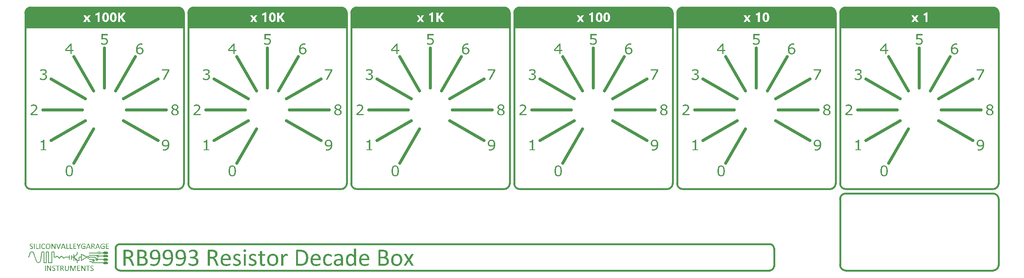
<source format=gto>
G04*
G04 #@! TF.GenerationSoftware,Altium Limited,Altium Designer,25.8.1 (18)*
G04*
G04 Layer_Color=65535*
%FSLAX44Y44*%
%MOMM*%
G71*
G04*
G04 #@! TF.SameCoordinates,FB0E2EA2-018E-4D67-8CA5-3E6D3E0B6C4B*
G04*
G04*
G04 #@! TF.FilePolarity,Positive*
G04*
G01*
G75*
%ADD10C,0.4000*%
%ADD11C,0.2000*%
%ADD12C,0.7000*%
G36*
X1092300Y300200D02*
X1093580D01*
X1096092Y299700D01*
X1098458Y298720D01*
X1100587Y297298D01*
X1102398Y295487D01*
X1103820Y293358D01*
X1104800Y290992D01*
X1105300Y288480D01*
Y287200D01*
Y255200D01*
X1087800D01*
Y255500D01*
X745000D01*
Y287500D01*
Y288780D01*
X745500Y291292D01*
X746479Y293658D01*
X747902Y295787D01*
X749713Y297598D01*
X751842Y299021D01*
X754208Y300000D01*
X756720Y300500D01*
X1092300D01*
Y300200D01*
D02*
G37*
G36*
X722300D02*
X723580D01*
X726092Y299700D01*
X728458Y298720D01*
X730587Y297298D01*
X732398Y295487D01*
X733820Y293358D01*
X734800Y290992D01*
X735300Y288480D01*
Y287200D01*
Y255200D01*
X717800D01*
Y255500D01*
X375000D01*
Y287500D01*
Y288780D01*
X375500Y291292D01*
X376479Y293658D01*
X377902Y295787D01*
X379713Y297598D01*
X381842Y299021D01*
X384208Y300000D01*
X386720Y300500D01*
X722300D01*
Y300200D01*
D02*
G37*
G36*
X352300D02*
X353580D01*
X356092Y299700D01*
X358458Y298720D01*
X360587Y297298D01*
X362398Y295487D01*
X363820Y293358D01*
X364800Y290992D01*
X365300Y288480D01*
Y287200D01*
Y255200D01*
X347800D01*
Y255500D01*
X5000D01*
Y287500D01*
Y288780D01*
X5500Y291292D01*
X6479Y293658D01*
X7902Y295787D01*
X9713Y297598D01*
X11842Y299021D01*
X14208Y300000D01*
X16720Y300500D01*
X352300D01*
Y300200D01*
D02*
G37*
G36*
X-17700D02*
X-16420D01*
X-13908Y299700D01*
X-11542Y298720D01*
X-9413Y297298D01*
X-7602Y295487D01*
X-6180Y293358D01*
X-5200Y290992D01*
X-4700Y288480D01*
Y287200D01*
Y255200D01*
X-22200D01*
Y255500D01*
X-365000D01*
Y287500D01*
Y288780D01*
X-364500Y291292D01*
X-363521Y293658D01*
X-362098Y295787D01*
X-360287Y297598D01*
X-358158Y299021D01*
X-355792Y300000D01*
X-353280Y300500D01*
X-17700D01*
Y300200D01*
D02*
G37*
G36*
X-387700D02*
X-386420D01*
X-383908Y299700D01*
X-381542Y298720D01*
X-379413Y297298D01*
X-377602Y295487D01*
X-376180Y293358D01*
X-375200Y290992D01*
X-374700Y288480D01*
Y287200D01*
Y255200D01*
X-392200D01*
Y255500D01*
X-735000D01*
Y287500D01*
Y288780D01*
X-734500Y291292D01*
X-733521Y293658D01*
X-732098Y295787D01*
X-730287Y297598D01*
X-728158Y299021D01*
X-725792Y300000D01*
X-723280Y300500D01*
X-387700D01*
Y300200D01*
D02*
G37*
G36*
X-757700D02*
X-756420D01*
X-753908Y299700D01*
X-751542Y298720D01*
X-749413Y297298D01*
X-747602Y295487D01*
X-746180Y293358D01*
X-745200Y290992D01*
X-744700Y288480D01*
Y287200D01*
Y255200D01*
X-762200D01*
Y255500D01*
X-1105000D01*
Y287500D01*
Y288780D01*
X-1104500Y291292D01*
X-1103521Y293658D01*
X-1102098Y295787D01*
X-1100287Y297598D01*
X-1098158Y299021D01*
X-1095792Y300000D01*
X-1093280Y300500D01*
X-757700D01*
Y300200D01*
D02*
G37*
G36*
X-1090722Y-236391D02*
X-1090610D01*
X-1090467Y-236407D01*
X-1090179Y-236455D01*
X-1090163D01*
X-1090116Y-236470D01*
X-1090036Y-236486D01*
X-1089924Y-236502D01*
X-1089812Y-236518D01*
X-1089685Y-236550D01*
X-1089414Y-236630D01*
X-1089398D01*
X-1089350Y-236646D01*
X-1089286Y-236678D01*
X-1089206Y-236710D01*
X-1088999Y-236789D01*
X-1088792Y-236885D01*
X-1088776D01*
X-1088744Y-236901D01*
X-1088632Y-236965D01*
X-1088521Y-237045D01*
X-1088457Y-237077D01*
X-1088425Y-237108D01*
X-1088409Y-237124D01*
X-1088377Y-237156D01*
X-1088329Y-237204D01*
X-1088313Y-237252D01*
Y-237268D01*
X-1088297Y-237284D01*
X-1088265Y-237380D01*
Y-237396D01*
X-1088249Y-237428D01*
Y-237491D01*
X-1088233Y-237571D01*
Y-237587D01*
X-1088217Y-237651D01*
Y-237747D01*
Y-237858D01*
Y-237890D01*
Y-237954D01*
Y-238050D01*
X-1088233Y-238145D01*
Y-238161D01*
X-1088249Y-238225D01*
X-1088265Y-238289D01*
X-1088281Y-238369D01*
Y-238385D01*
X-1088297Y-238417D01*
X-1088361Y-238496D01*
X-1088393Y-238512D01*
X-1088473Y-238528D01*
X-1088489D01*
X-1088552Y-238512D01*
X-1088648Y-238480D01*
X-1088792Y-238400D01*
X-1088808D01*
X-1088824Y-238385D01*
X-1088871Y-238353D01*
X-1088935Y-238321D01*
X-1089111Y-238225D01*
X-1089334Y-238113D01*
X-1089350D01*
X-1089382Y-238081D01*
X-1089446Y-238050D01*
X-1089541Y-238018D01*
X-1089653Y-237970D01*
X-1089765Y-237922D01*
X-1089908Y-237874D01*
X-1090068Y-237826D01*
X-1090084D01*
X-1090147Y-237810D01*
X-1090227Y-237778D01*
X-1090355Y-237747D01*
X-1090482Y-237731D01*
X-1090658Y-237699D01*
X-1090833Y-237683D01*
X-1091200D01*
X-1091312Y-237699D01*
X-1091456Y-237715D01*
X-1091599Y-237747D01*
X-1091886Y-237826D01*
X-1091902D01*
X-1091950Y-237842D01*
X-1092014Y-237874D01*
X-1092094Y-237922D01*
X-1092301Y-238034D01*
X-1092492Y-238177D01*
X-1092508Y-238193D01*
X-1092524Y-238209D01*
X-1092572Y-238257D01*
X-1092620Y-238321D01*
X-1092747Y-238496D01*
X-1092859Y-238704D01*
Y-238720D01*
X-1092875Y-238751D01*
X-1092891Y-238815D01*
X-1092907Y-238895D01*
X-1092939Y-238991D01*
X-1092955Y-239102D01*
X-1092971Y-239358D01*
Y-239373D01*
Y-239437D01*
X-1092955Y-239533D01*
X-1092939Y-239645D01*
X-1092923Y-239788D01*
X-1092875Y-239932D01*
X-1092827Y-240075D01*
X-1092747Y-240219D01*
X-1092732Y-240235D01*
X-1092700Y-240283D01*
X-1092652Y-240347D01*
X-1092588Y-240426D01*
X-1092508Y-240522D01*
X-1092397Y-240634D01*
X-1092269Y-240729D01*
X-1092141Y-240841D01*
X-1092125Y-240857D01*
X-1092078Y-240889D01*
X-1091998Y-240937D01*
X-1091886Y-241001D01*
X-1091759Y-241080D01*
X-1091615Y-241176D01*
X-1091280Y-241352D01*
X-1091264Y-241367D01*
X-1091200Y-241383D01*
X-1091089Y-241431D01*
X-1090961Y-241495D01*
X-1090817Y-241559D01*
X-1090642Y-241639D01*
X-1090275Y-241814D01*
X-1090259Y-241830D01*
X-1090179Y-241862D01*
X-1090084Y-241910D01*
X-1089956Y-241974D01*
X-1089812Y-242053D01*
X-1089637Y-242133D01*
X-1089286Y-242341D01*
X-1089270Y-242356D01*
X-1089206Y-242388D01*
X-1089111Y-242452D01*
X-1088983Y-242516D01*
X-1088856Y-242612D01*
X-1088712Y-242723D01*
X-1088409Y-242994D01*
X-1088393Y-243010D01*
X-1088345Y-243058D01*
X-1088281Y-243138D01*
X-1088186Y-243250D01*
X-1088090Y-243377D01*
X-1087978Y-243537D01*
X-1087882Y-243712D01*
X-1087787Y-243904D01*
X-1087771Y-243920D01*
X-1087755Y-243999D01*
X-1087707Y-244095D01*
X-1087659Y-244239D01*
X-1087627Y-244430D01*
X-1087579Y-244637D01*
X-1087563Y-244861D01*
X-1087548Y-245116D01*
Y-245132D01*
Y-245148D01*
Y-245196D01*
Y-245259D01*
X-1087563Y-245419D01*
X-1087579Y-245626D01*
X-1087627Y-245850D01*
X-1087675Y-246105D01*
X-1087755Y-246360D01*
X-1087867Y-246615D01*
X-1087882Y-246647D01*
X-1087914Y-246727D01*
X-1087994Y-246839D01*
X-1088090Y-246998D01*
X-1088217Y-247174D01*
X-1088361Y-247365D01*
X-1088536Y-247556D01*
X-1088728Y-247732D01*
X-1088760Y-247748D01*
X-1088824Y-247812D01*
X-1088935Y-247892D01*
X-1089095Y-247987D01*
X-1089286Y-248099D01*
X-1089493Y-248195D01*
X-1089749Y-248306D01*
X-1090020Y-248402D01*
X-1090052Y-248418D01*
X-1090147Y-248434D01*
X-1090291Y-248466D01*
X-1090498Y-248514D01*
X-1090722Y-248561D01*
X-1090993Y-248593D01*
X-1091280Y-248609D01*
X-1091599Y-248625D01*
X-1091822D01*
X-1091966Y-248609D01*
X-1092141D01*
X-1092333Y-248577D01*
X-1092716Y-248529D01*
X-1092732D01*
X-1092795Y-248514D01*
X-1092891Y-248498D01*
X-1093019Y-248466D01*
X-1093162Y-248434D01*
X-1093322Y-248386D01*
X-1093625Y-248290D01*
X-1093641D01*
X-1093689Y-248258D01*
X-1093768Y-248227D01*
X-1093864Y-248195D01*
X-1094072Y-248083D01*
X-1094295Y-247971D01*
X-1094311D01*
X-1094343Y-247939D01*
X-1094438Y-247875D01*
X-1094566Y-247796D01*
X-1094678Y-247700D01*
X-1094694Y-247684D01*
X-1094725Y-247620D01*
X-1094773Y-247541D01*
X-1094821Y-247429D01*
Y-247413D01*
Y-247397D01*
X-1094837Y-247301D01*
X-1094853Y-247158D01*
X-1094869Y-246966D01*
Y-246950D01*
Y-246934D01*
Y-246855D01*
Y-246743D01*
X-1094853Y-246647D01*
Y-246615D01*
X-1094837Y-246567D01*
X-1094821Y-246488D01*
X-1094805Y-246424D01*
Y-246408D01*
X-1094789Y-246376D01*
X-1094757Y-246344D01*
X-1094725Y-246312D01*
X-1094709Y-246296D01*
X-1094678Y-246280D01*
X-1094630Y-246264D01*
X-1094550D01*
X-1094486Y-246280D01*
X-1094375Y-246328D01*
X-1094231Y-246424D01*
X-1094215D01*
X-1094183Y-246456D01*
X-1094135Y-246488D01*
X-1094072Y-246520D01*
X-1093976Y-246583D01*
X-1093880Y-246631D01*
X-1093625Y-246775D01*
X-1093609D01*
X-1093561Y-246807D01*
X-1093481Y-246839D01*
X-1093370Y-246887D01*
X-1093242Y-246934D01*
X-1093083Y-246982D01*
X-1092923Y-247046D01*
X-1092732Y-247110D01*
X-1092700D01*
X-1092636Y-247142D01*
X-1092524Y-247158D01*
X-1092381Y-247190D01*
X-1092205Y-247222D01*
X-1091998Y-247237D01*
X-1091775Y-247269D01*
X-1091344D01*
X-1091216Y-247253D01*
X-1091073Y-247237D01*
X-1090913Y-247222D01*
X-1090594Y-247142D01*
X-1090578D01*
X-1090514Y-247110D01*
X-1090435Y-247078D01*
X-1090339Y-247046D01*
X-1090100Y-246919D01*
X-1089860Y-246759D01*
X-1089844Y-246743D01*
X-1089812Y-246711D01*
X-1089749Y-246663D01*
X-1089685Y-246583D01*
X-1089605Y-246488D01*
X-1089525Y-246392D01*
X-1089382Y-246137D01*
X-1089366Y-246121D01*
X-1089350Y-246073D01*
X-1089318Y-245993D01*
X-1089286Y-245898D01*
X-1089254Y-245770D01*
X-1089238Y-245626D01*
X-1089206Y-245467D01*
Y-245291D01*
Y-245275D01*
Y-245212D01*
X-1089222Y-245116D01*
X-1089238Y-244988D01*
X-1089270Y-244861D01*
X-1089302Y-244717D01*
X-1089366Y-244574D01*
X-1089446Y-244430D01*
X-1089462Y-244414D01*
X-1089493Y-244366D01*
X-1089541Y-244303D01*
X-1089605Y-244223D01*
X-1089685Y-244127D01*
X-1089797Y-244015D01*
X-1089908Y-243920D01*
X-1090052Y-243808D01*
X-1090068Y-243792D01*
X-1090116Y-243760D01*
X-1090195Y-243712D01*
X-1090307Y-243633D01*
X-1090435Y-243553D01*
X-1090578Y-243473D01*
X-1090913Y-243298D01*
X-1090929Y-243282D01*
X-1090993Y-243266D01*
X-1091089Y-243218D01*
X-1091216Y-243154D01*
X-1091360Y-243090D01*
X-1091535Y-243010D01*
X-1091902Y-242851D01*
X-1091918Y-242835D01*
X-1091982Y-242803D01*
X-1092094Y-242755D01*
X-1092221Y-242691D01*
X-1092365Y-242612D01*
X-1092540Y-242532D01*
X-1092891Y-242325D01*
X-1092907Y-242309D01*
X-1092971Y-242277D01*
X-1093067Y-242213D01*
X-1093178Y-242133D01*
X-1093306Y-242037D01*
X-1093449Y-241926D01*
X-1093753Y-241655D01*
X-1093768Y-241639D01*
X-1093816Y-241591D01*
X-1093880Y-241511D01*
X-1093960Y-241399D01*
X-1094055Y-241272D01*
X-1094167Y-241112D01*
X-1094263Y-240953D01*
X-1094359Y-240761D01*
X-1094375Y-240729D01*
X-1094390Y-240666D01*
X-1094422Y-240554D01*
X-1094470Y-240410D01*
X-1094518Y-240219D01*
X-1094550Y-240012D01*
X-1094566Y-239772D01*
X-1094582Y-239501D01*
Y-239485D01*
Y-239469D01*
Y-239373D01*
X-1094566Y-239230D01*
X-1094550Y-239055D01*
X-1094518Y-238847D01*
X-1094470Y-238624D01*
X-1094407Y-238400D01*
X-1094311Y-238177D01*
X-1094295Y-238145D01*
X-1094263Y-238081D01*
X-1094199Y-237970D01*
X-1094119Y-237826D01*
X-1094008Y-237683D01*
X-1093880Y-237507D01*
X-1093736Y-237348D01*
X-1093561Y-237188D01*
X-1093545Y-237172D01*
X-1093481Y-237124D01*
X-1093370Y-237045D01*
X-1093242Y-236965D01*
X-1093067Y-236869D01*
X-1092875Y-236758D01*
X-1092652Y-236662D01*
X-1092413Y-236582D01*
X-1092381Y-236566D01*
X-1092301Y-236550D01*
X-1092157Y-236518D01*
X-1091982Y-236470D01*
X-1091775Y-236439D01*
X-1091519Y-236407D01*
X-1091264Y-236391D01*
X-1090977Y-236375D01*
X-1090833D01*
X-1090722Y-236391D01*
D02*
G37*
G36*
X-928051Y-236407D02*
X-927860Y-236423D01*
X-927637Y-236439D01*
X-927190Y-236518D01*
X-927158D01*
X-927094Y-236534D01*
X-926967Y-236566D01*
X-926823Y-236598D01*
X-926664Y-236646D01*
X-926488Y-236694D01*
X-926121Y-236805D01*
X-926105D01*
X-926042Y-236837D01*
X-925962Y-236869D01*
X-925850Y-236901D01*
X-925595Y-237013D01*
X-925340Y-237156D01*
X-925324D01*
X-925292Y-237188D01*
X-925228Y-237220D01*
X-925164Y-237252D01*
X-925021Y-237364D01*
X-924957Y-237411D01*
X-924909Y-237459D01*
X-924893Y-237475D01*
X-924845Y-237539D01*
X-924781Y-237619D01*
X-924734Y-237731D01*
X-924718Y-237762D01*
X-924702Y-237842D01*
X-924686Y-237986D01*
Y-238177D01*
Y-238209D01*
Y-238289D01*
X-924702Y-238384D01*
X-924718Y-238496D01*
Y-238512D01*
X-924734Y-238576D01*
X-924750Y-238640D01*
X-924765Y-238720D01*
Y-238736D01*
X-924781Y-238767D01*
X-924813Y-238799D01*
X-924861Y-238831D01*
X-924893Y-238847D01*
X-924973Y-238863D01*
X-924989D01*
X-925069Y-238847D01*
X-925180Y-238799D01*
X-925356Y-238704D01*
X-925372Y-238688D01*
X-925404Y-238672D01*
X-925451Y-238640D01*
X-925531Y-238592D01*
X-925627Y-238528D01*
X-925754Y-238464D01*
X-925882Y-238400D01*
X-926042Y-238321D01*
X-926058Y-238305D01*
X-926121Y-238289D01*
X-926217Y-238241D01*
X-926329Y-238193D01*
X-926488Y-238129D01*
X-926664Y-238065D01*
X-926855Y-237986D01*
X-927078Y-237922D01*
X-927110Y-237906D01*
X-927190Y-237890D01*
X-927302Y-237858D01*
X-927477Y-237826D01*
X-927684Y-237794D01*
X-927924Y-237778D01*
X-928195Y-237747D01*
X-928658D01*
X-928753Y-237762D01*
X-928849D01*
X-929088Y-237794D01*
X-929359Y-237842D01*
X-929662Y-237906D01*
X-929966Y-237986D01*
X-930269Y-238113D01*
X-930285D01*
X-930301Y-238129D01*
X-930396Y-238177D01*
X-930540Y-238257D01*
X-930731Y-238369D01*
X-930939Y-238512D01*
X-931162Y-238672D01*
X-931385Y-238879D01*
X-931593Y-239102D01*
X-931609Y-239134D01*
X-931688Y-239214D01*
X-931784Y-239358D01*
X-931896Y-239533D01*
X-932039Y-239756D01*
X-932167Y-240012D01*
X-932310Y-240299D01*
X-932422Y-240618D01*
Y-240634D01*
X-932438Y-240650D01*
X-932454Y-240697D01*
X-932470Y-240761D01*
X-932486Y-240841D01*
X-932518Y-240937D01*
X-932566Y-241176D01*
X-932614Y-241463D01*
X-932661Y-241782D01*
X-932693Y-242133D01*
X-932709Y-242500D01*
Y-242516D01*
Y-242548D01*
Y-242612D01*
Y-242691D01*
X-932693Y-242787D01*
Y-242915D01*
X-932677Y-243186D01*
X-932629Y-243505D01*
X-932581Y-243840D01*
X-932502Y-244191D01*
X-932406Y-244526D01*
Y-244542D01*
X-932390Y-244558D01*
X-932374Y-244606D01*
X-932342Y-244669D01*
X-932279Y-244829D01*
X-932183Y-245036D01*
X-932055Y-245275D01*
X-931896Y-245515D01*
X-931720Y-245770D01*
X-931529Y-246009D01*
X-931497Y-246041D01*
X-931433Y-246105D01*
X-931305Y-246217D01*
X-931146Y-246344D01*
X-930955Y-246504D01*
X-930715Y-246647D01*
X-930460Y-246807D01*
X-930189Y-246934D01*
X-930173D01*
X-930157Y-246950D01*
X-930109Y-246966D01*
X-930045Y-246982D01*
X-929886Y-247030D01*
X-929678Y-247078D01*
X-929423Y-247142D01*
X-929136Y-247190D01*
X-928817Y-247222D01*
X-928482Y-247237D01*
X-928275D01*
X-928131Y-247222D01*
X-927956Y-247206D01*
X-927780Y-247190D01*
X-927365Y-247110D01*
X-927334D01*
X-927270Y-247078D01*
X-927158Y-247062D01*
X-927015Y-247014D01*
X-926855Y-246950D01*
X-926680Y-246887D01*
X-926297Y-246711D01*
Y-243234D01*
X-929104D01*
X-929168Y-243218D01*
X-929248Y-243170D01*
X-929312Y-243090D01*
X-929327Y-243058D01*
X-929343Y-242962D01*
X-929359Y-242899D01*
Y-242819D01*
X-929375Y-242707D01*
Y-242596D01*
Y-242580D01*
Y-242564D01*
Y-242500D01*
Y-242404D01*
X-929359Y-242309D01*
Y-242293D01*
X-929343Y-242229D01*
X-929327Y-242165D01*
X-929312Y-242101D01*
X-929296Y-242085D01*
X-929280Y-242053D01*
X-929248Y-242021D01*
X-929216Y-241989D01*
X-929200Y-241974D01*
X-929168Y-241958D01*
X-929120Y-241942D01*
X-925228D01*
X-925164Y-241958D01*
X-925085Y-241989D01*
X-925069D01*
X-925021Y-242021D01*
X-924973Y-242053D01*
X-924909Y-242101D01*
X-924893Y-242117D01*
X-924861Y-242149D01*
X-924813Y-242213D01*
X-924765Y-242293D01*
X-924750Y-242309D01*
X-924734Y-242372D01*
X-924718Y-242468D01*
Y-242596D01*
Y-247126D01*
Y-247142D01*
Y-247158D01*
X-924734Y-247269D01*
X-924750Y-247397D01*
X-924813Y-247540D01*
X-924829Y-247572D01*
X-924893Y-247636D01*
X-924989Y-247732D01*
X-925069Y-247796D01*
X-925164Y-247844D01*
X-925180D01*
X-925212Y-247859D01*
X-925260Y-247892D01*
X-925340Y-247923D01*
X-925435Y-247971D01*
X-925563Y-248019D01*
X-925691Y-248067D01*
X-925850Y-248131D01*
X-925866D01*
X-925914Y-248163D01*
X-926010Y-248195D01*
X-926121Y-248226D01*
X-926249Y-248274D01*
X-926393Y-248306D01*
X-926728Y-248402D01*
X-926743D01*
X-926807Y-248418D01*
X-926887Y-248434D01*
X-927015Y-248450D01*
X-927142Y-248482D01*
X-927302Y-248498D01*
X-927637Y-248545D01*
X-927653D01*
X-927716Y-248561D01*
X-927796D01*
X-927924Y-248577D01*
X-928051Y-248593D01*
X-928211D01*
X-928546Y-248609D01*
X-928769D01*
X-928897Y-248593D01*
X-929040D01*
X-929200Y-248577D01*
X-929359Y-248561D01*
X-929742Y-248514D01*
X-930157Y-248434D01*
X-930588Y-248338D01*
X-931002Y-248195D01*
X-931018D01*
X-931050Y-248179D01*
X-931114Y-248147D01*
X-931178Y-248115D01*
X-931274Y-248067D01*
X-931385Y-248019D01*
X-931640Y-247875D01*
X-931927Y-247716D01*
X-932231Y-247509D01*
X-932550Y-247253D01*
X-932837Y-246982D01*
X-932853Y-246966D01*
X-932869Y-246950D01*
X-932901Y-246903D01*
X-932964Y-246839D01*
X-933092Y-246679D01*
X-933268Y-246440D01*
X-933443Y-246169D01*
X-933634Y-245850D01*
X-933826Y-245483D01*
X-933985Y-245084D01*
Y-245068D01*
X-934001Y-245036D01*
X-934017Y-244972D01*
X-934049Y-244893D01*
X-934081Y-244781D01*
X-934113Y-244669D01*
X-934145Y-244526D01*
X-934177Y-244366D01*
X-934209Y-244191D01*
X-934240Y-243999D01*
X-934304Y-243569D01*
X-934352Y-243106D01*
X-934368Y-242612D01*
Y-242596D01*
Y-242548D01*
Y-242468D01*
Y-242372D01*
X-934352Y-242245D01*
Y-242101D01*
X-934336Y-241942D01*
X-934320Y-241766D01*
X-934272Y-241367D01*
X-934193Y-240937D01*
X-934097Y-240506D01*
X-933953Y-240059D01*
Y-240044D01*
X-933937Y-240012D01*
X-933905Y-239948D01*
X-933874Y-239868D01*
X-933826Y-239772D01*
X-933778Y-239645D01*
X-933634Y-239389D01*
X-933475Y-239070D01*
X-933268Y-238751D01*
X-933012Y-238416D01*
X-932741Y-238097D01*
X-932725Y-238081D01*
X-932709Y-238065D01*
X-932661Y-238018D01*
X-932598Y-237970D01*
X-932438Y-237810D01*
X-932215Y-237635D01*
X-931944Y-237428D01*
X-931625Y-237220D01*
X-931274Y-237013D01*
X-930875Y-236837D01*
X-930859D01*
X-930827Y-236821D01*
X-930763Y-236789D01*
X-930683Y-236773D01*
X-930588Y-236726D01*
X-930460Y-236694D01*
X-930316Y-236662D01*
X-930173Y-236614D01*
X-929806Y-236534D01*
X-929407Y-236454D01*
X-928945Y-236407D01*
X-928466Y-236391D01*
X-928211D01*
X-928051Y-236407D01*
D02*
G37*
G36*
X-971933D02*
X-971742Y-236423D01*
X-971518Y-236439D01*
X-971072Y-236518D01*
X-971040D01*
X-970976Y-236534D01*
X-970848Y-236566D01*
X-970705Y-236598D01*
X-970545Y-236646D01*
X-970370Y-236694D01*
X-970003Y-236805D01*
X-969987D01*
X-969923Y-236837D01*
X-969844Y-236869D01*
X-969732Y-236901D01*
X-969477Y-237013D01*
X-969221Y-237156D01*
X-969205D01*
X-969174Y-237188D01*
X-969110Y-237220D01*
X-969046Y-237252D01*
X-968902Y-237364D01*
X-968839Y-237411D01*
X-968791Y-237459D01*
X-968775Y-237475D01*
X-968727Y-237539D01*
X-968663Y-237619D01*
X-968615Y-237731D01*
X-968599Y-237762D01*
X-968583Y-237842D01*
X-968568Y-237986D01*
Y-238177D01*
Y-238209D01*
Y-238289D01*
X-968583Y-238384D01*
X-968599Y-238496D01*
Y-238512D01*
X-968615Y-238576D01*
X-968631Y-238640D01*
X-968647Y-238720D01*
Y-238736D01*
X-968663Y-238767D01*
X-968695Y-238799D01*
X-968743Y-238831D01*
X-968775Y-238847D01*
X-968855Y-238863D01*
X-968870D01*
X-968950Y-238847D01*
X-969062Y-238799D01*
X-969237Y-238704D01*
X-969253Y-238688D01*
X-969285Y-238672D01*
X-969333Y-238640D01*
X-969413Y-238592D01*
X-969509Y-238528D01*
X-969636Y-238464D01*
X-969764Y-238400D01*
X-969923Y-238321D01*
X-969939Y-238305D01*
X-970003Y-238289D01*
X-970099Y-238241D01*
X-970210Y-238193D01*
X-970370Y-238129D01*
X-970545Y-238065D01*
X-970737Y-237986D01*
X-970960Y-237922D01*
X-970992Y-237906D01*
X-971072Y-237890D01*
X-971183Y-237858D01*
X-971359Y-237826D01*
X-971566Y-237794D01*
X-971805Y-237778D01*
X-972077Y-237747D01*
X-972539D01*
X-972635Y-237762D01*
X-972731D01*
X-972970Y-237794D01*
X-973241Y-237842D01*
X-973544Y-237906D01*
X-973847Y-237986D01*
X-974150Y-238113D01*
X-974166D01*
X-974182Y-238129D01*
X-974278Y-238177D01*
X-974421Y-238257D01*
X-974613Y-238369D01*
X-974820Y-238512D01*
X-975044Y-238672D01*
X-975267Y-238879D01*
X-975474Y-239102D01*
X-975490Y-239134D01*
X-975570Y-239214D01*
X-975666Y-239358D01*
X-975777Y-239533D01*
X-975921Y-239756D01*
X-976049Y-240012D01*
X-976192Y-240299D01*
X-976304Y-240618D01*
Y-240634D01*
X-976320Y-240650D01*
X-976336Y-240697D01*
X-976352Y-240761D01*
X-976368Y-240841D01*
X-976400Y-240937D01*
X-976447Y-241176D01*
X-976495Y-241463D01*
X-976543Y-241782D01*
X-976575Y-242133D01*
X-976591Y-242500D01*
Y-242516D01*
Y-242548D01*
Y-242612D01*
Y-242691D01*
X-976575Y-242787D01*
Y-242915D01*
X-976559Y-243186D01*
X-976511Y-243505D01*
X-976463Y-243840D01*
X-976384Y-244191D01*
X-976288Y-244526D01*
Y-244542D01*
X-976272Y-244558D01*
X-976256Y-244606D01*
X-976224Y-244669D01*
X-976160Y-244829D01*
X-976065Y-245036D01*
X-975937Y-245275D01*
X-975777Y-245515D01*
X-975602Y-245770D01*
X-975411Y-246009D01*
X-975379Y-246041D01*
X-975315Y-246105D01*
X-975187Y-246217D01*
X-975028Y-246344D01*
X-974836Y-246504D01*
X-974597Y-246647D01*
X-974342Y-246807D01*
X-974071Y-246934D01*
X-974055D01*
X-974039Y-246950D01*
X-973991Y-246966D01*
X-973927Y-246982D01*
X-973767Y-247030D01*
X-973560Y-247078D01*
X-973305Y-247142D01*
X-973018Y-247190D01*
X-972699Y-247222D01*
X-972364Y-247237D01*
X-972157D01*
X-972013Y-247222D01*
X-971837Y-247206D01*
X-971662Y-247190D01*
X-971247Y-247110D01*
X-971215D01*
X-971152Y-247078D01*
X-971040Y-247062D01*
X-970896Y-247014D01*
X-970737Y-246950D01*
X-970561Y-246887D01*
X-970179Y-246711D01*
Y-243234D01*
X-972986D01*
X-973050Y-243218D01*
X-973130Y-243170D01*
X-973193Y-243090D01*
X-973209Y-243058D01*
X-973225Y-242962D01*
X-973241Y-242899D01*
Y-242819D01*
X-973257Y-242707D01*
Y-242596D01*
Y-242580D01*
Y-242564D01*
Y-242500D01*
Y-242404D01*
X-973241Y-242309D01*
Y-242293D01*
X-973225Y-242229D01*
X-973209Y-242165D01*
X-973193Y-242101D01*
X-973177Y-242085D01*
X-973161Y-242053D01*
X-973130Y-242021D01*
X-973098Y-241989D01*
X-973082Y-241974D01*
X-973050Y-241958D01*
X-973002Y-241942D01*
X-969110D01*
X-969046Y-241958D01*
X-968966Y-241989D01*
X-968950D01*
X-968902Y-242021D01*
X-968855Y-242053D01*
X-968791Y-242101D01*
X-968775Y-242117D01*
X-968743Y-242149D01*
X-968695Y-242213D01*
X-968647Y-242293D01*
X-968631Y-242309D01*
X-968615Y-242372D01*
X-968599Y-242468D01*
Y-242596D01*
Y-247126D01*
Y-247142D01*
Y-247158D01*
X-968615Y-247269D01*
X-968631Y-247397D01*
X-968695Y-247540D01*
X-968711Y-247572D01*
X-968775Y-247636D01*
X-968870Y-247732D01*
X-968950Y-247796D01*
X-969046Y-247844D01*
X-969062D01*
X-969094Y-247859D01*
X-969142Y-247892D01*
X-969221Y-247923D01*
X-969317Y-247971D01*
X-969445Y-248019D01*
X-969572Y-248067D01*
X-969732Y-248131D01*
X-969748D01*
X-969796Y-248163D01*
X-969891Y-248195D01*
X-970003Y-248226D01*
X-970131Y-248274D01*
X-970274Y-248306D01*
X-970609Y-248402D01*
X-970625D01*
X-970689Y-248418D01*
X-970769Y-248434D01*
X-970896Y-248450D01*
X-971024Y-248482D01*
X-971183Y-248498D01*
X-971518Y-248545D01*
X-971534D01*
X-971598Y-248561D01*
X-971678D01*
X-971805Y-248577D01*
X-971933Y-248593D01*
X-972093D01*
X-972428Y-248609D01*
X-972651D01*
X-972779Y-248593D01*
X-972922D01*
X-973082Y-248577D01*
X-973241Y-248561D01*
X-973624Y-248514D01*
X-974039Y-248434D01*
X-974469Y-248338D01*
X-974884Y-248195D01*
X-974900D01*
X-974932Y-248179D01*
X-974996Y-248147D01*
X-975060Y-248115D01*
X-975155Y-248067D01*
X-975267Y-248019D01*
X-975522Y-247875D01*
X-975809Y-247716D01*
X-976112Y-247509D01*
X-976431Y-247253D01*
X-976719Y-246982D01*
X-976734Y-246966D01*
X-976750Y-246950D01*
X-976782Y-246903D01*
X-976846Y-246839D01*
X-976974Y-246679D01*
X-977149Y-246440D01*
X-977325Y-246169D01*
X-977516Y-245850D01*
X-977708Y-245483D01*
X-977867Y-245084D01*
Y-245068D01*
X-977883Y-245036D01*
X-977899Y-244972D01*
X-977931Y-244893D01*
X-977963Y-244781D01*
X-977995Y-244669D01*
X-978027Y-244526D01*
X-978058Y-244366D01*
X-978090Y-244191D01*
X-978122Y-243999D01*
X-978186Y-243569D01*
X-978234Y-243106D01*
X-978250Y-242612D01*
Y-242596D01*
Y-242548D01*
Y-242468D01*
Y-242372D01*
X-978234Y-242245D01*
Y-242101D01*
X-978218Y-241942D01*
X-978202Y-241766D01*
X-978154Y-241367D01*
X-978074Y-240937D01*
X-977979Y-240506D01*
X-977835Y-240059D01*
Y-240044D01*
X-977819Y-240012D01*
X-977787Y-239948D01*
X-977755Y-239868D01*
X-977708Y-239772D01*
X-977660Y-239645D01*
X-977516Y-239389D01*
X-977357Y-239070D01*
X-977149Y-238751D01*
X-976894Y-238416D01*
X-976623Y-238097D01*
X-976607Y-238081D01*
X-976591Y-238065D01*
X-976543Y-238018D01*
X-976479Y-237970D01*
X-976320Y-237810D01*
X-976096Y-237635D01*
X-975825Y-237428D01*
X-975506Y-237220D01*
X-975155Y-237013D01*
X-974756Y-236837D01*
X-974741D01*
X-974709Y-236821D01*
X-974645Y-236789D01*
X-974565Y-236773D01*
X-974469Y-236726D01*
X-974342Y-236694D01*
X-974198Y-236662D01*
X-974055Y-236614D01*
X-973688Y-236534D01*
X-973289Y-236454D01*
X-972826Y-236407D01*
X-972348Y-236391D01*
X-972093D01*
X-971933Y-236407D01*
D02*
G37*
G36*
X-1063062Y-236423D02*
X-1062903Y-236439D01*
X-1062727Y-236455D01*
X-1062376Y-236518D01*
X-1062361D01*
X-1062297Y-236534D01*
X-1062201Y-236550D01*
X-1062073Y-236582D01*
X-1061946Y-236614D01*
X-1061786Y-236662D01*
X-1061483Y-236758D01*
X-1061467D01*
X-1061419Y-236789D01*
X-1061340Y-236805D01*
X-1061228Y-236853D01*
X-1061005Y-236965D01*
X-1060749Y-237092D01*
X-1060733D01*
X-1060702Y-237124D01*
X-1060638Y-237156D01*
X-1060574Y-237204D01*
X-1060415Y-237300D01*
X-1060351Y-237364D01*
X-1060303Y-237411D01*
X-1060287Y-237428D01*
X-1060239Y-237475D01*
X-1060175Y-237539D01*
X-1060143Y-237603D01*
X-1060127Y-237619D01*
X-1060111Y-237651D01*
X-1060079Y-237747D01*
Y-237763D01*
X-1060063Y-237794D01*
X-1060048Y-237874D01*
X-1060032Y-237954D01*
Y-237970D01*
X-1060016Y-238034D01*
Y-238129D01*
Y-238241D01*
Y-238273D01*
Y-238337D01*
X-1060032Y-238448D01*
X-1060048Y-238544D01*
Y-238560D01*
X-1060063Y-238624D01*
X-1060079Y-238688D01*
X-1060095Y-238767D01*
Y-238783D01*
X-1060111Y-238815D01*
X-1060191Y-238895D01*
X-1060223Y-238911D01*
X-1060303Y-238927D01*
X-1060335D01*
X-1060398Y-238911D01*
X-1060510Y-238847D01*
X-1060590Y-238815D01*
X-1060670Y-238751D01*
X-1060686Y-238736D01*
X-1060717Y-238720D01*
X-1060765Y-238688D01*
X-1060829Y-238640D01*
X-1060909Y-238576D01*
X-1061005Y-238512D01*
X-1061260Y-238369D01*
X-1061276Y-238353D01*
X-1061324Y-238337D01*
X-1061403Y-238289D01*
X-1061515Y-238241D01*
X-1061643Y-238177D01*
X-1061786Y-238113D01*
X-1061962Y-238034D01*
X-1062153Y-237970D01*
X-1062169Y-237954D01*
X-1062249Y-237938D01*
X-1062361Y-237906D01*
X-1062504Y-237874D01*
X-1062695Y-237842D01*
X-1062903Y-237810D01*
X-1063142Y-237778D01*
X-1063525D01*
X-1063684Y-237794D01*
X-1063876Y-237810D01*
X-1064099Y-237858D01*
X-1064339Y-237906D01*
X-1064594Y-237986D01*
X-1064849Y-238097D01*
X-1064881Y-238113D01*
X-1064961Y-238161D01*
X-1065072Y-238225D01*
X-1065232Y-238337D01*
X-1065407Y-238464D01*
X-1065599Y-238624D01*
X-1065790Y-238815D01*
X-1065965Y-239039D01*
X-1065981Y-239070D01*
X-1066045Y-239150D01*
X-1066125Y-239278D01*
X-1066221Y-239453D01*
X-1066348Y-239677D01*
X-1066460Y-239932D01*
X-1066572Y-240219D01*
X-1066683Y-240538D01*
Y-240554D01*
X-1066699Y-240586D01*
Y-240634D01*
X-1066715Y-240697D01*
X-1066731Y-240777D01*
X-1066763Y-240873D01*
X-1066795Y-241128D01*
X-1066843Y-241431D01*
X-1066891Y-241766D01*
X-1066907Y-242149D01*
X-1066923Y-242564D01*
Y-242580D01*
Y-242612D01*
Y-242675D01*
Y-242755D01*
Y-242851D01*
X-1066907Y-242963D01*
X-1066891Y-243234D01*
X-1066859Y-243553D01*
X-1066827Y-243888D01*
X-1066763Y-244239D01*
X-1066683Y-244574D01*
Y-244590D01*
X-1066667Y-244606D01*
X-1066651Y-244653D01*
X-1066635Y-244717D01*
X-1066588Y-244877D01*
X-1066508Y-245084D01*
X-1066412Y-245307D01*
X-1066284Y-245547D01*
X-1066141Y-245786D01*
X-1065981Y-246025D01*
X-1065965Y-246057D01*
X-1065902Y-246121D01*
X-1065806Y-246217D01*
X-1065662Y-246344D01*
X-1065503Y-246488D01*
X-1065312Y-246631D01*
X-1065104Y-246775D01*
X-1064865Y-246903D01*
X-1064833Y-246919D01*
X-1064753Y-246950D01*
X-1064610Y-246998D01*
X-1064418Y-247046D01*
X-1064195Y-247094D01*
X-1063940Y-247142D01*
X-1063653Y-247174D01*
X-1063350Y-247190D01*
X-1063238D01*
X-1063094Y-247174D01*
X-1062935D01*
X-1062743Y-247158D01*
X-1062536Y-247126D01*
X-1062329Y-247078D01*
X-1062121Y-247030D01*
X-1062089Y-247014D01*
X-1062026Y-246998D01*
X-1061930Y-246966D01*
X-1061802Y-246919D01*
X-1061659Y-246855D01*
X-1061515Y-246791D01*
X-1061356Y-246711D01*
X-1061212Y-246631D01*
X-1061196Y-246615D01*
X-1061148Y-246599D01*
X-1061084Y-246552D01*
X-1060989Y-246504D01*
X-1060781Y-246376D01*
X-1060590Y-246233D01*
X-1060574Y-246217D01*
X-1060542Y-246201D01*
X-1060446Y-246137D01*
X-1060335Y-246089D01*
X-1060271Y-246057D01*
X-1060175D01*
X-1060143Y-246073D01*
X-1060111Y-246089D01*
X-1060095D01*
X-1060079Y-246121D01*
X-1060063Y-246153D01*
X-1060032Y-246201D01*
Y-246217D01*
X-1060016Y-246264D01*
X-1060000Y-246328D01*
X-1059984Y-246424D01*
Y-246440D01*
X-1059968Y-246520D01*
Y-246615D01*
Y-246759D01*
Y-246775D01*
Y-246839D01*
Y-246934D01*
X-1059984Y-247014D01*
Y-247030D01*
X-1060000Y-247078D01*
X-1060032Y-247206D01*
Y-247222D01*
X-1060048Y-247253D01*
X-1060079Y-247349D01*
Y-247365D01*
X-1060111Y-247397D01*
X-1060143Y-247445D01*
X-1060207Y-247509D01*
X-1060223Y-247525D01*
X-1060287Y-247572D01*
X-1060351Y-247620D01*
X-1060415Y-247668D01*
X-1060494Y-247732D01*
X-1060606Y-247796D01*
X-1060622Y-247812D01*
X-1060654Y-247828D01*
X-1060717Y-247860D01*
X-1060797Y-247907D01*
X-1060909Y-247971D01*
X-1061037Y-248035D01*
X-1061164Y-248099D01*
X-1061324Y-248179D01*
X-1061340D01*
X-1061403Y-248211D01*
X-1061483Y-248242D01*
X-1061611Y-248274D01*
X-1061754Y-248322D01*
X-1061930Y-248370D01*
X-1062121Y-248418D01*
X-1062329Y-248466D01*
X-1062361D01*
X-1062424Y-248482D01*
X-1062536Y-248498D01*
X-1062695Y-248529D01*
X-1062871Y-248545D01*
X-1063078Y-248577D01*
X-1063318Y-248593D01*
X-1063748D01*
X-1063860Y-248577D01*
X-1063972D01*
X-1064259Y-248545D01*
X-1064578Y-248498D01*
X-1064929Y-248434D01*
X-1065295Y-248338D01*
X-1065662Y-248211D01*
X-1065678D01*
X-1065710Y-248195D01*
X-1065758Y-248163D01*
X-1065822Y-248131D01*
X-1065981Y-248051D01*
X-1066205Y-247923D01*
X-1066460Y-247764D01*
X-1066715Y-247572D01*
X-1066986Y-247349D01*
X-1067242Y-247078D01*
Y-247062D01*
X-1067273Y-247046D01*
X-1067305Y-246998D01*
X-1067353Y-246950D01*
X-1067465Y-246775D01*
X-1067608Y-246567D01*
X-1067768Y-246296D01*
X-1067943Y-245977D01*
X-1068103Y-245626D01*
X-1068247Y-245228D01*
Y-245212D01*
X-1068262Y-245180D01*
X-1068278Y-245116D01*
X-1068294Y-245036D01*
X-1068326Y-244925D01*
X-1068358Y-244797D01*
X-1068390Y-244653D01*
X-1068422Y-244494D01*
X-1068454Y-244303D01*
X-1068486Y-244111D01*
X-1068550Y-243680D01*
X-1068581Y-243186D01*
X-1068597Y-242659D01*
Y-242644D01*
Y-242596D01*
Y-242516D01*
Y-242404D01*
X-1068581Y-242277D01*
Y-242133D01*
X-1068566Y-241958D01*
X-1068550Y-241782D01*
X-1068502Y-241367D01*
X-1068438Y-240937D01*
X-1068358Y-240474D01*
X-1068231Y-240028D01*
Y-240012D01*
X-1068215Y-239980D01*
X-1068183Y-239916D01*
X-1068167Y-239836D01*
X-1068119Y-239740D01*
X-1068071Y-239613D01*
X-1067959Y-239342D01*
X-1067800Y-239039D01*
X-1067624Y-238704D01*
X-1067401Y-238385D01*
X-1067162Y-238065D01*
X-1067146Y-238050D01*
X-1067130Y-238034D01*
X-1067034Y-237938D01*
X-1066891Y-237778D01*
X-1066683Y-237603D01*
X-1066444Y-237411D01*
X-1066173Y-237204D01*
X-1065854Y-237013D01*
X-1065503Y-236837D01*
X-1065487D01*
X-1065455Y-236821D01*
X-1065407Y-236789D01*
X-1065327Y-236773D01*
X-1065248Y-236742D01*
X-1065136Y-236694D01*
X-1064881Y-236614D01*
X-1064562Y-236550D01*
X-1064211Y-236470D01*
X-1063812Y-236423D01*
X-1063381Y-236407D01*
X-1063190D01*
X-1063062Y-236423D01*
D02*
G37*
G36*
X-979893Y-236518D02*
X-979733Y-236534D01*
X-979701D01*
X-979622Y-236550D01*
X-979542Y-236566D01*
X-979462Y-236614D01*
X-979446Y-236630D01*
X-979430Y-236662D01*
X-979414Y-236726D01*
Y-236805D01*
Y-236821D01*
X-979430Y-236885D01*
X-979478Y-236981D01*
X-979542Y-237124D01*
X-982892Y-243824D01*
Y-248211D01*
Y-248226D01*
Y-248258D01*
X-982908Y-248306D01*
X-982940Y-248354D01*
X-982971Y-248386D01*
X-983003Y-248402D01*
X-983067Y-248434D01*
X-983083D01*
X-983131Y-248450D01*
X-983211D01*
X-983322Y-248466D01*
X-983354D01*
X-983418Y-248482D01*
X-983530Y-248498D01*
X-983817D01*
X-983944Y-248482D01*
X-984072Y-248466D01*
X-984088D01*
X-984152Y-248450D01*
X-984231D01*
X-984311Y-248434D01*
X-984327D01*
X-984359Y-248418D01*
X-984407Y-248386D01*
X-984439Y-248354D01*
Y-248338D01*
X-984455Y-248306D01*
X-984471Y-248211D01*
Y-243824D01*
X-987837Y-237124D01*
Y-237108D01*
X-987852Y-237092D01*
X-987900Y-237013D01*
X-987948Y-236901D01*
X-987980Y-236805D01*
Y-236789D01*
Y-236726D01*
X-987964Y-236678D01*
X-987932Y-236614D01*
X-987916Y-236598D01*
X-987868Y-236582D01*
X-987789Y-236550D01*
X-987677Y-236534D01*
X-987645D01*
X-987597Y-236518D01*
X-987549D01*
X-987390Y-236502D01*
X-987023D01*
X-986879Y-236518D01*
X-986752Y-236534D01*
X-986720D01*
X-986656Y-236550D01*
X-986560Y-236566D01*
X-986481Y-236582D01*
X-986465D01*
X-986417Y-236598D01*
X-986369Y-236630D01*
X-986321Y-236678D01*
X-986305Y-236694D01*
X-986289Y-236710D01*
X-986257Y-236758D01*
X-986225Y-236821D01*
X-984583Y-240235D01*
X-984566Y-240251D01*
X-984535Y-240315D01*
X-984487Y-240426D01*
X-984439Y-240554D01*
X-984359Y-240697D01*
X-984279Y-240873D01*
X-984120Y-241272D01*
X-984104Y-241288D01*
X-984088Y-241367D01*
X-984040Y-241463D01*
X-983976Y-241607D01*
X-983913Y-241766D01*
X-983833Y-241942D01*
X-983657Y-242340D01*
X-983641D01*
X-983625Y-242309D01*
X-983609Y-242245D01*
X-983562Y-242149D01*
X-983514Y-242006D01*
X-983450Y-241862D01*
X-983370Y-241686D01*
X-983211Y-241304D01*
X-983195Y-241272D01*
X-983179Y-241208D01*
X-983131Y-241112D01*
X-983067Y-240969D01*
X-983003Y-240825D01*
X-982924Y-240650D01*
X-982748Y-240267D01*
X-981105Y-236837D01*
Y-236821D01*
X-981089Y-236773D01*
X-981025Y-236678D01*
X-981009Y-236662D01*
X-980977Y-236646D01*
X-980882Y-236582D01*
X-980866D01*
X-980818Y-236566D01*
X-980754Y-236550D01*
X-980642Y-236534D01*
X-980611D01*
X-980531Y-236518D01*
X-980403Y-236502D01*
X-980052D01*
X-979893Y-236518D01*
D02*
G37*
G36*
X-1036966Y-236550D02*
X-1036839Y-236566D01*
X-1036807D01*
X-1036743Y-236582D01*
X-1036663Y-236598D01*
X-1036599Y-236630D01*
X-1036583D01*
X-1036552Y-236646D01*
X-1036504Y-236678D01*
X-1036472Y-236726D01*
X-1036456D01*
X-1036440Y-236758D01*
X-1036424Y-236789D01*
Y-236837D01*
Y-247812D01*
Y-247844D01*
Y-247923D01*
X-1036456Y-248019D01*
X-1036488Y-248131D01*
X-1036504Y-248147D01*
X-1036535Y-248211D01*
X-1036583Y-248274D01*
X-1036663Y-248338D01*
X-1036679Y-248354D01*
X-1036727Y-248386D01*
X-1036791Y-248418D01*
X-1036886Y-248450D01*
X-1036902D01*
X-1036950Y-248466D01*
X-1037030Y-248482D01*
X-1037796D01*
X-1037939Y-248466D01*
X-1038083Y-248434D01*
X-1038115Y-248418D01*
X-1038194Y-248386D01*
X-1038306Y-248338D01*
X-1038434Y-248258D01*
X-1038466Y-248227D01*
X-1038529Y-248163D01*
X-1038641Y-248035D01*
X-1038769Y-247892D01*
Y-247875D01*
X-1038801Y-247844D01*
X-1038832Y-247796D01*
X-1038864Y-247732D01*
X-1038928Y-247636D01*
X-1038976Y-247541D01*
X-1039120Y-247285D01*
X-1042757Y-240522D01*
X-1042772Y-240506D01*
X-1042804Y-240426D01*
X-1042868Y-240331D01*
X-1042932Y-240187D01*
X-1043028Y-240028D01*
X-1043123Y-239852D01*
X-1043219Y-239645D01*
X-1043331Y-239437D01*
X-1043347Y-239405D01*
X-1043379Y-239342D01*
X-1043426Y-239230D01*
X-1043506Y-239086D01*
X-1043586Y-238911D01*
X-1043666Y-238720D01*
X-1043857Y-238321D01*
X-1043889D01*
Y-238353D01*
Y-238432D01*
X-1043873Y-238560D01*
Y-238736D01*
Y-238927D01*
X-1043857Y-239166D01*
Y-239405D01*
Y-239661D01*
Y-239693D01*
Y-239772D01*
Y-239916D01*
X-1043841Y-240091D01*
Y-240299D01*
Y-240522D01*
Y-240777D01*
Y-241033D01*
Y-248211D01*
Y-248227D01*
Y-248242D01*
X-1043857Y-248290D01*
X-1043889Y-248338D01*
Y-248354D01*
X-1043921Y-248370D01*
X-1043953Y-248402D01*
X-1044017Y-248434D01*
X-1044033D01*
X-1044080Y-248450D01*
X-1044160D01*
X-1044272Y-248466D01*
X-1044304D01*
X-1044368Y-248482D01*
X-1044479Y-248498D01*
X-1044782D01*
X-1044910Y-248482D01*
X-1045038Y-248466D01*
X-1045053D01*
X-1045117Y-248450D01*
X-1045197D01*
X-1045277Y-248434D01*
X-1045293D01*
X-1045325Y-248402D01*
X-1045357Y-248386D01*
X-1045388Y-248338D01*
Y-248322D01*
X-1045404Y-248290D01*
X-1045420Y-248211D01*
Y-237236D01*
Y-237220D01*
Y-237172D01*
X-1045404Y-237108D01*
X-1045388Y-237029D01*
X-1045325Y-236853D01*
X-1045277Y-236773D01*
X-1045213Y-236710D01*
X-1045197D01*
X-1045181Y-236678D01*
X-1045085Y-236630D01*
X-1044942Y-236582D01*
X-1044766Y-236550D01*
X-1043825D01*
X-1043682Y-236566D01*
X-1043538Y-236598D01*
X-1043522D01*
X-1043506Y-236614D01*
X-1043426Y-236630D01*
X-1043315Y-236678D01*
X-1043203Y-236758D01*
X-1043171Y-236773D01*
X-1043107Y-236837D01*
X-1043012Y-236933D01*
X-1042916Y-237061D01*
X-1042884Y-237092D01*
X-1042820Y-237188D01*
X-1042725Y-237332D01*
X-1042613Y-237523D01*
X-1039821Y-242739D01*
X-1039806Y-242755D01*
X-1039774Y-242819D01*
X-1039726Y-242915D01*
X-1039662Y-243042D01*
X-1039582Y-243186D01*
X-1039502Y-243345D01*
X-1039327Y-243680D01*
X-1039311Y-243696D01*
X-1039279Y-243760D01*
X-1039231Y-243840D01*
X-1039183Y-243951D01*
X-1039104Y-244095D01*
X-1039024Y-244239D01*
X-1038864Y-244574D01*
X-1038848Y-244590D01*
X-1038832Y-244653D01*
X-1038785Y-244733D01*
X-1038721Y-244845D01*
X-1038657Y-244988D01*
X-1038593Y-245132D01*
X-1038434Y-245451D01*
X-1038418Y-245467D01*
X-1038402Y-245515D01*
X-1038354Y-245611D01*
X-1038290Y-245706D01*
X-1038226Y-245834D01*
X-1038147Y-245977D01*
X-1037987Y-246296D01*
Y-246280D01*
Y-246264D01*
Y-246169D01*
Y-246025D01*
Y-245834D01*
X-1038003Y-245611D01*
Y-245355D01*
Y-245084D01*
Y-244797D01*
Y-244781D01*
Y-244765D01*
Y-244717D01*
Y-244653D01*
Y-244510D01*
Y-244303D01*
Y-244079D01*
Y-243824D01*
Y-243282D01*
Y-236837D01*
Y-236821D01*
Y-236805D01*
X-1037971Y-236726D01*
Y-236710D01*
X-1037939Y-236694D01*
X-1037907Y-236662D01*
X-1037843Y-236630D01*
X-1037828Y-236614D01*
X-1037780Y-236598D01*
X-1037700Y-236582D01*
X-1037604Y-236566D01*
X-1037572D01*
X-1037493Y-236550D01*
X-1037365Y-236534D01*
X-1037078D01*
X-1036966Y-236550D01*
D02*
G37*
G36*
X-1024923Y-236518D02*
X-1024780Y-236534D01*
X-1024748D01*
X-1024684Y-236550D01*
X-1024604Y-236566D01*
X-1024556Y-236614D01*
X-1024540Y-236630D01*
X-1024524Y-236662D01*
X-1024508Y-236726D01*
Y-236805D01*
Y-236821D01*
X-1024524Y-236901D01*
X-1024540Y-236997D01*
X-1024588Y-237140D01*
X-1028464Y-248179D01*
Y-248195D01*
X-1028480Y-248226D01*
X-1028560Y-248338D01*
X-1028576Y-248354D01*
X-1028608Y-248370D01*
X-1028672Y-248402D01*
X-1028751Y-248434D01*
X-1028767D01*
X-1028831Y-248450D01*
X-1028927Y-248466D01*
X-1029038Y-248482D01*
X-1029150D01*
X-1029294Y-248498D01*
X-1029708D01*
X-1029836Y-248482D01*
X-1030012D01*
X-1030091Y-248466D01*
X-1030107D01*
X-1030155Y-248450D01*
X-1030283Y-248434D01*
X-1030299D01*
X-1030331Y-248418D01*
X-1030426Y-248386D01*
Y-248370D01*
X-1030458Y-248354D01*
X-1030506Y-248290D01*
Y-248274D01*
X-1030522Y-248258D01*
X-1030554Y-248163D01*
X-1034446Y-237124D01*
Y-237108D01*
X-1034462Y-237092D01*
X-1034478Y-237013D01*
X-1034510Y-236901D01*
X-1034526Y-236805D01*
Y-236789D01*
X-1034510Y-236726D01*
X-1034494Y-236678D01*
X-1034446Y-236614D01*
X-1034430Y-236598D01*
X-1034382Y-236582D01*
X-1034302Y-236550D01*
X-1034191Y-236534D01*
X-1034159D01*
X-1034111Y-236518D01*
X-1034047D01*
X-1033888Y-236502D01*
X-1033409D01*
X-1033281Y-236518D01*
X-1033250D01*
X-1033186Y-236534D01*
X-1033106Y-236550D01*
X-1033042Y-236582D01*
X-1033026D01*
X-1032994Y-236598D01*
X-1032962Y-236630D01*
X-1032931Y-236678D01*
X-1032915Y-236694D01*
X-1032899Y-236710D01*
X-1032867Y-236758D01*
X-1032835Y-236821D01*
X-1029421Y-246823D01*
X-1026103Y-236837D01*
Y-236821D01*
X-1026087Y-236773D01*
X-1026056Y-236678D01*
X-1026040Y-236662D01*
X-1026024Y-236646D01*
X-1025928Y-236582D01*
X-1025912Y-236566D01*
X-1025864Y-236550D01*
X-1025784Y-236534D01*
X-1025673Y-236518D01*
X-1025641D01*
X-1025545Y-236502D01*
X-1025067D01*
X-1024923Y-236518D01*
D02*
G37*
G36*
X-915434Y-236566D02*
X-915402Y-236598D01*
X-915386D01*
X-915370Y-236630D01*
X-915338Y-236662D01*
X-915306Y-236710D01*
X-915290Y-236726D01*
X-915275Y-236758D01*
X-915258Y-236837D01*
X-915243Y-236917D01*
Y-236933D01*
X-915227Y-236997D01*
X-915211Y-237092D01*
Y-237220D01*
Y-237252D01*
Y-237316D01*
X-915227Y-237428D01*
X-915243Y-237523D01*
Y-237539D01*
X-915258Y-237587D01*
X-915306Y-237715D01*
Y-237731D01*
X-915322Y-237762D01*
X-915354Y-237794D01*
X-915402Y-237826D01*
X-915418D01*
X-915434Y-237842D01*
X-915530Y-237858D01*
X-920172D01*
Y-241607D01*
X-916136D01*
X-916088Y-241623D01*
X-916056Y-241654D01*
X-916040Y-241670D01*
X-916024Y-241686D01*
X-915960Y-241782D01*
X-915944Y-241798D01*
X-915928Y-241830D01*
X-915912Y-241894D01*
X-915897Y-241974D01*
Y-241989D01*
X-915881Y-242053D01*
X-915865Y-242149D01*
Y-242277D01*
Y-242309D01*
Y-242372D01*
X-915881Y-242468D01*
X-915897Y-242564D01*
Y-242580D01*
X-915912Y-242628D01*
X-915960Y-242755D01*
Y-242771D01*
X-915976Y-242787D01*
X-916056Y-242851D01*
X-916072D01*
X-916088Y-242867D01*
X-916184Y-242883D01*
X-920172D01*
Y-247142D01*
X-915418D01*
X-915370Y-247158D01*
X-915338Y-247190D01*
X-915322D01*
X-915306Y-247222D01*
X-915258Y-247253D01*
X-915227Y-247301D01*
X-915211Y-247317D01*
X-915195Y-247349D01*
X-915179Y-247429D01*
X-915163Y-247509D01*
Y-247525D01*
X-915147Y-247588D01*
X-915131Y-247684D01*
Y-247812D01*
Y-247844D01*
Y-247907D01*
X-915147Y-248003D01*
X-915163Y-248099D01*
Y-248115D01*
X-915179Y-248179D01*
X-915195Y-248242D01*
X-915227Y-248306D01*
Y-248322D01*
X-915258Y-248354D01*
X-915290Y-248386D01*
X-915338Y-248418D01*
X-915354D01*
X-915370Y-248434D01*
X-915466Y-248450D01*
X-921208D01*
X-921304Y-248434D01*
X-921432Y-248402D01*
X-921575Y-248322D01*
X-921607Y-248290D01*
X-921623Y-248258D01*
X-921655Y-248211D01*
X-921687Y-248131D01*
X-921719Y-248051D01*
X-921735Y-247939D01*
X-921751Y-247812D01*
Y-237204D01*
Y-237188D01*
Y-237140D01*
X-921735Y-237076D01*
Y-236997D01*
X-921671Y-236837D01*
X-921639Y-236758D01*
X-921575Y-236694D01*
X-921559D01*
X-921543Y-236678D01*
X-921448Y-236614D01*
X-921320Y-236566D01*
X-921176Y-236550D01*
X-915482D01*
X-915434Y-236566D01*
D02*
G37*
G36*
X-989543D02*
X-989511Y-236598D01*
X-989495D01*
X-989480Y-236630D01*
X-989448Y-236662D01*
X-989416Y-236710D01*
X-989400Y-236726D01*
X-989384Y-236758D01*
X-989368Y-236837D01*
X-989352Y-236917D01*
Y-236933D01*
X-989336Y-236997D01*
X-989320Y-237092D01*
Y-237220D01*
Y-237252D01*
Y-237316D01*
X-989336Y-237428D01*
X-989352Y-237523D01*
Y-237539D01*
X-989368Y-237587D01*
X-989416Y-237715D01*
Y-237731D01*
X-989432Y-237762D01*
X-989464Y-237794D01*
X-989511Y-237826D01*
X-989527D01*
X-989543Y-237842D01*
X-989639Y-237858D01*
X-994281D01*
Y-241607D01*
X-990245D01*
X-990197Y-241623D01*
X-990165Y-241654D01*
X-990149Y-241670D01*
X-990134Y-241686D01*
X-990070Y-241782D01*
X-990054Y-241798D01*
X-990038Y-241830D01*
X-990022Y-241894D01*
X-990006Y-241974D01*
Y-241989D01*
X-989990Y-242053D01*
X-989974Y-242149D01*
Y-242277D01*
Y-242309D01*
Y-242372D01*
X-989990Y-242468D01*
X-990006Y-242564D01*
Y-242580D01*
X-990022Y-242628D01*
X-990070Y-242755D01*
Y-242771D01*
X-990086Y-242787D01*
X-990165Y-242851D01*
X-990181D01*
X-990197Y-242867D01*
X-990293Y-242883D01*
X-994281D01*
Y-247142D01*
X-989527D01*
X-989480Y-247158D01*
X-989448Y-247190D01*
X-989432D01*
X-989416Y-247222D01*
X-989368Y-247253D01*
X-989336Y-247301D01*
X-989320Y-247317D01*
X-989304Y-247349D01*
X-989288Y-247429D01*
X-989272Y-247509D01*
Y-247525D01*
X-989256Y-247588D01*
X-989240Y-247684D01*
Y-247812D01*
Y-247844D01*
Y-247907D01*
X-989256Y-248003D01*
X-989272Y-248099D01*
Y-248115D01*
X-989288Y-248179D01*
X-989304Y-248242D01*
X-989336Y-248306D01*
Y-248322D01*
X-989368Y-248354D01*
X-989400Y-248386D01*
X-989448Y-248418D01*
X-989464D01*
X-989480Y-248434D01*
X-989575Y-248450D01*
X-995318D01*
X-995413Y-248434D01*
X-995541Y-248402D01*
X-995685Y-248322D01*
X-995716Y-248290D01*
X-995732Y-248258D01*
X-995764Y-248211D01*
X-995796Y-248131D01*
X-995828Y-248051D01*
X-995844Y-247939D01*
X-995860Y-247812D01*
Y-237204D01*
Y-237188D01*
Y-237140D01*
X-995844Y-237076D01*
Y-236997D01*
X-995780Y-236837D01*
X-995748Y-236758D01*
X-995685Y-236694D01*
X-995668D01*
X-995653Y-236678D01*
X-995557Y-236614D01*
X-995429Y-236566D01*
X-995286Y-236550D01*
X-989591D01*
X-989543Y-236566D01*
D02*
G37*
G36*
X-1002735Y-236518D02*
X-1002623Y-236534D01*
X-1002591D01*
X-1002528Y-236550D01*
X-1002448Y-236566D01*
X-1002368Y-236582D01*
X-1002352D01*
X-1002320Y-236598D01*
X-1002272Y-236630D01*
X-1002240Y-236678D01*
X-1002225Y-236694D01*
X-1002208Y-236710D01*
X-1002193Y-236758D01*
Y-236805D01*
Y-247078D01*
X-997886D01*
X-997838Y-247094D01*
X-997790Y-247126D01*
X-997774Y-247142D01*
X-997758Y-247158D01*
X-997694Y-247253D01*
X-997678Y-247269D01*
X-997662Y-247301D01*
X-997646Y-247365D01*
X-997630Y-247461D01*
Y-247477D01*
X-997615Y-247540D01*
X-997599Y-247636D01*
Y-247764D01*
Y-247796D01*
Y-247875D01*
X-997615Y-247971D01*
X-997630Y-248083D01*
Y-248099D01*
X-997646Y-248147D01*
X-997662Y-248211D01*
X-997694Y-248290D01*
Y-248306D01*
X-997710Y-248338D01*
X-997790Y-248418D01*
X-997806D01*
X-997822Y-248434D01*
X-997870Y-248450D01*
X-1003229D01*
X-1003325Y-248434D01*
X-1003453Y-248402D01*
X-1003596Y-248322D01*
X-1003628Y-248290D01*
X-1003644Y-248258D01*
X-1003676Y-248211D01*
X-1003708Y-248131D01*
X-1003740Y-248051D01*
X-1003756Y-247939D01*
X-1003772Y-247812D01*
Y-236805D01*
Y-236789D01*
Y-236758D01*
X-1003740Y-236678D01*
Y-236662D01*
X-1003708Y-236646D01*
X-1003676Y-236614D01*
X-1003612Y-236582D01*
X-1003596D01*
X-1003548Y-236566D01*
X-1003469Y-236550D01*
X-1003373Y-236534D01*
X-1003341D01*
X-1003261Y-236518D01*
X-1003150Y-236502D01*
X-1002862D01*
X-1002735Y-236518D01*
D02*
G37*
G36*
X-1010647D02*
X-1010535Y-236534D01*
X-1010503D01*
X-1010439Y-236550D01*
X-1010360Y-236566D01*
X-1010280Y-236582D01*
X-1010264D01*
X-1010232Y-236598D01*
X-1010184Y-236630D01*
X-1010152Y-236678D01*
X-1010136Y-236694D01*
X-1010120Y-236710D01*
X-1010104Y-236758D01*
Y-236805D01*
Y-247078D01*
X-1005798D01*
X-1005750Y-247094D01*
X-1005702Y-247126D01*
X-1005686Y-247142D01*
X-1005670Y-247158D01*
X-1005606Y-247253D01*
X-1005590Y-247269D01*
X-1005574Y-247301D01*
X-1005558Y-247365D01*
X-1005542Y-247461D01*
Y-247477D01*
X-1005526Y-247540D01*
X-1005510Y-247636D01*
Y-247764D01*
Y-247796D01*
Y-247875D01*
X-1005526Y-247971D01*
X-1005542Y-248083D01*
Y-248099D01*
X-1005558Y-248147D01*
X-1005574Y-248211D01*
X-1005606Y-248290D01*
Y-248306D01*
X-1005622Y-248338D01*
X-1005702Y-248418D01*
X-1005718D01*
X-1005734Y-248434D01*
X-1005782Y-248450D01*
X-1011141D01*
X-1011237Y-248434D01*
X-1011365Y-248402D01*
X-1011508Y-248322D01*
X-1011540Y-248290D01*
X-1011556Y-248258D01*
X-1011588Y-248211D01*
X-1011620Y-248131D01*
X-1011652Y-248051D01*
X-1011668Y-247939D01*
X-1011684Y-247812D01*
Y-236805D01*
Y-236789D01*
Y-236758D01*
X-1011652Y-236678D01*
Y-236662D01*
X-1011620Y-236646D01*
X-1011588Y-236614D01*
X-1011524Y-236582D01*
X-1011508D01*
X-1011460Y-236566D01*
X-1011380Y-236550D01*
X-1011285Y-236534D01*
X-1011253D01*
X-1011173Y-236518D01*
X-1011061Y-236502D01*
X-1010774D01*
X-1010647Y-236518D01*
D02*
G37*
G36*
X-1079524Y-236518D02*
X-1079412Y-236534D01*
X-1079380D01*
X-1079317Y-236550D01*
X-1079237Y-236566D01*
X-1079157Y-236582D01*
X-1079141D01*
X-1079109Y-236598D01*
X-1079061Y-236630D01*
X-1079029Y-236678D01*
X-1079014Y-236694D01*
X-1078998Y-236710D01*
X-1078982Y-236758D01*
Y-236805D01*
Y-247078D01*
X-1074675D01*
X-1074627Y-247094D01*
X-1074579Y-247126D01*
X-1074563Y-247142D01*
X-1074547Y-247158D01*
X-1074483Y-247253D01*
X-1074467Y-247269D01*
X-1074452Y-247301D01*
X-1074436Y-247365D01*
X-1074420Y-247461D01*
Y-247477D01*
X-1074404Y-247541D01*
X-1074388Y-247636D01*
Y-247764D01*
Y-247796D01*
Y-247875D01*
X-1074404Y-247971D01*
X-1074420Y-248083D01*
Y-248099D01*
X-1074436Y-248147D01*
X-1074452Y-248211D01*
X-1074483Y-248290D01*
Y-248306D01*
X-1074499Y-248338D01*
X-1074579Y-248418D01*
X-1074595D01*
X-1074611Y-248434D01*
X-1074659Y-248450D01*
X-1080018D01*
X-1080114Y-248434D01*
X-1080242Y-248402D01*
X-1080385Y-248322D01*
X-1080417Y-248290D01*
X-1080433Y-248258D01*
X-1080465Y-248211D01*
X-1080497Y-248131D01*
X-1080529Y-248051D01*
X-1080545Y-247939D01*
X-1080561Y-247812D01*
Y-236805D01*
Y-236789D01*
Y-236758D01*
X-1080529Y-236678D01*
Y-236662D01*
X-1080497Y-236646D01*
X-1080465Y-236614D01*
X-1080401Y-236582D01*
X-1080385D01*
X-1080338Y-236566D01*
X-1080258Y-236550D01*
X-1080162Y-236534D01*
X-1080130D01*
X-1080050Y-236518D01*
X-1079939Y-236502D01*
X-1079652D01*
X-1079524Y-236518D01*
D02*
G37*
G36*
X-940206Y-236518D02*
X-940174D01*
X-940095Y-236534D01*
X-939983Y-236550D01*
X-939887Y-236582D01*
X-939871D01*
X-939823Y-236598D01*
X-939760Y-236630D01*
X-939712Y-236678D01*
X-939696Y-236694D01*
X-939664Y-236726D01*
X-939632Y-236773D01*
X-939600Y-236853D01*
X-935612Y-247892D01*
Y-247907D01*
X-935596Y-247923D01*
X-935564Y-248003D01*
X-935548Y-248115D01*
X-935533Y-248226D01*
Y-248242D01*
X-935548Y-248290D01*
X-935564Y-248354D01*
X-935612Y-248402D01*
X-935628D01*
X-935660Y-248434D01*
X-935740Y-248450D01*
X-935852Y-248466D01*
X-935883D01*
X-935963Y-248482D01*
X-936107Y-248498D01*
X-936617D01*
X-936761Y-248482D01*
X-936793D01*
X-936857Y-248466D01*
X-936936D01*
X-937016Y-248450D01*
X-937032D01*
X-937064Y-248434D01*
X-937144Y-248370D01*
Y-248354D01*
X-937176Y-248322D01*
X-937223Y-248226D01*
X-938244Y-245323D01*
X-943189D01*
X-944162Y-248179D01*
Y-248195D01*
X-944178Y-248226D01*
X-944242Y-248338D01*
X-944274Y-248370D01*
X-944306Y-248386D01*
X-944370Y-248418D01*
X-944385D01*
X-944433Y-248434D01*
X-944513Y-248450D01*
X-944625Y-248466D01*
X-944657D01*
X-944736Y-248482D01*
X-944864Y-248498D01*
X-945183D01*
X-945327Y-248482D01*
X-945470Y-248466D01*
X-945502D01*
X-945566Y-248450D01*
X-945646Y-248434D01*
X-945709Y-248402D01*
X-945725Y-248386D01*
X-945741Y-248354D01*
X-945757Y-248290D01*
X-945773Y-248211D01*
Y-248195D01*
X-945757Y-248115D01*
X-945741Y-248019D01*
X-945693Y-247875D01*
X-941706Y-236837D01*
Y-236821D01*
X-941674Y-236773D01*
X-941610Y-236678D01*
X-941594Y-236662D01*
X-941562Y-236646D01*
X-941514Y-236614D01*
X-941434Y-236582D01*
X-941419Y-236566D01*
X-941355Y-236550D01*
X-941259Y-236534D01*
X-941147Y-236518D01*
X-941115D01*
X-941020Y-236502D01*
X-940366D01*
X-940206Y-236518D01*
D02*
G37*
G36*
X-951117Y-236566D02*
X-950878Y-236582D01*
X-950766D01*
X-950702Y-236598D01*
X-950527Y-236614D01*
X-950335Y-236630D01*
X-950303D01*
X-950224Y-236646D01*
X-950096Y-236678D01*
X-949921Y-236726D01*
X-949745Y-236773D01*
X-949538Y-236837D01*
X-949123Y-237013D01*
X-949107Y-237029D01*
X-949027Y-237061D01*
X-948932Y-237108D01*
X-948820Y-237188D01*
X-948676Y-237284D01*
X-948533Y-237396D01*
X-948389Y-237523D01*
X-948246Y-237667D01*
X-948230Y-237683D01*
X-948182Y-237731D01*
X-948118Y-237810D01*
X-948038Y-237922D01*
X-947959Y-238050D01*
X-947863Y-238209D01*
X-947783Y-238369D01*
X-947703Y-238560D01*
X-947687Y-238576D01*
X-947671Y-238656D01*
X-947639Y-238751D01*
X-947608Y-238895D01*
X-947576Y-239055D01*
X-947544Y-239246D01*
X-947512Y-239469D01*
Y-239692D01*
Y-239724D01*
Y-239788D01*
X-947528Y-239900D01*
Y-240044D01*
X-947560Y-240219D01*
X-947592Y-240394D01*
X-947624Y-240570D01*
X-947687Y-240761D01*
Y-240777D01*
X-947719Y-240841D01*
X-947751Y-240937D01*
X-947799Y-241048D01*
X-947863Y-241176D01*
X-947943Y-241320D01*
X-948150Y-241607D01*
X-948166Y-241623D01*
X-948198Y-241670D01*
X-948262Y-241734D01*
X-948357Y-241814D01*
X-948469Y-241910D01*
X-948581Y-242021D01*
X-948724Y-242117D01*
X-948884Y-242229D01*
X-948900Y-242245D01*
X-948963Y-242277D01*
X-949043Y-242325D01*
X-949155Y-242388D01*
X-949298Y-242452D01*
X-949458Y-242532D01*
X-949633Y-242612D01*
X-949825Y-242675D01*
X-949809D01*
X-949777Y-242691D01*
X-949713Y-242723D01*
X-949649Y-242771D01*
X-949474Y-242867D01*
X-949283Y-243010D01*
X-949267Y-243026D01*
X-949235Y-243042D01*
X-949203Y-243090D01*
X-949139Y-243138D01*
X-948995Y-243298D01*
X-948836Y-243489D01*
X-948820Y-243505D01*
X-948804Y-243537D01*
X-948756Y-243601D01*
X-948708Y-243664D01*
X-948644Y-243760D01*
X-948581Y-243872D01*
X-948453Y-244127D01*
X-948437Y-244143D01*
X-948421Y-244191D01*
X-948389Y-244255D01*
X-948341Y-244350D01*
X-948278Y-244478D01*
X-948214Y-244606D01*
X-948086Y-244925D01*
X-947017Y-247540D01*
Y-247556D01*
X-947001Y-247588D01*
X-946970Y-247652D01*
X-946954Y-247716D01*
X-946890Y-247875D01*
X-946874Y-247939D01*
X-946858Y-248003D01*
X-946842Y-248019D01*
X-946826Y-248083D01*
X-946810Y-248147D01*
Y-248211D01*
Y-248226D01*
Y-248258D01*
X-946842Y-248354D01*
X-946874Y-248386D01*
X-946906Y-248402D01*
X-946970Y-248434D01*
X-946985D01*
X-947033Y-248450D01*
X-947113D01*
X-947225Y-248466D01*
X-947257D01*
X-947336Y-248482D01*
X-947480Y-248498D01*
X-947799D01*
X-947927Y-248482D01*
X-948054Y-248466D01*
X-948070D01*
X-948134Y-248450D01*
X-948214Y-248434D01*
X-948294Y-248418D01*
X-948309D01*
X-948341Y-248386D01*
X-948389Y-248370D01*
X-948437Y-248322D01*
Y-248306D01*
X-948469Y-248274D01*
X-948485Y-248211D01*
X-948517Y-248131D01*
X-949617Y-245323D01*
X-949633Y-245307D01*
X-949649Y-245244D01*
X-949681Y-245148D01*
X-949745Y-245036D01*
X-949793Y-244893D01*
X-949873Y-244749D01*
X-950016Y-244446D01*
X-950032Y-244430D01*
X-950048Y-244382D01*
X-950096Y-244302D01*
X-950160Y-244207D01*
X-950319Y-243983D01*
X-950511Y-243760D01*
X-950527Y-243744D01*
X-950559Y-243712D01*
X-950622Y-243664D01*
X-950702Y-243601D01*
X-950798Y-243521D01*
X-950910Y-243457D01*
X-951181Y-243314D01*
X-951197Y-243298D01*
X-951245Y-243282D01*
X-951324Y-243250D01*
X-951436Y-243218D01*
X-951579Y-243186D01*
X-951739Y-243170D01*
X-951914Y-243138D01*
X-953159D01*
Y-248211D01*
Y-248226D01*
Y-248258D01*
X-953175Y-248306D01*
X-953206Y-248354D01*
X-953222D01*
X-953238Y-248386D01*
X-953286Y-248402D01*
X-953350Y-248434D01*
X-953366D01*
X-953414Y-248450D01*
X-953478D01*
X-953589Y-248466D01*
X-953621D01*
X-953685Y-248482D01*
X-953797Y-248498D01*
X-954084D01*
X-954211Y-248482D01*
X-954339Y-248466D01*
X-954355D01*
X-954419Y-248450D01*
X-954499D01*
X-954578Y-248434D01*
X-954594D01*
X-954626Y-248418D01*
X-954674Y-248386D01*
X-954706Y-248354D01*
Y-248338D01*
X-954722Y-248306D01*
X-954738Y-248211D01*
Y-237204D01*
Y-237188D01*
Y-237140D01*
X-954722Y-237076D01*
Y-236997D01*
X-954658Y-236837D01*
X-954626Y-236758D01*
X-954562Y-236694D01*
X-954546D01*
X-954530Y-236678D01*
X-954435Y-236614D01*
X-954307Y-236566D01*
X-954164Y-236550D01*
X-951372D01*
X-951117Y-236566D01*
D02*
G37*
G36*
X-961326Y-236518D02*
X-961294D01*
X-961214Y-236534D01*
X-961102Y-236550D01*
X-961007Y-236582D01*
X-960991D01*
X-960943Y-236598D01*
X-960879Y-236630D01*
X-960831Y-236678D01*
X-960815Y-236694D01*
X-960783Y-236726D01*
X-960751Y-236773D01*
X-960720Y-236853D01*
X-956732Y-247892D01*
Y-247907D01*
X-956716Y-247923D01*
X-956684Y-248003D01*
X-956668Y-248115D01*
X-956652Y-248226D01*
Y-248242D01*
X-956668Y-248290D01*
X-956684Y-248354D01*
X-956732Y-248402D01*
X-956748D01*
X-956779Y-248434D01*
X-956859Y-248450D01*
X-956971Y-248466D01*
X-957003D01*
X-957083Y-248482D01*
X-957226Y-248498D01*
X-957737D01*
X-957880Y-248482D01*
X-957912D01*
X-957976Y-248466D01*
X-958056D01*
X-958135Y-248450D01*
X-958151D01*
X-958183Y-248434D01*
X-958263Y-248370D01*
Y-248354D01*
X-958295Y-248322D01*
X-958343Y-248226D01*
X-959364Y-245323D01*
X-964308D01*
X-965282Y-248179D01*
Y-248195D01*
X-965297Y-248226D01*
X-965361Y-248338D01*
X-965393Y-248370D01*
X-965425Y-248386D01*
X-965489Y-248418D01*
X-965505D01*
X-965553Y-248434D01*
X-965632Y-248450D01*
X-965744Y-248466D01*
X-965776D01*
X-965856Y-248482D01*
X-965983Y-248498D01*
X-966302D01*
X-966446Y-248482D01*
X-966590Y-248466D01*
X-966621D01*
X-966685Y-248450D01*
X-966765Y-248434D01*
X-966829Y-248402D01*
X-966845Y-248386D01*
X-966861Y-248354D01*
X-966877Y-248290D01*
X-966893Y-248211D01*
Y-248195D01*
X-966877Y-248115D01*
X-966861Y-248019D01*
X-966813Y-247875D01*
X-962825Y-236837D01*
Y-236821D01*
X-962793Y-236773D01*
X-962729Y-236678D01*
X-962713Y-236662D01*
X-962682Y-236646D01*
X-962634Y-236614D01*
X-962554Y-236582D01*
X-962538Y-236566D01*
X-962474Y-236550D01*
X-962378Y-236534D01*
X-962267Y-236518D01*
X-962235D01*
X-962139Y-236502D01*
X-961485D01*
X-961326Y-236518D01*
D02*
G37*
G36*
X-1018271D02*
X-1018240D01*
X-1018160Y-236534D01*
X-1018048Y-236550D01*
X-1017952Y-236582D01*
X-1017936D01*
X-1017889Y-236598D01*
X-1017825Y-236630D01*
X-1017777Y-236678D01*
X-1017761Y-236694D01*
X-1017729Y-236726D01*
X-1017697Y-236773D01*
X-1017665Y-236853D01*
X-1013677Y-247892D01*
Y-247907D01*
X-1013661Y-247923D01*
X-1013630Y-248003D01*
X-1013614Y-248115D01*
X-1013598Y-248226D01*
Y-248242D01*
X-1013614Y-248290D01*
X-1013630Y-248354D01*
X-1013677Y-248402D01*
X-1013693D01*
X-1013725Y-248434D01*
X-1013805Y-248450D01*
X-1013917Y-248466D01*
X-1013949D01*
X-1014028Y-248482D01*
X-1014172Y-248498D01*
X-1014682D01*
X-1014826Y-248482D01*
X-1014858D01*
X-1014922Y-248466D01*
X-1015001D01*
X-1015081Y-248450D01*
X-1015097D01*
X-1015129Y-248434D01*
X-1015209Y-248370D01*
Y-248354D01*
X-1015241Y-248322D01*
X-1015288Y-248226D01*
X-1016309Y-245323D01*
X-1021254D01*
X-1022227Y-248179D01*
Y-248195D01*
X-1022243Y-248226D01*
X-1022307Y-248338D01*
X-1022339Y-248370D01*
X-1022371Y-248386D01*
X-1022435Y-248418D01*
X-1022451D01*
X-1022498Y-248434D01*
X-1022578Y-248450D01*
X-1022690Y-248466D01*
X-1022722D01*
X-1022802Y-248482D01*
X-1022929Y-248498D01*
X-1023248D01*
X-1023392Y-248482D01*
X-1023535Y-248466D01*
X-1023567D01*
X-1023631Y-248450D01*
X-1023711Y-248434D01*
X-1023775Y-248402D01*
X-1023791Y-248386D01*
X-1023807Y-248354D01*
X-1023822Y-248290D01*
X-1023838Y-248211D01*
Y-248195D01*
X-1023822Y-248115D01*
X-1023807Y-248019D01*
X-1023759Y-247875D01*
X-1019771Y-236837D01*
Y-236821D01*
X-1019739Y-236773D01*
X-1019675Y-236678D01*
X-1019659Y-236662D01*
X-1019627Y-236646D01*
X-1019579Y-236614D01*
X-1019500Y-236582D01*
X-1019484Y-236566D01*
X-1019420Y-236550D01*
X-1019324Y-236534D01*
X-1019212Y-236518D01*
X-1019181D01*
X-1019085Y-236502D01*
X-1018431D01*
X-1018271Y-236518D01*
D02*
G37*
G36*
X-1071612Y-236518D02*
X-1071500Y-236534D01*
X-1071469D01*
X-1071405Y-236550D01*
X-1071325Y-236566D01*
X-1071245Y-236582D01*
X-1071229D01*
X-1071198Y-236598D01*
X-1071150Y-236630D01*
X-1071118Y-236678D01*
X-1071102Y-236694D01*
X-1071086Y-236710D01*
X-1071070Y-236758D01*
Y-236805D01*
Y-248211D01*
Y-248227D01*
Y-248258D01*
X-1071086Y-248306D01*
X-1071118Y-248354D01*
X-1071150Y-248386D01*
X-1071181Y-248402D01*
X-1071245Y-248434D01*
X-1071261D01*
X-1071309Y-248450D01*
X-1071389D01*
X-1071500Y-248466D01*
X-1071533D01*
X-1071596Y-248482D01*
X-1071708Y-248498D01*
X-1071995D01*
X-1072123Y-248482D01*
X-1072250Y-248466D01*
X-1072266D01*
X-1072330Y-248450D01*
X-1072410D01*
X-1072489Y-248434D01*
X-1072505D01*
X-1072537Y-248418D01*
X-1072585Y-248386D01*
X-1072617Y-248354D01*
Y-248338D01*
X-1072633Y-248306D01*
X-1072649Y-248211D01*
Y-236805D01*
Y-236789D01*
Y-236758D01*
X-1072617Y-236678D01*
X-1072601Y-236662D01*
X-1072585Y-236646D01*
X-1072537Y-236614D01*
X-1072474Y-236582D01*
X-1072458D01*
X-1072410Y-236566D01*
X-1072330Y-236550D01*
X-1072234Y-236534D01*
X-1072202D01*
X-1072123Y-236518D01*
X-1072011Y-236502D01*
X-1071740D01*
X-1071612Y-236518D01*
D02*
G37*
G36*
X-1084261D02*
X-1084150Y-236534D01*
X-1084118D01*
X-1084054Y-236550D01*
X-1083974Y-236566D01*
X-1083895Y-236582D01*
X-1083879D01*
X-1083847Y-236598D01*
X-1083799Y-236630D01*
X-1083767Y-236678D01*
X-1083751Y-236694D01*
X-1083735Y-236710D01*
X-1083719Y-236758D01*
Y-236805D01*
Y-248211D01*
Y-248227D01*
Y-248258D01*
X-1083735Y-248306D01*
X-1083767Y-248354D01*
X-1083799Y-248386D01*
X-1083831Y-248402D01*
X-1083895Y-248434D01*
X-1083911D01*
X-1083958Y-248450D01*
X-1084038D01*
X-1084150Y-248466D01*
X-1084182D01*
X-1084246Y-248482D01*
X-1084357Y-248498D01*
X-1084644D01*
X-1084772Y-248482D01*
X-1084900Y-248466D01*
X-1084915D01*
X-1084979Y-248450D01*
X-1085059D01*
X-1085139Y-248434D01*
X-1085155D01*
X-1085187Y-248418D01*
X-1085235Y-248386D01*
X-1085266Y-248354D01*
Y-248338D01*
X-1085282Y-248306D01*
X-1085298Y-248211D01*
Y-236805D01*
Y-236789D01*
Y-236758D01*
X-1085266Y-236678D01*
X-1085250Y-236662D01*
X-1085235Y-236646D01*
X-1085187Y-236614D01*
X-1085123Y-236582D01*
X-1085107D01*
X-1085059Y-236566D01*
X-1084979Y-236550D01*
X-1084884Y-236534D01*
X-1084852D01*
X-1084772Y-236518D01*
X-1084660Y-236502D01*
X-1084389D01*
X-1084261Y-236518D01*
D02*
G37*
G36*
X-1052774Y-236391D02*
X-1052646D01*
X-1052503Y-236407D01*
X-1052327Y-236423D01*
X-1051976Y-236470D01*
X-1051593Y-236550D01*
X-1051211Y-236646D01*
X-1050828Y-236773D01*
X-1050812D01*
X-1050780Y-236789D01*
X-1050732Y-236821D01*
X-1050668Y-236853D01*
X-1050493Y-236933D01*
X-1050254Y-237061D01*
X-1049998Y-237236D01*
X-1049727Y-237428D01*
X-1049456Y-237667D01*
X-1049201Y-237938D01*
Y-237954D01*
X-1049169Y-237970D01*
X-1049137Y-238018D01*
X-1049089Y-238065D01*
X-1048978Y-238241D01*
X-1048834Y-238448D01*
X-1048674Y-238720D01*
X-1048515Y-239039D01*
X-1048355Y-239405D01*
X-1048228Y-239804D01*
Y-239820D01*
X-1048212Y-239852D01*
X-1048196Y-239916D01*
X-1048180Y-239996D01*
X-1048148Y-240107D01*
X-1048132Y-240235D01*
X-1048100Y-240378D01*
X-1048068Y-240538D01*
X-1048036Y-240729D01*
X-1048004Y-240921D01*
X-1047957Y-241352D01*
X-1047925Y-241846D01*
X-1047909Y-242372D01*
Y-242388D01*
Y-242436D01*
Y-242516D01*
Y-242612D01*
X-1047925Y-242739D01*
Y-242883D01*
X-1047941Y-243058D01*
X-1047957Y-243234D01*
X-1047989Y-243633D01*
X-1048052Y-244079D01*
X-1048148Y-244526D01*
X-1048260Y-244972D01*
Y-244988D01*
X-1048276Y-245020D01*
X-1048292Y-245084D01*
X-1048324Y-245164D01*
X-1048355Y-245259D01*
X-1048403Y-245387D01*
X-1048515Y-245658D01*
X-1048658Y-245961D01*
X-1048834Y-246296D01*
X-1049041Y-246631D01*
X-1049280Y-246950D01*
Y-246966D01*
X-1049312Y-246982D01*
X-1049408Y-247078D01*
X-1049552Y-247237D01*
X-1049743Y-247413D01*
X-1049982Y-247604D01*
X-1050269Y-247812D01*
X-1050604Y-248019D01*
X-1050971Y-248195D01*
X-1050987D01*
X-1051019Y-248211D01*
X-1051067Y-248227D01*
X-1051147Y-248258D01*
X-1051243Y-248290D01*
X-1051370Y-248338D01*
X-1051498Y-248370D01*
X-1051657Y-248402D01*
X-1051992Y-248482D01*
X-1052407Y-248561D01*
X-1052854Y-248609D01*
X-1053348Y-248625D01*
X-1053571D01*
X-1053683Y-248609D01*
X-1053827D01*
X-1053970Y-248593D01*
X-1054146Y-248577D01*
X-1054512Y-248529D01*
X-1054895Y-248450D01*
X-1055294Y-248354D01*
X-1055677Y-248227D01*
X-1055693D01*
X-1055725Y-248211D01*
X-1055773Y-248179D01*
X-1055836Y-248147D01*
X-1056012Y-248067D01*
X-1056235Y-247939D01*
X-1056490Y-247764D01*
X-1056762Y-247572D01*
X-1057033Y-247349D01*
X-1057288Y-247078D01*
Y-247062D01*
X-1057320Y-247046D01*
X-1057352Y-246998D01*
X-1057400Y-246934D01*
X-1057511Y-246775D01*
X-1057639Y-246552D01*
X-1057798Y-246280D01*
X-1057958Y-245961D01*
X-1058118Y-245579D01*
X-1058245Y-245180D01*
Y-245164D01*
X-1058261Y-245132D01*
X-1058277Y-245068D01*
X-1058293Y-244972D01*
X-1058309Y-244877D01*
X-1058341Y-244749D01*
X-1058373Y-244590D01*
X-1058389Y-244430D01*
X-1058421Y-244239D01*
X-1058453Y-244047D01*
X-1058500Y-243601D01*
X-1058532Y-243106D01*
X-1058548Y-242580D01*
Y-242564D01*
Y-242516D01*
Y-242436D01*
Y-242341D01*
X-1058532Y-242213D01*
Y-242069D01*
X-1058516Y-241910D01*
X-1058500Y-241718D01*
X-1058468Y-241336D01*
X-1058405Y-240889D01*
X-1058325Y-240458D01*
X-1058213Y-240012D01*
Y-239996D01*
X-1058197Y-239964D01*
X-1058181Y-239900D01*
X-1058149Y-239820D01*
X-1058118Y-239725D01*
X-1058070Y-239613D01*
X-1057958Y-239342D01*
X-1057814Y-239039D01*
X-1057655Y-238704D01*
X-1057448Y-238385D01*
X-1057208Y-238065D01*
X-1057192Y-238050D01*
X-1057176Y-238034D01*
X-1057081Y-237938D01*
X-1056937Y-237778D01*
X-1056730Y-237603D01*
X-1056490Y-237411D01*
X-1056203Y-237204D01*
X-1055868Y-236997D01*
X-1055501Y-236821D01*
X-1055486D01*
X-1055454Y-236805D01*
X-1055390Y-236773D01*
X-1055326Y-236758D01*
X-1055230Y-236710D01*
X-1055103Y-236678D01*
X-1054975Y-236646D01*
X-1054816Y-236598D01*
X-1054656Y-236550D01*
X-1054465Y-236518D01*
X-1054066Y-236439D01*
X-1053603Y-236391D01*
X-1053109Y-236375D01*
X-1052886D01*
X-1052774Y-236391D01*
D02*
G37*
G36*
X-920000Y-254484D02*
X-919452D01*
X-918438Y-254904D01*
X-917662Y-255680D01*
X-917242Y-256694D01*
Y-257242D01*
Y-257791D01*
X-917662Y-258804D01*
X-918438Y-259580D01*
X-919452Y-260000D01*
X-920000D01*
X-920000Y-260000D01*
X-925516Y-260000D01*
X-926065D01*
X-927078Y-259580D01*
X-927854Y-258805D01*
X-928274Y-257791D01*
Y-257242D01*
Y-256694D01*
X-927854Y-255680D01*
X-927078Y-254904D01*
X-926065Y-254485D01*
X-925516D01*
X-925516Y-254484D01*
X-920000Y-254484D01*
D02*
G37*
G36*
X-919742Y-261984D02*
X-919193D01*
X-918180Y-262404D01*
X-917404Y-263180D01*
X-916984Y-264194D01*
Y-264742D01*
Y-265291D01*
X-917404Y-266304D01*
X-918180Y-267080D01*
X-919193Y-267500D01*
X-919742D01*
X-919742Y-267500D01*
X-925258Y-267500D01*
X-925806D01*
X-926820Y-267080D01*
X-927596Y-266304D01*
X-928016Y-265291D01*
Y-264742D01*
Y-264194D01*
X-927596Y-263180D01*
X-926820Y-262404D01*
X-925806Y-261984D01*
X-925258D01*
X-925258Y-261984D01*
X-919742Y-261984D01*
D02*
G37*
G36*
X-919742Y-270000D02*
X-919194D01*
X-918180Y-270420D01*
X-917404Y-271196D01*
X-916984Y-272209D01*
Y-272758D01*
Y-273306D01*
X-917404Y-274320D01*
X-918180Y-275096D01*
X-919194Y-275516D01*
X-919742D01*
X-919742Y-275516D01*
X-925258Y-275516D01*
X-925806D01*
X-926820Y-275096D01*
X-927596Y-274320D01*
X-928016Y-273307D01*
Y-272758D01*
Y-272209D01*
X-927596Y-271196D01*
X-926820Y-270420D01*
X-925806Y-270000D01*
X-925258D01*
X-925258Y-270000D01*
X-919742Y-270000D01*
D02*
G37*
G36*
Y-277500D02*
X-919194D01*
X-918180Y-277920D01*
X-917404Y-278696D01*
X-916984Y-279709D01*
Y-280258D01*
Y-280806D01*
X-917404Y-281820D01*
X-918180Y-282596D01*
X-919194Y-283016D01*
X-919742D01*
X-919742Y-283016D01*
X-925258Y-283016D01*
X-925806D01*
X-926820Y-282596D01*
X-927596Y-281820D01*
X-928016Y-280806D01*
Y-280258D01*
Y-279709D01*
X-927596Y-278696D01*
X-926820Y-277920D01*
X-925806Y-277500D01*
X-925258D01*
X-925258Y-277500D01*
X-919742Y-277500D01*
D02*
G37*
G36*
X-953167Y-286301D02*
X-953055D01*
X-952911Y-286317D01*
X-952624Y-286365D01*
X-952608D01*
X-952560Y-286381D01*
X-952481Y-286397D01*
X-952369Y-286413D01*
X-952257Y-286429D01*
X-952130Y-286461D01*
X-951859Y-286541D01*
X-951843D01*
X-951795Y-286557D01*
X-951731Y-286588D01*
X-951651Y-286620D01*
X-951444Y-286700D01*
X-951236Y-286796D01*
X-951220D01*
X-951189Y-286812D01*
X-951077Y-286876D01*
X-950965Y-286955D01*
X-950901Y-286987D01*
X-950870Y-287019D01*
X-950854Y-287035D01*
X-950822Y-287067D01*
X-950774Y-287115D01*
X-950758Y-287163D01*
Y-287179D01*
X-950742Y-287195D01*
X-950710Y-287290D01*
Y-287306D01*
X-950694Y-287338D01*
Y-287402D01*
X-950678Y-287482D01*
Y-287498D01*
X-950662Y-287561D01*
Y-287657D01*
Y-287769D01*
Y-287801D01*
Y-287865D01*
Y-287960D01*
X-950678Y-288056D01*
Y-288072D01*
X-950694Y-288136D01*
X-950710Y-288200D01*
X-950726Y-288279D01*
Y-288295D01*
X-950742Y-288327D01*
X-950806Y-288407D01*
X-950838Y-288423D01*
X-950918Y-288439D01*
X-950933D01*
X-950997Y-288423D01*
X-951093Y-288391D01*
X-951236Y-288311D01*
X-951252D01*
X-951268Y-288295D01*
X-951316Y-288263D01*
X-951380Y-288232D01*
X-951555Y-288136D01*
X-951779Y-288024D01*
X-951795D01*
X-951827Y-287992D01*
X-951890Y-287960D01*
X-951986Y-287928D01*
X-952098Y-287880D01*
X-952209Y-287833D01*
X-952353Y-287785D01*
X-952513Y-287737D01*
X-952529D01*
X-952592Y-287721D01*
X-952672Y-287689D01*
X-952800Y-287657D01*
X-952927Y-287641D01*
X-953103Y-287609D01*
X-953278Y-287593D01*
X-953645D01*
X-953757Y-287609D01*
X-953900Y-287625D01*
X-954044Y-287657D01*
X-954331Y-287737D01*
X-954347D01*
X-954395Y-287753D01*
X-954459Y-287785D01*
X-954538Y-287833D01*
X-954746Y-287944D01*
X-954937Y-288088D01*
X-954953Y-288104D01*
X-954969Y-288120D01*
X-955017Y-288168D01*
X-955065Y-288232D01*
X-955192Y-288407D01*
X-955304Y-288614D01*
Y-288630D01*
X-955320Y-288662D01*
X-955336Y-288726D01*
X-955352Y-288806D01*
X-955384Y-288901D01*
X-955400Y-289013D01*
X-955416Y-289268D01*
Y-289284D01*
Y-289348D01*
X-955400Y-289444D01*
X-955384Y-289555D01*
X-955368Y-289699D01*
X-955320Y-289842D01*
X-955272Y-289986D01*
X-955192Y-290130D01*
X-955176Y-290146D01*
X-955145Y-290194D01*
X-955097Y-290257D01*
X-955033Y-290337D01*
X-954953Y-290433D01*
X-954841Y-290544D01*
X-954714Y-290640D01*
X-954586Y-290752D01*
X-954570Y-290768D01*
X-954522Y-290800D01*
X-954443Y-290847D01*
X-954331Y-290911D01*
X-954203Y-290991D01*
X-954060Y-291087D01*
X-953725Y-291262D01*
X-953709Y-291278D01*
X-953645Y-291294D01*
X-953533Y-291342D01*
X-953406Y-291406D01*
X-953262Y-291469D01*
X-953087Y-291549D01*
X-952720Y-291725D01*
X-952704Y-291741D01*
X-952624Y-291773D01*
X-952529Y-291821D01*
X-952401Y-291884D01*
X-952257Y-291964D01*
X-952082Y-292044D01*
X-951731Y-292251D01*
X-951715Y-292267D01*
X-951651Y-292299D01*
X-951555Y-292363D01*
X-951428Y-292427D01*
X-951300Y-292522D01*
X-951157Y-292634D01*
X-950854Y-292905D01*
X-950838Y-292921D01*
X-950790Y-292969D01*
X-950726Y-293049D01*
X-950630Y-293160D01*
X-950535Y-293288D01*
X-950423Y-293447D01*
X-950327Y-293623D01*
X-950232Y-293814D01*
X-950216Y-293830D01*
X-950200Y-293910D01*
X-950152Y-294006D01*
X-950104Y-294149D01*
X-950072Y-294341D01*
X-950024Y-294548D01*
X-950008Y-294771D01*
X-949992Y-295027D01*
Y-295043D01*
Y-295059D01*
Y-295106D01*
Y-295170D01*
X-950008Y-295330D01*
X-950024Y-295537D01*
X-950072Y-295760D01*
X-950120Y-296016D01*
X-950200Y-296271D01*
X-950311Y-296526D01*
X-950327Y-296558D01*
X-950359Y-296638D01*
X-950439Y-296749D01*
X-950535Y-296909D01*
X-950662Y-297084D01*
X-950806Y-297276D01*
X-950981Y-297467D01*
X-951173Y-297643D01*
X-951205Y-297659D01*
X-951268Y-297722D01*
X-951380Y-297802D01*
X-951540Y-297898D01*
X-951731Y-298009D01*
X-951938Y-298105D01*
X-952194Y-298217D01*
X-952465Y-298313D01*
X-952497Y-298329D01*
X-952592Y-298344D01*
X-952736Y-298376D01*
X-952943Y-298424D01*
X-953167Y-298472D01*
X-953438Y-298504D01*
X-953725Y-298520D01*
X-954044Y-298536D01*
X-954267D01*
X-954411Y-298520D01*
X-954586D01*
X-954778Y-298488D01*
X-955161Y-298440D01*
X-955176D01*
X-955240Y-298424D01*
X-955336Y-298408D01*
X-955463Y-298376D01*
X-955607Y-298344D01*
X-955767Y-298297D01*
X-956070Y-298201D01*
X-956086D01*
X-956133Y-298169D01*
X-956213Y-298137D01*
X-956309Y-298105D01*
X-956516Y-297994D01*
X-956740Y-297882D01*
X-956756D01*
X-956787Y-297850D01*
X-956883Y-297786D01*
X-957011Y-297707D01*
X-957122Y-297611D01*
X-957138Y-297595D01*
X-957170Y-297531D01*
X-957218Y-297451D01*
X-957266Y-297340D01*
Y-297324D01*
Y-297308D01*
X-957282Y-297212D01*
X-957298Y-297068D01*
X-957314Y-296877D01*
Y-296861D01*
Y-296845D01*
Y-296765D01*
Y-296654D01*
X-957298Y-296558D01*
Y-296526D01*
X-957282Y-296478D01*
X-957266Y-296399D01*
X-957250Y-296335D01*
Y-296319D01*
X-957234Y-296287D01*
X-957202Y-296255D01*
X-957170Y-296223D01*
X-957154Y-296207D01*
X-957122Y-296191D01*
X-957075Y-296175D01*
X-956995D01*
X-956931Y-296191D01*
X-956819Y-296239D01*
X-956676Y-296335D01*
X-956660D01*
X-956628Y-296367D01*
X-956580Y-296399D01*
X-956516Y-296430D01*
X-956421Y-296494D01*
X-956325Y-296542D01*
X-956070Y-296686D01*
X-956054D01*
X-956006Y-296717D01*
X-955926Y-296749D01*
X-955815Y-296797D01*
X-955687Y-296845D01*
X-955527Y-296893D01*
X-955368Y-296957D01*
X-955176Y-297021D01*
X-955145D01*
X-955081Y-297052D01*
X-954969Y-297068D01*
X-954826Y-297100D01*
X-954650Y-297132D01*
X-954443Y-297148D01*
X-954219Y-297180D01*
X-953789D01*
X-953661Y-297164D01*
X-953518Y-297148D01*
X-953358Y-297132D01*
X-953039Y-297052D01*
X-953023D01*
X-952959Y-297021D01*
X-952879Y-296989D01*
X-952784Y-296957D01*
X-952544Y-296829D01*
X-952305Y-296670D01*
X-952289Y-296654D01*
X-952257Y-296622D01*
X-952194Y-296574D01*
X-952130Y-296494D01*
X-952050Y-296399D01*
X-951970Y-296303D01*
X-951827Y-296047D01*
X-951811Y-296032D01*
X-951795Y-295984D01*
X-951763Y-295904D01*
X-951731Y-295808D01*
X-951699Y-295681D01*
X-951683Y-295537D01*
X-951651Y-295378D01*
Y-295202D01*
Y-295186D01*
Y-295122D01*
X-951667Y-295027D01*
X-951683Y-294899D01*
X-951715Y-294771D01*
X-951747Y-294628D01*
X-951811Y-294484D01*
X-951890Y-294341D01*
X-951906Y-294325D01*
X-951938Y-294277D01*
X-951986Y-294213D01*
X-952050Y-294133D01*
X-952130Y-294038D01*
X-952241Y-293926D01*
X-952353Y-293830D01*
X-952497Y-293719D01*
X-952513Y-293703D01*
X-952560Y-293671D01*
X-952640Y-293623D01*
X-952752Y-293543D01*
X-952879Y-293463D01*
X-953023Y-293384D01*
X-953358Y-293208D01*
X-953374Y-293192D01*
X-953438Y-293176D01*
X-953533Y-293129D01*
X-953661Y-293065D01*
X-953805Y-293001D01*
X-953980Y-292921D01*
X-954347Y-292762D01*
X-954363Y-292746D01*
X-954427Y-292714D01*
X-954538Y-292666D01*
X-954666Y-292602D01*
X-954809Y-292522D01*
X-954985Y-292443D01*
X-955336Y-292235D01*
X-955352Y-292219D01*
X-955416Y-292187D01*
X-955511Y-292124D01*
X-955623Y-292044D01*
X-955751Y-291948D01*
X-955894Y-291836D01*
X-956197Y-291565D01*
X-956213Y-291549D01*
X-956261Y-291501D01*
X-956325Y-291422D01*
X-956405Y-291310D01*
X-956500Y-291182D01*
X-956612Y-291023D01*
X-956708Y-290863D01*
X-956803Y-290672D01*
X-956819Y-290640D01*
X-956835Y-290576D01*
X-956867Y-290465D01*
X-956915Y-290321D01*
X-956963Y-290130D01*
X-956995Y-289922D01*
X-957011Y-289683D01*
X-957027Y-289412D01*
Y-289396D01*
Y-289380D01*
Y-289284D01*
X-957011Y-289141D01*
X-956995Y-288965D01*
X-956963Y-288758D01*
X-956915Y-288535D01*
X-956851Y-288311D01*
X-956756Y-288088D01*
X-956740Y-288056D01*
X-956708Y-287992D01*
X-956644Y-287880D01*
X-956564Y-287737D01*
X-956452Y-287593D01*
X-956325Y-287418D01*
X-956181Y-287258D01*
X-956006Y-287099D01*
X-955990Y-287083D01*
X-955926Y-287035D01*
X-955815Y-286955D01*
X-955687Y-286876D01*
X-955511Y-286780D01*
X-955320Y-286668D01*
X-955097Y-286572D01*
X-954857Y-286493D01*
X-954826Y-286477D01*
X-954746Y-286461D01*
X-954602Y-286429D01*
X-954427Y-286381D01*
X-954219Y-286349D01*
X-953964Y-286317D01*
X-953709Y-286301D01*
X-953422Y-286285D01*
X-953278D01*
X-953167Y-286301D01*
D02*
G37*
G36*
X-1039893Y-286301D02*
X-1039782D01*
X-1039638Y-286317D01*
X-1039351Y-286365D01*
X-1039335D01*
X-1039287Y-286381D01*
X-1039207Y-286397D01*
X-1039096Y-286413D01*
X-1038984Y-286429D01*
X-1038856Y-286461D01*
X-1038585Y-286541D01*
X-1038569D01*
X-1038521Y-286557D01*
X-1038458Y-286588D01*
X-1038378Y-286620D01*
X-1038170Y-286700D01*
X-1037963Y-286796D01*
X-1037947D01*
X-1037915Y-286812D01*
X-1037804Y-286876D01*
X-1037692Y-286955D01*
X-1037628Y-286987D01*
X-1037596Y-287019D01*
X-1037580Y-287035D01*
X-1037548Y-287067D01*
X-1037501Y-287115D01*
X-1037485Y-287163D01*
Y-287179D01*
X-1037469Y-287195D01*
X-1037437Y-287290D01*
Y-287306D01*
X-1037421Y-287338D01*
Y-287402D01*
X-1037405Y-287482D01*
Y-287498D01*
X-1037389Y-287561D01*
Y-287657D01*
Y-287769D01*
Y-287801D01*
Y-287865D01*
Y-287960D01*
X-1037405Y-288056D01*
Y-288072D01*
X-1037421Y-288136D01*
X-1037437Y-288200D01*
X-1037453Y-288279D01*
Y-288295D01*
X-1037469Y-288327D01*
X-1037533Y-288407D01*
X-1037564Y-288423D01*
X-1037644Y-288439D01*
X-1037660D01*
X-1037724Y-288423D01*
X-1037820Y-288391D01*
X-1037963Y-288311D01*
X-1037979D01*
X-1037995Y-288295D01*
X-1038043Y-288263D01*
X-1038107Y-288232D01*
X-1038282Y-288136D01*
X-1038505Y-288024D01*
X-1038521D01*
X-1038553Y-287992D01*
X-1038617Y-287960D01*
X-1038713Y-287928D01*
X-1038824Y-287881D01*
X-1038936Y-287833D01*
X-1039080Y-287785D01*
X-1039239Y-287737D01*
X-1039255D01*
X-1039319Y-287721D01*
X-1039399Y-287689D01*
X-1039526Y-287657D01*
X-1039654Y-287641D01*
X-1039829Y-287609D01*
X-1040005Y-287593D01*
X-1040372D01*
X-1040483Y-287609D01*
X-1040627Y-287625D01*
X-1040771Y-287657D01*
X-1041058Y-287737D01*
X-1041074D01*
X-1041122Y-287753D01*
X-1041185Y-287785D01*
X-1041265Y-287833D01*
X-1041472Y-287944D01*
X-1041664Y-288088D01*
X-1041680Y-288104D01*
X-1041696Y-288120D01*
X-1041744Y-288168D01*
X-1041791Y-288232D01*
X-1041919Y-288407D01*
X-1042031Y-288614D01*
Y-288630D01*
X-1042047Y-288662D01*
X-1042063Y-288726D01*
X-1042079Y-288806D01*
X-1042111Y-288901D01*
X-1042126Y-289013D01*
X-1042142Y-289268D01*
Y-289284D01*
Y-289348D01*
X-1042126Y-289444D01*
X-1042111Y-289555D01*
X-1042094Y-289699D01*
X-1042047Y-289842D01*
X-1041999Y-289986D01*
X-1041919Y-290130D01*
X-1041903Y-290146D01*
X-1041871Y-290194D01*
X-1041823Y-290257D01*
X-1041759Y-290337D01*
X-1041680Y-290433D01*
X-1041568Y-290544D01*
X-1041441Y-290640D01*
X-1041313Y-290752D01*
X-1041297Y-290768D01*
X-1041249Y-290800D01*
X-1041169Y-290847D01*
X-1041058Y-290911D01*
X-1040930Y-290991D01*
X-1040787Y-291087D01*
X-1040452Y-291262D01*
X-1040436Y-291278D01*
X-1040372Y-291294D01*
X-1040260Y-291342D01*
X-1040133Y-291406D01*
X-1039989Y-291470D01*
X-1039814Y-291549D01*
X-1039447Y-291725D01*
X-1039431Y-291741D01*
X-1039351Y-291773D01*
X-1039255Y-291821D01*
X-1039128Y-291884D01*
X-1038984Y-291964D01*
X-1038809Y-292044D01*
X-1038458Y-292251D01*
X-1038442Y-292267D01*
X-1038378Y-292299D01*
X-1038282Y-292363D01*
X-1038155Y-292427D01*
X-1038027Y-292522D01*
X-1037883Y-292634D01*
X-1037580Y-292905D01*
X-1037564Y-292921D01*
X-1037516Y-292969D01*
X-1037453Y-293049D01*
X-1037357Y-293160D01*
X-1037261Y-293288D01*
X-1037150Y-293447D01*
X-1037054Y-293623D01*
X-1036958Y-293814D01*
X-1036942Y-293830D01*
X-1036926Y-293910D01*
X-1036879Y-294006D01*
X-1036831Y-294149D01*
X-1036799Y-294341D01*
X-1036751Y-294548D01*
X-1036735Y-294771D01*
X-1036719Y-295027D01*
Y-295043D01*
Y-295059D01*
Y-295106D01*
Y-295170D01*
X-1036735Y-295330D01*
X-1036751Y-295537D01*
X-1036799Y-295760D01*
X-1036847Y-296016D01*
X-1036926Y-296271D01*
X-1037038Y-296526D01*
X-1037054Y-296558D01*
X-1037086Y-296638D01*
X-1037166Y-296749D01*
X-1037261Y-296909D01*
X-1037389Y-297084D01*
X-1037533Y-297276D01*
X-1037708Y-297467D01*
X-1037899Y-297643D01*
X-1037931Y-297659D01*
X-1037995Y-297722D01*
X-1038107Y-297802D01*
X-1038266Y-297898D01*
X-1038458Y-298010D01*
X-1038665Y-298105D01*
X-1038920Y-298217D01*
X-1039191Y-298313D01*
X-1039223Y-298329D01*
X-1039319Y-298344D01*
X-1039463Y-298376D01*
X-1039670Y-298424D01*
X-1039893Y-298472D01*
X-1040164Y-298504D01*
X-1040452Y-298520D01*
X-1040771Y-298536D01*
X-1040994D01*
X-1041137Y-298520D01*
X-1041313D01*
X-1041504Y-298488D01*
X-1041887Y-298440D01*
X-1041903D01*
X-1041967Y-298424D01*
X-1042063Y-298408D01*
X-1042190Y-298376D01*
X-1042334Y-298344D01*
X-1042493Y-298297D01*
X-1042796Y-298201D01*
X-1042812D01*
X-1042860Y-298169D01*
X-1042940Y-298137D01*
X-1043036Y-298105D01*
X-1043243Y-297994D01*
X-1043466Y-297882D01*
X-1043482D01*
X-1043514Y-297850D01*
X-1043610Y-297786D01*
X-1043737Y-297707D01*
X-1043849Y-297611D01*
X-1043865Y-297595D01*
X-1043897Y-297531D01*
X-1043945Y-297451D01*
X-1043993Y-297340D01*
Y-297324D01*
Y-297308D01*
X-1044009Y-297212D01*
X-1044025Y-297068D01*
X-1044041Y-296877D01*
Y-296861D01*
Y-296845D01*
Y-296765D01*
Y-296654D01*
X-1044025Y-296558D01*
Y-296526D01*
X-1044009Y-296478D01*
X-1043993Y-296399D01*
X-1043977Y-296335D01*
Y-296319D01*
X-1043961Y-296287D01*
X-1043929Y-296255D01*
X-1043897Y-296223D01*
X-1043881Y-296207D01*
X-1043849Y-296191D01*
X-1043801Y-296175D01*
X-1043721D01*
X-1043658Y-296191D01*
X-1043546Y-296239D01*
X-1043402Y-296335D01*
X-1043387D01*
X-1043355Y-296367D01*
X-1043307Y-296399D01*
X-1043243Y-296430D01*
X-1043147Y-296494D01*
X-1043052Y-296542D01*
X-1042796Y-296686D01*
X-1042780D01*
X-1042733Y-296717D01*
X-1042653Y-296749D01*
X-1042541Y-296797D01*
X-1042413Y-296845D01*
X-1042254Y-296893D01*
X-1042094Y-296957D01*
X-1041903Y-297021D01*
X-1041871D01*
X-1041807Y-297052D01*
X-1041696Y-297068D01*
X-1041552Y-297100D01*
X-1041377Y-297132D01*
X-1041169Y-297148D01*
X-1040946Y-297180D01*
X-1040515D01*
X-1040388Y-297164D01*
X-1040244Y-297148D01*
X-1040085Y-297132D01*
X-1039766Y-297052D01*
X-1039750D01*
X-1039686Y-297021D01*
X-1039606Y-296989D01*
X-1039510Y-296957D01*
X-1039271Y-296829D01*
X-1039032Y-296670D01*
X-1039016Y-296654D01*
X-1038984Y-296622D01*
X-1038920Y-296574D01*
X-1038856Y-296494D01*
X-1038777Y-296399D01*
X-1038697Y-296303D01*
X-1038553Y-296048D01*
X-1038537Y-296032D01*
X-1038521Y-295984D01*
X-1038490Y-295904D01*
X-1038458Y-295808D01*
X-1038426Y-295681D01*
X-1038410Y-295537D01*
X-1038378Y-295378D01*
Y-295202D01*
Y-295186D01*
Y-295122D01*
X-1038394Y-295027D01*
X-1038410Y-294899D01*
X-1038442Y-294771D01*
X-1038474Y-294628D01*
X-1038537Y-294484D01*
X-1038617Y-294341D01*
X-1038633Y-294325D01*
X-1038665Y-294277D01*
X-1038713Y-294213D01*
X-1038777Y-294133D01*
X-1038856Y-294038D01*
X-1038968Y-293926D01*
X-1039080Y-293830D01*
X-1039223Y-293719D01*
X-1039239Y-293703D01*
X-1039287Y-293671D01*
X-1039367Y-293623D01*
X-1039479Y-293543D01*
X-1039606Y-293463D01*
X-1039750Y-293384D01*
X-1040085Y-293208D01*
X-1040101Y-293192D01*
X-1040164Y-293176D01*
X-1040260Y-293129D01*
X-1040388Y-293065D01*
X-1040531Y-293001D01*
X-1040707Y-292921D01*
X-1041074Y-292762D01*
X-1041090Y-292746D01*
X-1041153Y-292714D01*
X-1041265Y-292666D01*
X-1041393Y-292602D01*
X-1041536Y-292522D01*
X-1041712Y-292443D01*
X-1042063Y-292235D01*
X-1042079Y-292219D01*
X-1042142Y-292187D01*
X-1042238Y-292124D01*
X-1042350Y-292044D01*
X-1042477Y-291948D01*
X-1042621Y-291836D01*
X-1042924Y-291565D01*
X-1042940Y-291549D01*
X-1042988Y-291502D01*
X-1043052Y-291422D01*
X-1043131Y-291310D01*
X-1043227Y-291182D01*
X-1043339Y-291023D01*
X-1043434Y-290863D01*
X-1043530Y-290672D01*
X-1043546Y-290640D01*
X-1043562Y-290576D01*
X-1043594Y-290465D01*
X-1043642Y-290321D01*
X-1043690Y-290130D01*
X-1043721Y-289922D01*
X-1043737Y-289683D01*
X-1043753Y-289412D01*
Y-289396D01*
Y-289380D01*
Y-289284D01*
X-1043737Y-289141D01*
X-1043721Y-288965D01*
X-1043690Y-288758D01*
X-1043642Y-288535D01*
X-1043578Y-288311D01*
X-1043482Y-288088D01*
X-1043466Y-288056D01*
X-1043434Y-287992D01*
X-1043371Y-287881D01*
X-1043291Y-287737D01*
X-1043179Y-287593D01*
X-1043052Y-287418D01*
X-1042908Y-287258D01*
X-1042733Y-287099D01*
X-1042717Y-287083D01*
X-1042653Y-287035D01*
X-1042541Y-286955D01*
X-1042413Y-286876D01*
X-1042238Y-286780D01*
X-1042047Y-286668D01*
X-1041823Y-286573D01*
X-1041584Y-286493D01*
X-1041552Y-286477D01*
X-1041472Y-286461D01*
X-1041329Y-286429D01*
X-1041153Y-286381D01*
X-1040946Y-286349D01*
X-1040691Y-286317D01*
X-1040436Y-286301D01*
X-1040148Y-286285D01*
X-1040005D01*
X-1039893Y-286301D01*
D02*
G37*
G36*
X-990572Y-286477D02*
X-990492Y-286509D01*
X-990476Y-286525D01*
X-990413Y-286541D01*
X-990349Y-286588D01*
X-990285Y-286652D01*
X-990269Y-286668D01*
X-990221Y-286700D01*
X-990173Y-286780D01*
X-990126Y-286860D01*
X-990110Y-286876D01*
X-990094Y-286939D01*
X-990078Y-287051D01*
X-990062Y-287179D01*
Y-298121D01*
Y-298137D01*
Y-298169D01*
X-990078Y-298217D01*
X-990110Y-298265D01*
X-990142Y-298297D01*
X-990173Y-298313D01*
X-990237Y-298344D01*
X-990253D01*
X-990301Y-298361D01*
X-990381D01*
X-990476Y-298376D01*
X-990508D01*
X-990572Y-298392D01*
X-990700Y-298408D01*
X-990987D01*
X-991115Y-298392D01*
X-991242Y-298376D01*
X-991258D01*
X-991322Y-298361D01*
X-991402D01*
X-991481Y-298344D01*
X-991497D01*
X-991529Y-298329D01*
X-991577Y-298297D01*
X-991609Y-298265D01*
Y-298249D01*
X-991625Y-298217D01*
X-991641Y-298121D01*
Y-287769D01*
X-991673D01*
X-995868Y-298169D01*
Y-298185D01*
X-995884Y-298201D01*
X-995900Y-298249D01*
X-995948Y-298281D01*
X-995964D01*
X-995980Y-298313D01*
X-996027Y-298329D01*
X-996091Y-298361D01*
X-996107D01*
X-996155Y-298376D01*
X-996219D01*
X-996315Y-298392D01*
X-996394D01*
X-996506Y-298408D01*
X-996745D01*
X-996857Y-298392D01*
X-996969Y-298376D01*
X-996984D01*
X-997048Y-298361D01*
X-997112D01*
X-997192Y-298344D01*
X-997208D01*
X-997240Y-298329D01*
X-997288Y-298297D01*
X-997335Y-298265D01*
Y-298249D01*
X-997367Y-298233D01*
X-997399Y-298169D01*
X-1001419Y-287769D01*
Y-298121D01*
Y-298137D01*
Y-298169D01*
X-1001435Y-298217D01*
X-1001467Y-298265D01*
X-1001499Y-298297D01*
X-1001531Y-298313D01*
X-1001594Y-298344D01*
X-1001610D01*
X-1001658Y-298361D01*
X-1001738D01*
X-1001850Y-298376D01*
X-1001881D01*
X-1001945Y-298392D01*
X-1002073Y-298408D01*
X-1002360D01*
X-1002488Y-298392D01*
X-1002615Y-298376D01*
X-1002631D01*
X-1002695Y-298361D01*
X-1002775D01*
X-1002855Y-298344D01*
X-1002870D01*
X-1002902Y-298329D01*
X-1002934Y-298297D01*
X-1002966Y-298265D01*
Y-298249D01*
X-1002982Y-298217D01*
X-1002998Y-298121D01*
Y-287179D01*
Y-287163D01*
Y-287115D01*
X-1002982Y-287051D01*
X-1002966Y-286971D01*
X-1002918Y-286780D01*
X-1002870Y-286700D01*
X-1002807Y-286636D01*
X-1002791Y-286620D01*
X-1002775Y-286604D01*
X-1002663Y-286541D01*
X-1002520Y-286493D01*
X-1002440Y-286461D01*
X-1001196D01*
X-1001020Y-286493D01*
X-1000845Y-286525D01*
X-1000829D01*
X-1000813Y-286541D01*
X-1000717Y-286557D01*
X-1000590Y-286620D01*
X-1000462Y-286700D01*
X-1000446D01*
X-1000430Y-286716D01*
X-1000366Y-286780D01*
X-1000270Y-286876D01*
X-1000175Y-287003D01*
X-1000159Y-287035D01*
X-1000111Y-287115D01*
X-1000047Y-287258D01*
X-999983Y-287434D01*
X-996570Y-296047D01*
X-996538D01*
X-992997Y-287466D01*
Y-287450D01*
X-992981Y-287418D01*
X-992949Y-287370D01*
X-992933Y-287290D01*
X-992853Y-287147D01*
X-992773Y-286987D01*
Y-286971D01*
X-992757Y-286955D01*
X-992694Y-286876D01*
X-992598Y-286780D01*
X-992502Y-286684D01*
X-992470Y-286668D01*
X-992406Y-286620D01*
X-992311Y-286572D01*
X-992183Y-286525D01*
X-992167D01*
X-992151Y-286509D01*
X-992072Y-286493D01*
X-991928Y-286477D01*
X-991768Y-286461D01*
X-990668D01*
X-990572Y-286477D01*
D02*
G37*
G36*
X-969261Y-286461D02*
X-969134Y-286477D01*
X-969102D01*
X-969038Y-286493D01*
X-968958Y-286509D01*
X-968895Y-286541D01*
X-968878D01*
X-968847Y-286557D01*
X-968799Y-286588D01*
X-968767Y-286636D01*
X-968751D01*
X-968735Y-286668D01*
X-968719Y-286700D01*
Y-286748D01*
Y-297722D01*
Y-297754D01*
Y-297834D01*
X-968751Y-297930D01*
X-968783Y-298041D01*
X-968799Y-298057D01*
X-968831Y-298121D01*
X-968878Y-298185D01*
X-968958Y-298249D01*
X-968974Y-298265D01*
X-969022Y-298297D01*
X-969086Y-298329D01*
X-969182Y-298361D01*
X-969197D01*
X-969245Y-298376D01*
X-969325Y-298392D01*
X-970091D01*
X-970234Y-298376D01*
X-970378Y-298344D01*
X-970410Y-298329D01*
X-970490Y-298297D01*
X-970601Y-298249D01*
X-970729Y-298169D01*
X-970761Y-298137D01*
X-970825Y-298073D01*
X-970936Y-297946D01*
X-971064Y-297802D01*
Y-297786D01*
X-971096Y-297754D01*
X-971128Y-297707D01*
X-971160Y-297643D01*
X-971223Y-297547D01*
X-971271Y-297451D01*
X-971415Y-297196D01*
X-975052Y-290433D01*
X-975068Y-290417D01*
X-975099Y-290337D01*
X-975163Y-290241D01*
X-975227Y-290098D01*
X-975323Y-289938D01*
X-975418Y-289763D01*
X-975514Y-289555D01*
X-975626Y-289348D01*
X-975642Y-289316D01*
X-975674Y-289252D01*
X-975722Y-289141D01*
X-975801Y-288997D01*
X-975881Y-288822D01*
X-975961Y-288630D01*
X-976152Y-288232D01*
X-976184D01*
Y-288263D01*
Y-288343D01*
X-976168Y-288471D01*
Y-288646D01*
Y-288838D01*
X-976152Y-289077D01*
Y-289316D01*
Y-289571D01*
Y-289603D01*
Y-289683D01*
Y-289827D01*
X-976136Y-290002D01*
Y-290209D01*
Y-290433D01*
Y-290688D01*
Y-290943D01*
Y-298121D01*
Y-298137D01*
Y-298153D01*
X-976152Y-298201D01*
X-976184Y-298249D01*
Y-298265D01*
X-976216Y-298281D01*
X-976248Y-298313D01*
X-976312Y-298344D01*
X-976328D01*
X-976376Y-298361D01*
X-976455D01*
X-976567Y-298376D01*
X-976599D01*
X-976663Y-298392D01*
X-976774Y-298408D01*
X-977077D01*
X-977205Y-298392D01*
X-977333Y-298376D01*
X-977349D01*
X-977412Y-298361D01*
X-977492D01*
X-977572Y-298344D01*
X-977588D01*
X-977620Y-298313D01*
X-977652Y-298297D01*
X-977684Y-298249D01*
Y-298233D01*
X-977700Y-298201D01*
X-977716Y-298121D01*
Y-287147D01*
Y-287131D01*
Y-287083D01*
X-977700Y-287019D01*
X-977684Y-286939D01*
X-977620Y-286764D01*
X-977572Y-286684D01*
X-977508Y-286620D01*
X-977492D01*
X-977476Y-286588D01*
X-977381Y-286541D01*
X-977237Y-286493D01*
X-977061Y-286461D01*
X-976120D01*
X-975977Y-286477D01*
X-975833Y-286509D01*
X-975817D01*
X-975801Y-286525D01*
X-975722Y-286541D01*
X-975610Y-286588D01*
X-975498Y-286668D01*
X-975466Y-286684D01*
X-975403Y-286748D01*
X-975307Y-286844D01*
X-975211Y-286971D01*
X-975179Y-287003D01*
X-975115Y-287099D01*
X-975020Y-287243D01*
X-974908Y-287434D01*
X-972117Y-292650D01*
X-972101Y-292666D01*
X-972069Y-292730D01*
X-972021Y-292825D01*
X-971957Y-292953D01*
X-971877Y-293097D01*
X-971798Y-293256D01*
X-971622Y-293591D01*
X-971606Y-293607D01*
X-971574Y-293671D01*
X-971526Y-293751D01*
X-971479Y-293862D01*
X-971399Y-294006D01*
X-971319Y-294149D01*
X-971160Y-294484D01*
X-971144Y-294500D01*
X-971128Y-294564D01*
X-971080Y-294644D01*
X-971016Y-294755D01*
X-970952Y-294899D01*
X-970888Y-295043D01*
X-970729Y-295362D01*
X-970713Y-295378D01*
X-970697Y-295425D01*
X-970649Y-295521D01*
X-970585Y-295617D01*
X-970521Y-295744D01*
X-970442Y-295888D01*
X-970282Y-296207D01*
Y-296191D01*
Y-296175D01*
Y-296079D01*
Y-295936D01*
Y-295744D01*
X-970298Y-295521D01*
Y-295266D01*
Y-294995D01*
Y-294708D01*
Y-294692D01*
Y-294676D01*
Y-294628D01*
Y-294564D01*
Y-294421D01*
Y-294213D01*
Y-293990D01*
Y-293735D01*
Y-293192D01*
Y-286748D01*
Y-286732D01*
Y-286716D01*
X-970266Y-286636D01*
Y-286620D01*
X-970234Y-286604D01*
X-970202Y-286572D01*
X-970139Y-286541D01*
X-970123Y-286525D01*
X-970075Y-286509D01*
X-969995Y-286493D01*
X-969899Y-286477D01*
X-969867D01*
X-969788Y-286461D01*
X-969660Y-286445D01*
X-969373D01*
X-969261Y-286461D01*
D02*
G37*
G36*
X-1046816Y-286461D02*
X-1046689Y-286477D01*
X-1046657D01*
X-1046593Y-286493D01*
X-1046513Y-286509D01*
X-1046449Y-286541D01*
X-1046433D01*
X-1046401Y-286557D01*
X-1046354Y-286588D01*
X-1046322Y-286636D01*
X-1046306D01*
X-1046290Y-286668D01*
X-1046274Y-286700D01*
Y-286748D01*
Y-297722D01*
Y-297754D01*
Y-297834D01*
X-1046306Y-297930D01*
X-1046338Y-298041D01*
X-1046354Y-298057D01*
X-1046385Y-298121D01*
X-1046433Y-298185D01*
X-1046513Y-298249D01*
X-1046529Y-298265D01*
X-1046577Y-298297D01*
X-1046641Y-298329D01*
X-1046736Y-298361D01*
X-1046752D01*
X-1046800Y-298376D01*
X-1046880Y-298392D01*
X-1047645D01*
X-1047789Y-298376D01*
X-1047933Y-298344D01*
X-1047965Y-298329D01*
X-1048044Y-298297D01*
X-1048156Y-298249D01*
X-1048284Y-298169D01*
X-1048316Y-298137D01*
X-1048379Y-298073D01*
X-1048491Y-297946D01*
X-1048619Y-297802D01*
Y-297786D01*
X-1048651Y-297754D01*
X-1048682Y-297707D01*
X-1048714Y-297643D01*
X-1048778Y-297547D01*
X-1048826Y-297451D01*
X-1048969Y-297196D01*
X-1052606Y-290433D01*
X-1052622Y-290417D01*
X-1052654Y-290337D01*
X-1052718Y-290241D01*
X-1052782Y-290098D01*
X-1052878Y-289938D01*
X-1052973Y-289763D01*
X-1053069Y-289555D01*
X-1053181Y-289348D01*
X-1053196Y-289316D01*
X-1053228Y-289252D01*
X-1053276Y-289141D01*
X-1053356Y-288997D01*
X-1053436Y-288822D01*
X-1053516Y-288630D01*
X-1053707Y-288232D01*
X-1053739D01*
Y-288263D01*
Y-288343D01*
X-1053723Y-288471D01*
Y-288646D01*
Y-288838D01*
X-1053707Y-289077D01*
Y-289316D01*
Y-289571D01*
Y-289603D01*
Y-289683D01*
Y-289827D01*
X-1053691Y-290002D01*
Y-290209D01*
Y-290433D01*
Y-290688D01*
Y-290943D01*
Y-298121D01*
Y-298137D01*
Y-298153D01*
X-1053707Y-298201D01*
X-1053739Y-298249D01*
Y-298265D01*
X-1053771Y-298281D01*
X-1053803Y-298313D01*
X-1053867Y-298344D01*
X-1053882D01*
X-1053930Y-298361D01*
X-1054010D01*
X-1054122Y-298376D01*
X-1054154D01*
X-1054217Y-298392D01*
X-1054329Y-298408D01*
X-1054632D01*
X-1054760Y-298392D01*
X-1054887Y-298376D01*
X-1054903D01*
X-1054967Y-298361D01*
X-1055047D01*
X-1055127Y-298344D01*
X-1055143D01*
X-1055174Y-298313D01*
X-1055206Y-298297D01*
X-1055238Y-298249D01*
Y-298233D01*
X-1055254Y-298201D01*
X-1055270Y-298121D01*
Y-287147D01*
Y-287131D01*
Y-287083D01*
X-1055254Y-287019D01*
X-1055238Y-286939D01*
X-1055174Y-286764D01*
X-1055127Y-286684D01*
X-1055063Y-286620D01*
X-1055047D01*
X-1055031Y-286588D01*
X-1054935Y-286541D01*
X-1054792Y-286493D01*
X-1054616Y-286461D01*
X-1053675D01*
X-1053531Y-286477D01*
X-1053388Y-286509D01*
X-1053372D01*
X-1053356Y-286525D01*
X-1053276Y-286541D01*
X-1053165Y-286588D01*
X-1053053Y-286668D01*
X-1053021Y-286684D01*
X-1052957Y-286748D01*
X-1052862Y-286844D01*
X-1052766Y-286971D01*
X-1052734Y-287003D01*
X-1052670Y-287099D01*
X-1052574Y-287243D01*
X-1052463Y-287434D01*
X-1049671Y-292650D01*
X-1049655Y-292666D01*
X-1049623Y-292730D01*
X-1049576Y-292825D01*
X-1049512Y-292953D01*
X-1049432Y-293097D01*
X-1049352Y-293256D01*
X-1049177Y-293591D01*
X-1049161Y-293607D01*
X-1049129Y-293671D01*
X-1049081Y-293751D01*
X-1049033Y-293862D01*
X-1048953Y-294006D01*
X-1048874Y-294149D01*
X-1048714Y-294484D01*
X-1048698Y-294500D01*
X-1048682Y-294564D01*
X-1048634Y-294644D01*
X-1048571Y-294755D01*
X-1048507Y-294899D01*
X-1048443Y-295043D01*
X-1048284Y-295362D01*
X-1048268Y-295378D01*
X-1048252Y-295425D01*
X-1048204Y-295521D01*
X-1048140Y-295617D01*
X-1048076Y-295744D01*
X-1047997Y-295888D01*
X-1047837Y-296207D01*
Y-296191D01*
Y-296175D01*
Y-296080D01*
Y-295936D01*
Y-295744D01*
X-1047853Y-295521D01*
Y-295266D01*
Y-294995D01*
Y-294708D01*
Y-294692D01*
Y-294676D01*
Y-294628D01*
Y-294564D01*
Y-294421D01*
Y-294213D01*
Y-293990D01*
Y-293735D01*
Y-293192D01*
Y-286748D01*
Y-286732D01*
Y-286716D01*
X-1047821Y-286636D01*
Y-286620D01*
X-1047789Y-286604D01*
X-1047757Y-286573D01*
X-1047693Y-286541D01*
X-1047677Y-286525D01*
X-1047630Y-286509D01*
X-1047550Y-286493D01*
X-1047454Y-286477D01*
X-1047422D01*
X-1047343Y-286461D01*
X-1047215Y-286445D01*
X-1046928D01*
X-1046816Y-286461D01*
D02*
G37*
G36*
X-1006667Y-286429D02*
X-1006555Y-286445D01*
X-1006523D01*
X-1006460Y-286461D01*
X-1006380Y-286477D01*
X-1006316Y-286493D01*
X-1006300D01*
X-1006268Y-286509D01*
X-1006220Y-286541D01*
X-1006172Y-286588D01*
X-1006156Y-286604D01*
X-1006141Y-286620D01*
X-1006125Y-286668D01*
Y-286716D01*
Y-293974D01*
Y-293990D01*
Y-294022D01*
Y-294086D01*
Y-294149D01*
X-1006141Y-294245D01*
Y-294357D01*
X-1006156Y-294628D01*
X-1006204Y-294931D01*
X-1006252Y-295250D01*
X-1006332Y-295585D01*
X-1006444Y-295920D01*
Y-295936D01*
X-1006460Y-295952D01*
X-1006476Y-296000D01*
X-1006507Y-296063D01*
X-1006571Y-296223D01*
X-1006683Y-296414D01*
X-1006811Y-296638D01*
X-1006954Y-296877D01*
X-1007145Y-297116D01*
X-1007353Y-297355D01*
X-1007385Y-297387D01*
X-1007465Y-297451D01*
X-1007576Y-297547D01*
X-1007752Y-297675D01*
X-1007959Y-297818D01*
X-1008214Y-297962D01*
X-1008485Y-298105D01*
X-1008788Y-298233D01*
X-1008804D01*
X-1008820Y-298249D01*
X-1008868Y-298265D01*
X-1008932Y-298281D01*
X-1009012Y-298297D01*
X-1009107Y-298329D01*
X-1009347Y-298376D01*
X-1009634Y-298440D01*
X-1009953Y-298488D01*
X-1010320Y-298520D01*
X-1010719Y-298536D01*
X-1010878D01*
X-1010974Y-298520D01*
X-1011069D01*
X-1011309Y-298504D01*
X-1011580Y-298472D01*
X-1011883Y-298424D01*
X-1012202Y-298361D01*
X-1012505Y-298265D01*
X-1012521D01*
X-1012537Y-298249D01*
X-1012585Y-298233D01*
X-1012633Y-298217D01*
X-1012792Y-298137D01*
X-1012984Y-298057D01*
X-1013207Y-297930D01*
X-1013430Y-297786D01*
X-1013670Y-297611D01*
X-1013893Y-297419D01*
X-1013925Y-297387D01*
X-1013988Y-297324D01*
X-1014084Y-297196D01*
X-1014212Y-297036D01*
X-1014355Y-296829D01*
X-1014515Y-296590D01*
X-1014658Y-296335D01*
X-1014786Y-296032D01*
Y-296016D01*
X-1014802Y-296000D01*
X-1014818Y-295952D01*
X-1014834Y-295888D01*
X-1014850Y-295808D01*
X-1014882Y-295713D01*
X-1014930Y-295473D01*
X-1014993Y-295186D01*
X-1015041Y-294867D01*
X-1015073Y-294500D01*
X-1015089Y-294102D01*
Y-286716D01*
Y-286700D01*
Y-286668D01*
X-1015057Y-286588D01*
Y-286572D01*
X-1015025Y-286557D01*
X-1014993Y-286525D01*
X-1014930Y-286493D01*
X-1014914D01*
X-1014866Y-286477D01*
X-1014786Y-286461D01*
X-1014690Y-286445D01*
X-1014658D01*
X-1014595Y-286429D01*
X-1014467Y-286413D01*
X-1014180D01*
X-1014052Y-286429D01*
X-1013925Y-286445D01*
X-1013893D01*
X-1013829Y-286461D01*
X-1013749Y-286477D01*
X-1013685Y-286493D01*
X-1013670D01*
X-1013638Y-286509D01*
X-1013590Y-286541D01*
X-1013558Y-286588D01*
X-1013542Y-286604D01*
X-1013526Y-286620D01*
X-1013510Y-286668D01*
Y-286716D01*
Y-293894D01*
Y-293910D01*
Y-293926D01*
Y-293974D01*
Y-294038D01*
X-1013494Y-294181D01*
X-1013478Y-294389D01*
X-1013462Y-294612D01*
X-1013430Y-294851D01*
X-1013382Y-295106D01*
X-1013318Y-295346D01*
X-1013303Y-295378D01*
X-1013287Y-295441D01*
X-1013239Y-295553D01*
X-1013159Y-295697D01*
X-1013079Y-295856D01*
X-1012984Y-296032D01*
X-1012856Y-296207D01*
X-1012728Y-296367D01*
X-1012712Y-296383D01*
X-1012664Y-296430D01*
X-1012585Y-296510D01*
X-1012473Y-296606D01*
X-1012346Y-296702D01*
X-1012186Y-296797D01*
X-1012010Y-296909D01*
X-1011819Y-296989D01*
X-1011787D01*
X-1011723Y-297021D01*
X-1011612Y-297052D01*
X-1011468Y-297084D01*
X-1011277Y-297116D01*
X-1011085Y-297148D01*
X-1010846Y-297164D01*
X-1010607Y-297180D01*
X-1010495D01*
X-1010368Y-297164D01*
X-1010192Y-297148D01*
X-1010017Y-297132D01*
X-1009809Y-297100D01*
X-1009602Y-297052D01*
X-1009395Y-296989D01*
X-1009363Y-296973D01*
X-1009299Y-296957D01*
X-1009203Y-296909D01*
X-1009075Y-296829D01*
X-1008932Y-296749D01*
X-1008788Y-296638D01*
X-1008629Y-296526D01*
X-1008485Y-296383D01*
X-1008469Y-296367D01*
X-1008421Y-296303D01*
X-1008358Y-296223D01*
X-1008262Y-296095D01*
X-1008182Y-295952D01*
X-1008087Y-295776D01*
X-1007991Y-295585D01*
X-1007911Y-295378D01*
X-1007895Y-295346D01*
X-1007879Y-295266D01*
X-1007847Y-295154D01*
X-1007799Y-294979D01*
X-1007767Y-294771D01*
X-1007736Y-294532D01*
X-1007720Y-294261D01*
X-1007704Y-293974D01*
Y-286716D01*
Y-286700D01*
Y-286668D01*
X-1007672Y-286588D01*
Y-286572D01*
X-1007640Y-286557D01*
X-1007608Y-286525D01*
X-1007544Y-286493D01*
X-1007528D01*
X-1007480Y-286477D01*
X-1007401Y-286461D01*
X-1007305Y-286445D01*
X-1007273D01*
X-1007193Y-286429D01*
X-1007082Y-286413D01*
X-1006795D01*
X-1006667Y-286429D01*
D02*
G37*
G36*
X-980587Y-286477D02*
X-980555Y-286509D01*
X-980539D01*
X-980523Y-286541D01*
X-980491Y-286572D01*
X-980459Y-286620D01*
X-980443Y-286636D01*
X-980427Y-286668D01*
X-980411Y-286748D01*
X-980395Y-286828D01*
Y-286844D01*
X-980379Y-286908D01*
X-980363Y-287003D01*
Y-287131D01*
Y-287163D01*
Y-287227D01*
X-980379Y-287338D01*
X-980395Y-287434D01*
Y-287450D01*
X-980411Y-287498D01*
X-980459Y-287625D01*
Y-287641D01*
X-980475Y-287673D01*
X-980507Y-287705D01*
X-980555Y-287737D01*
X-980571D01*
X-980587Y-287753D01*
X-980682Y-287769D01*
X-985324D01*
Y-291517D01*
X-981289D01*
X-981241Y-291533D01*
X-981209Y-291565D01*
X-981193Y-291581D01*
X-981177Y-291597D01*
X-981113Y-291693D01*
X-981097Y-291709D01*
X-981081Y-291741D01*
X-981065Y-291805D01*
X-981049Y-291884D01*
Y-291900D01*
X-981033Y-291964D01*
X-981017Y-292060D01*
Y-292187D01*
Y-292219D01*
Y-292283D01*
X-981033Y-292379D01*
X-981049Y-292474D01*
Y-292490D01*
X-981065Y-292538D01*
X-981113Y-292666D01*
Y-292682D01*
X-981129Y-292698D01*
X-981209Y-292762D01*
X-981225D01*
X-981241Y-292778D01*
X-981336Y-292794D01*
X-985324D01*
Y-297052D01*
X-980571D01*
X-980523Y-297068D01*
X-980491Y-297100D01*
X-980475D01*
X-980459Y-297132D01*
X-980411Y-297164D01*
X-980379Y-297212D01*
X-980363Y-297228D01*
X-980347Y-297260D01*
X-980331Y-297340D01*
X-980315Y-297419D01*
Y-297435D01*
X-980300Y-297499D01*
X-980284Y-297595D01*
Y-297722D01*
Y-297754D01*
Y-297818D01*
X-980300Y-297914D01*
X-980315Y-298009D01*
Y-298025D01*
X-980331Y-298089D01*
X-980347Y-298153D01*
X-980379Y-298217D01*
Y-298233D01*
X-980411Y-298265D01*
X-980443Y-298297D01*
X-980491Y-298329D01*
X-980507D01*
X-980523Y-298344D01*
X-980619Y-298361D01*
X-986361D01*
X-986457Y-298344D01*
X-986584Y-298313D01*
X-986728Y-298233D01*
X-986760Y-298201D01*
X-986776Y-298169D01*
X-986808Y-298121D01*
X-986840Y-298041D01*
X-986871Y-297962D01*
X-986887Y-297850D01*
X-986903Y-297722D01*
Y-287115D01*
Y-287099D01*
Y-287051D01*
X-986887Y-286987D01*
Y-286908D01*
X-986824Y-286748D01*
X-986792Y-286668D01*
X-986728Y-286604D01*
X-986712D01*
X-986696Y-286588D01*
X-986600Y-286525D01*
X-986473Y-286477D01*
X-986329Y-286461D01*
X-980635D01*
X-980587Y-286477D01*
D02*
G37*
G36*
X-958335D02*
X-958303Y-286509D01*
X-958287D01*
X-958271Y-286541D01*
X-958239Y-286572D01*
X-958207Y-286620D01*
X-958191Y-286636D01*
X-958175Y-286684D01*
X-958159Y-286748D01*
X-958143Y-286844D01*
Y-286860D01*
X-958127Y-286924D01*
X-958111Y-287019D01*
Y-287147D01*
Y-287179D01*
Y-287243D01*
X-958127Y-287354D01*
X-958143Y-287450D01*
Y-287466D01*
X-958159Y-287530D01*
X-958175Y-287593D01*
X-958207Y-287657D01*
Y-287673D01*
X-958223Y-287705D01*
X-958255Y-287737D01*
X-958303Y-287769D01*
X-958319D01*
X-958335Y-287785D01*
X-958430Y-287801D01*
X-961764D01*
Y-298121D01*
Y-298137D01*
Y-298169D01*
X-961780Y-298217D01*
X-961812Y-298265D01*
X-961844Y-298297D01*
X-961876Y-298313D01*
X-961940Y-298344D01*
X-961956D01*
X-962003Y-298361D01*
X-962083D01*
X-962195Y-298376D01*
X-962227D01*
X-962291Y-298392D01*
X-962402Y-298408D01*
X-962689D01*
X-962817Y-298392D01*
X-962945Y-298376D01*
X-962961D01*
X-963024Y-298361D01*
X-963104D01*
X-963184Y-298344D01*
X-963200D01*
X-963232Y-298329D01*
X-963280Y-298297D01*
X-963311Y-298265D01*
Y-298249D01*
X-963327Y-298217D01*
X-963343Y-298121D01*
Y-287801D01*
X-966741D01*
X-966837Y-287769D01*
X-966869Y-287737D01*
X-966901Y-287705D01*
X-966933Y-287657D01*
Y-287641D01*
X-966948Y-287593D01*
X-966964Y-287530D01*
X-966980Y-287450D01*
Y-287434D01*
Y-287370D01*
X-966996Y-287274D01*
Y-287147D01*
Y-287131D01*
Y-287115D01*
Y-287035D01*
Y-286939D01*
X-966980Y-286844D01*
Y-286812D01*
X-966964Y-286764D01*
X-966948Y-286684D01*
X-966933Y-286620D01*
X-966917Y-286604D01*
X-966901Y-286572D01*
X-966869Y-286541D01*
X-966837Y-286509D01*
X-966821Y-286493D01*
X-966789Y-286477D01*
X-966741Y-286461D01*
X-958383D01*
X-958335Y-286477D01*
D02*
G37*
G36*
X-1021677D02*
X-1021438Y-286493D01*
X-1021326D01*
X-1021262Y-286509D01*
X-1021087Y-286525D01*
X-1020895Y-286541D01*
X-1020863D01*
X-1020784Y-286557D01*
X-1020656Y-286588D01*
X-1020481Y-286636D01*
X-1020305Y-286684D01*
X-1020098Y-286748D01*
X-1019683Y-286924D01*
X-1019667Y-286939D01*
X-1019587Y-286971D01*
X-1019492Y-287019D01*
X-1019380Y-287099D01*
X-1019236Y-287195D01*
X-1019093Y-287306D01*
X-1018949Y-287434D01*
X-1018806Y-287577D01*
X-1018790Y-287593D01*
X-1018742Y-287641D01*
X-1018678Y-287721D01*
X-1018598Y-287833D01*
X-1018519Y-287960D01*
X-1018423Y-288120D01*
X-1018343Y-288279D01*
X-1018263Y-288471D01*
X-1018248Y-288487D01*
X-1018232Y-288566D01*
X-1018200Y-288662D01*
X-1018168Y-288806D01*
X-1018136Y-288965D01*
X-1018104Y-289157D01*
X-1018072Y-289380D01*
Y-289603D01*
Y-289635D01*
Y-289699D01*
X-1018088Y-289811D01*
Y-289954D01*
X-1018120Y-290130D01*
X-1018152Y-290305D01*
X-1018184Y-290481D01*
X-1018248Y-290672D01*
Y-290688D01*
X-1018279Y-290752D01*
X-1018311Y-290847D01*
X-1018359Y-290959D01*
X-1018423Y-291087D01*
X-1018503Y-291230D01*
X-1018710Y-291517D01*
X-1018726Y-291533D01*
X-1018758Y-291581D01*
X-1018822Y-291645D01*
X-1018917Y-291725D01*
X-1019029Y-291821D01*
X-1019141Y-291932D01*
X-1019284Y-292028D01*
X-1019444Y-292139D01*
X-1019460Y-292155D01*
X-1019524Y-292187D01*
X-1019603Y-292235D01*
X-1019715Y-292299D01*
X-1019858Y-292363D01*
X-1020018Y-292443D01*
X-1020193Y-292522D01*
X-1020385Y-292586D01*
X-1020369D01*
X-1020337Y-292602D01*
X-1020273Y-292634D01*
X-1020210Y-292682D01*
X-1020034Y-292778D01*
X-1019843Y-292921D01*
X-1019827Y-292937D01*
X-1019795Y-292953D01*
X-1019763Y-293001D01*
X-1019699Y-293049D01*
X-1019556Y-293208D01*
X-1019396Y-293400D01*
X-1019380Y-293416D01*
X-1019364Y-293447D01*
X-1019316Y-293511D01*
X-1019268Y-293575D01*
X-1019204Y-293671D01*
X-1019141Y-293783D01*
X-1019013Y-294038D01*
X-1018997Y-294054D01*
X-1018981Y-294102D01*
X-1018949Y-294165D01*
X-1018902Y-294261D01*
X-1018838Y-294389D01*
X-1018774Y-294516D01*
X-1018646Y-294835D01*
X-1017578Y-297451D01*
Y-297467D01*
X-1017562Y-297499D01*
X-1017530Y-297563D01*
X-1017514Y-297627D01*
X-1017450Y-297786D01*
X-1017434Y-297850D01*
X-1017418Y-297914D01*
X-1017402Y-297930D01*
X-1017386Y-297994D01*
X-1017370Y-298057D01*
Y-298121D01*
Y-298137D01*
Y-298169D01*
X-1017402Y-298265D01*
X-1017434Y-298297D01*
X-1017466Y-298313D01*
X-1017530Y-298344D01*
X-1017546D01*
X-1017594Y-298361D01*
X-1017673D01*
X-1017785Y-298376D01*
X-1017817D01*
X-1017896Y-298392D01*
X-1018040Y-298408D01*
X-1018359D01*
X-1018487Y-298392D01*
X-1018614Y-298376D01*
X-1018630D01*
X-1018694Y-298361D01*
X-1018774Y-298344D01*
X-1018854Y-298329D01*
X-1018870D01*
X-1018902Y-298297D01*
X-1018949Y-298281D01*
X-1018997Y-298233D01*
Y-298217D01*
X-1019029Y-298185D01*
X-1019045Y-298121D01*
X-1019077Y-298041D01*
X-1020178Y-295234D01*
X-1020193Y-295218D01*
X-1020210Y-295154D01*
X-1020241Y-295059D01*
X-1020305Y-294947D01*
X-1020353Y-294803D01*
X-1020433Y-294660D01*
X-1020576Y-294357D01*
X-1020592Y-294341D01*
X-1020608Y-294293D01*
X-1020656Y-294213D01*
X-1020720Y-294117D01*
X-1020879Y-293894D01*
X-1021071Y-293671D01*
X-1021087Y-293655D01*
X-1021119Y-293623D01*
X-1021182Y-293575D01*
X-1021262Y-293511D01*
X-1021358Y-293431D01*
X-1021470Y-293368D01*
X-1021741Y-293224D01*
X-1021757Y-293208D01*
X-1021805Y-293192D01*
X-1021884Y-293160D01*
X-1021996Y-293129D01*
X-1022140Y-293097D01*
X-1022299Y-293081D01*
X-1022475Y-293049D01*
X-1023719D01*
Y-298121D01*
Y-298137D01*
Y-298169D01*
X-1023735Y-298217D01*
X-1023767Y-298265D01*
X-1023783D01*
X-1023799Y-298297D01*
X-1023846Y-298313D01*
X-1023910Y-298344D01*
X-1023926D01*
X-1023974Y-298361D01*
X-1024038D01*
X-1024149Y-298376D01*
X-1024181D01*
X-1024245Y-298392D01*
X-1024357Y-298408D01*
X-1024644D01*
X-1024771Y-298392D01*
X-1024899Y-298376D01*
X-1024915D01*
X-1024979Y-298361D01*
X-1025059D01*
X-1025138Y-298344D01*
X-1025154D01*
X-1025186Y-298329D01*
X-1025234Y-298297D01*
X-1025266Y-298265D01*
Y-298249D01*
X-1025282Y-298217D01*
X-1025298Y-298121D01*
Y-287115D01*
Y-287099D01*
Y-287051D01*
X-1025282Y-286987D01*
Y-286908D01*
X-1025218Y-286748D01*
X-1025186Y-286668D01*
X-1025122Y-286604D01*
X-1025107D01*
X-1025090Y-286588D01*
X-1024995Y-286525D01*
X-1024867Y-286477D01*
X-1024724Y-286461D01*
X-1021932D01*
X-1021677Y-286477D01*
D02*
G37*
G36*
X-1027244D02*
X-1027212Y-286509D01*
X-1027196D01*
X-1027180Y-286541D01*
X-1027148Y-286572D01*
X-1027116Y-286620D01*
X-1027100Y-286636D01*
X-1027084Y-286684D01*
X-1027068Y-286748D01*
X-1027053Y-286844D01*
Y-286860D01*
X-1027037Y-286924D01*
X-1027021Y-287019D01*
Y-287147D01*
Y-287179D01*
Y-287243D01*
X-1027037Y-287354D01*
X-1027053Y-287450D01*
Y-287466D01*
X-1027068Y-287530D01*
X-1027084Y-287593D01*
X-1027116Y-287657D01*
Y-287673D01*
X-1027132Y-287705D01*
X-1027164Y-287737D01*
X-1027212Y-287769D01*
X-1027228D01*
X-1027244Y-287785D01*
X-1027340Y-287801D01*
X-1030674D01*
Y-298121D01*
Y-298137D01*
Y-298169D01*
X-1030689Y-298217D01*
X-1030721Y-298265D01*
X-1030753Y-298297D01*
X-1030785Y-298313D01*
X-1030849Y-298344D01*
X-1030865D01*
X-1030913Y-298361D01*
X-1030993D01*
X-1031104Y-298376D01*
X-1031136D01*
X-1031200Y-298392D01*
X-1031311Y-298408D01*
X-1031599D01*
X-1031726Y-298392D01*
X-1031854Y-298376D01*
X-1031870D01*
X-1031934Y-298361D01*
X-1032013D01*
X-1032093Y-298344D01*
X-1032109D01*
X-1032141Y-298329D01*
X-1032189Y-298297D01*
X-1032221Y-298265D01*
Y-298249D01*
X-1032237Y-298217D01*
X-1032253Y-298121D01*
Y-287801D01*
X-1035650Y-287801D01*
X-1035746Y-287769D01*
X-1035778Y-287737D01*
X-1035810Y-287705D01*
X-1035842Y-287657D01*
Y-287641D01*
X-1035858Y-287593D01*
X-1035873Y-287530D01*
X-1035890Y-287450D01*
Y-287434D01*
Y-287370D01*
X-1035905Y-287274D01*
Y-287147D01*
Y-287131D01*
Y-287115D01*
Y-287035D01*
Y-286939D01*
X-1035890Y-286844D01*
Y-286812D01*
X-1035873Y-286764D01*
X-1035858Y-286684D01*
X-1035842Y-286620D01*
X-1035826Y-286604D01*
X-1035810Y-286573D01*
X-1035778Y-286541D01*
X-1035746Y-286509D01*
X-1035730Y-286493D01*
X-1035698Y-286477D01*
X-1035650Y-286461D01*
X-1027292Y-286461D01*
X-1027244Y-286477D01*
D02*
G37*
G36*
X-1058971Y-286429D02*
X-1058859Y-286445D01*
X-1058827D01*
X-1058764Y-286461D01*
X-1058684Y-286477D01*
X-1058604Y-286493D01*
X-1058588D01*
X-1058556Y-286509D01*
X-1058508Y-286541D01*
X-1058476Y-286588D01*
X-1058460Y-286604D01*
X-1058445Y-286620D01*
X-1058428Y-286668D01*
Y-286716D01*
Y-298121D01*
Y-298137D01*
Y-298169D01*
X-1058445Y-298217D01*
X-1058476Y-298265D01*
X-1058508Y-298297D01*
X-1058540Y-298313D01*
X-1058604Y-298344D01*
X-1058620D01*
X-1058668Y-298361D01*
X-1058748D01*
X-1058859Y-298376D01*
X-1058891D01*
X-1058955Y-298392D01*
X-1059067Y-298408D01*
X-1059354D01*
X-1059481Y-298392D01*
X-1059609Y-298376D01*
X-1059625D01*
X-1059689Y-298361D01*
X-1059768D01*
X-1059848Y-298344D01*
X-1059864D01*
X-1059896Y-298329D01*
X-1059944Y-298297D01*
X-1059976Y-298265D01*
Y-298249D01*
X-1059992Y-298217D01*
X-1060008Y-298121D01*
Y-286716D01*
Y-286700D01*
Y-286668D01*
X-1059976Y-286588D01*
X-1059960Y-286573D01*
X-1059944Y-286557D01*
X-1059896Y-286525D01*
X-1059832Y-286493D01*
X-1059816D01*
X-1059768Y-286477D01*
X-1059689Y-286461D01*
X-1059593Y-286445D01*
X-1059561D01*
X-1059481Y-286429D01*
X-1059370Y-286413D01*
X-1059099D01*
X-1058971Y-286429D01*
D02*
G37*
G36*
X-606022Y-249546D02*
X-605633D01*
X-604905Y-249740D01*
X-604564Y-249886D01*
X-604321Y-250080D01*
X-604273Y-250129D01*
X-604224Y-250177D01*
X-604127Y-250372D01*
X-603981Y-250566D01*
X-603884Y-250858D01*
X-603787Y-251246D01*
X-603738Y-251732D01*
X-603690Y-252267D01*
Y-252316D01*
Y-252510D01*
X-603738Y-252801D01*
X-603787Y-253141D01*
X-603933Y-253870D01*
X-604127Y-254210D01*
X-604321Y-254453D01*
X-604370D01*
X-604467Y-254551D01*
X-604613Y-254648D01*
X-604856Y-254745D01*
X-605148Y-254842D01*
X-605536Y-254939D01*
X-606022Y-254988D01*
X-606605Y-255037D01*
X-606848D01*
X-607140Y-254988D01*
X-607480D01*
X-608257Y-254794D01*
X-608597Y-254696D01*
X-608840Y-254502D01*
Y-254453D01*
X-608937Y-254405D01*
X-609035Y-254210D01*
X-609132Y-254016D01*
X-609229Y-253725D01*
X-609326Y-253336D01*
X-609375Y-252850D01*
X-609423Y-252316D01*
Y-252267D01*
Y-252073D01*
X-609375Y-251781D01*
X-609326Y-251441D01*
X-609180Y-250712D01*
X-609035Y-250372D01*
X-608840Y-250129D01*
X-608792Y-250080D01*
X-608694Y-250032D01*
X-608549Y-249935D01*
X-608306Y-249789D01*
X-608014Y-249692D01*
X-607626Y-249594D01*
X-607140Y-249546D01*
X-606557Y-249497D01*
X-606265D01*
X-606022Y-249546D01*
D02*
G37*
G36*
X-355394Y-247845D02*
X-355054Y-247894D01*
X-354957D01*
X-354762Y-247942D01*
X-354519Y-247991D01*
X-354325Y-248039D01*
X-354276D01*
X-354179Y-248088D01*
X-353936Y-248331D01*
X-353887Y-248380D01*
X-353839Y-248428D01*
X-353790Y-248574D01*
Y-248720D01*
Y-285988D01*
Y-286037D01*
Y-286086D01*
X-353839Y-286231D01*
X-353936Y-286377D01*
X-354033Y-286474D01*
X-354131Y-286523D01*
X-354276Y-286620D01*
X-354325D01*
X-354422Y-286669D01*
X-354616D01*
X-354908Y-286717D01*
X-354957D01*
X-355151Y-286766D01*
X-355442Y-286814D01*
X-356171D01*
X-356463Y-286766D01*
X-356803Y-286717D01*
X-356852D01*
X-357046Y-286669D01*
X-357240D01*
X-357483Y-286620D01*
X-357532D01*
X-357629Y-286572D01*
X-357872Y-286377D01*
Y-286329D01*
X-357920Y-286231D01*
X-357969Y-285988D01*
Y-282684D01*
X-358066Y-282782D01*
X-358309Y-283024D01*
X-358698Y-283413D01*
X-359184Y-283899D01*
X-359815Y-284433D01*
X-360496Y-285017D01*
X-361273Y-285551D01*
X-362051Y-286037D01*
X-362148Y-286086D01*
X-362439Y-286231D01*
X-362877Y-286426D01*
X-363460Y-286620D01*
X-364140Y-286814D01*
X-364917Y-287009D01*
X-365841Y-287155D01*
X-366764Y-287203D01*
X-367201D01*
X-367736Y-287155D01*
X-368367Y-287057D01*
X-369145Y-286960D01*
X-369922Y-286766D01*
X-370700Y-286474D01*
X-371477Y-286134D01*
X-371574Y-286086D01*
X-371817Y-285940D01*
X-372157Y-285697D01*
X-372595Y-285357D01*
X-373081Y-284968D01*
X-373615Y-284482D01*
X-374150Y-283899D01*
X-374636Y-283267D01*
X-374684Y-283170D01*
X-374830Y-282927D01*
X-375073Y-282539D01*
X-375316Y-282053D01*
X-375607Y-281421D01*
X-375899Y-280644D01*
X-376190Y-279818D01*
X-376433Y-278943D01*
Y-278894D01*
Y-278846D01*
X-376482Y-278700D01*
X-376531Y-278506D01*
X-376579Y-278020D01*
X-376676Y-277339D01*
X-376773Y-276562D01*
X-376871Y-275687D01*
X-376919Y-274715D01*
X-376968Y-273695D01*
Y-273647D01*
Y-273549D01*
Y-273355D01*
Y-273161D01*
Y-272869D01*
X-376919Y-272529D01*
X-376871Y-271751D01*
X-376822Y-270828D01*
X-376676Y-269856D01*
X-376531Y-268836D01*
X-376288Y-267816D01*
Y-267767D01*
X-376239Y-267719D01*
X-376190Y-267573D01*
X-376142Y-267378D01*
X-375996Y-266893D01*
X-375753Y-266261D01*
X-375510Y-265581D01*
X-375121Y-264803D01*
X-374733Y-264074D01*
X-374247Y-263345D01*
X-374198Y-263248D01*
X-374004Y-263054D01*
X-373712Y-262714D01*
X-373275Y-262276D01*
X-372789Y-261839D01*
X-372206Y-261353D01*
X-371574Y-260916D01*
X-370845Y-260527D01*
X-370748Y-260479D01*
X-370505Y-260381D01*
X-370068Y-260187D01*
X-369485Y-259993D01*
X-368805Y-259847D01*
X-367979Y-259653D01*
X-367104Y-259555D01*
X-366132Y-259507D01*
X-365743D01*
X-365355Y-259555D01*
X-364820Y-259604D01*
X-364189Y-259750D01*
X-363508Y-259895D01*
X-362780Y-260138D01*
X-362099Y-260479D01*
X-362002Y-260527D01*
X-361759Y-260673D01*
X-361419Y-260867D01*
X-360933Y-261207D01*
X-360399Y-261596D01*
X-359767Y-262082D01*
X-359135Y-262665D01*
X-358455Y-263345D01*
Y-248720D01*
Y-248671D01*
Y-248574D01*
X-358358Y-248331D01*
Y-248282D01*
X-358261Y-248234D01*
X-358163Y-248137D01*
X-358018Y-248039D01*
X-357969D01*
X-357823Y-247991D01*
X-357580Y-247942D01*
X-357289Y-247894D01*
X-357192D01*
X-356997Y-247845D01*
X-356609Y-247796D01*
X-355783D01*
X-355394Y-247845D01*
D02*
G37*
G36*
X-511951Y-259555D02*
X-511854D01*
X-511660Y-259604D01*
X-511320Y-259653D01*
X-510980Y-259750D01*
X-510882D01*
X-510688Y-259798D01*
X-510397Y-259895D01*
X-510105Y-259993D01*
X-510056D01*
X-509862Y-260090D01*
X-509668Y-260187D01*
X-509522Y-260284D01*
X-509473D01*
X-509425Y-260333D01*
X-509328Y-260430D01*
X-509279Y-260527D01*
X-509230Y-260624D01*
X-509182Y-260867D01*
Y-260916D01*
X-509133Y-261013D01*
Y-261208D01*
Y-261450D01*
Y-261499D01*
X-509085Y-261693D01*
Y-261985D01*
Y-262422D01*
Y-262471D01*
Y-262519D01*
Y-262811D01*
Y-263151D01*
X-509133Y-263491D01*
Y-263540D01*
X-509182Y-263734D01*
X-509230Y-263929D01*
X-509279Y-264123D01*
Y-264172D01*
X-509328Y-264269D01*
X-509473Y-264512D01*
X-509571Y-264560D01*
X-509668Y-264609D01*
X-509959D01*
X-510154Y-264560D01*
X-510397Y-264512D01*
X-510445Y-264463D01*
X-510591Y-264414D01*
X-510785Y-264366D01*
X-511077Y-264269D01*
X-511125Y-264220D01*
X-511320Y-264172D01*
X-511611Y-264123D01*
X-512000Y-264026D01*
X-512097Y-263977D01*
X-512292Y-263929D01*
X-512632Y-263880D01*
X-513312D01*
X-513506Y-263929D01*
X-513992Y-263977D01*
X-514478Y-264172D01*
X-514527D01*
X-514575Y-264220D01*
X-514867Y-264414D01*
X-515353Y-264706D01*
X-515887Y-265095D01*
X-515936Y-265143D01*
X-516033Y-265192D01*
X-516179Y-265338D01*
X-516373Y-265532D01*
X-516567Y-265775D01*
X-516859Y-266066D01*
X-517442Y-266795D01*
X-517491Y-266844D01*
X-517588Y-266990D01*
X-517734Y-267233D01*
X-517928Y-267524D01*
X-518220Y-267913D01*
X-518511Y-268350D01*
X-518851Y-268836D01*
X-519191Y-269419D01*
Y-285989D01*
Y-286037D01*
Y-286086D01*
X-519240Y-286231D01*
X-519337Y-286377D01*
X-519434Y-286474D01*
X-519532Y-286523D01*
X-519677Y-286620D01*
X-519726D01*
X-519872Y-286669D01*
X-520066D01*
X-520406Y-286717D01*
X-520503D01*
X-520698Y-286766D01*
X-521038Y-286814D01*
X-521912D01*
X-522301Y-286766D01*
X-522690Y-286717D01*
X-522738D01*
X-522933Y-286669D01*
X-523176D01*
X-523370Y-286620D01*
X-523419D01*
X-523516Y-286572D01*
X-523613Y-286474D01*
X-523710Y-286377D01*
Y-286329D01*
X-523759Y-286231D01*
X-523807Y-285989D01*
Y-260770D01*
Y-260722D01*
Y-260673D01*
X-523759Y-260430D01*
Y-260381D01*
X-523662Y-260333D01*
X-523564Y-260236D01*
X-523419Y-260138D01*
X-523370Y-260090D01*
X-523224Y-260041D01*
X-523030Y-259993D01*
X-522787Y-259944D01*
X-522690D01*
X-522495Y-259895D01*
X-521038D01*
X-520746Y-259944D01*
X-520649D01*
X-520503Y-259993D01*
X-520309Y-260041D01*
X-520115Y-260138D01*
X-520066D01*
X-519969Y-260187D01*
X-519872Y-260284D01*
X-519775Y-260430D01*
X-519726Y-260527D01*
X-519677Y-260770D01*
Y-264463D01*
X-519629Y-264414D01*
X-519483Y-264220D01*
X-519289Y-263929D01*
X-519046Y-263588D01*
X-518414Y-262811D01*
X-518074Y-262422D01*
X-517734Y-262034D01*
X-517685Y-261985D01*
X-517588Y-261888D01*
X-517394Y-261693D01*
X-517151Y-261499D01*
X-516616Y-260965D01*
X-516033Y-260527D01*
X-515984Y-260479D01*
X-515887Y-260430D01*
X-515742Y-260333D01*
X-515499Y-260187D01*
X-515013Y-259944D01*
X-514430Y-259750D01*
X-514381D01*
X-514284Y-259701D01*
X-514138Y-259653D01*
X-513895Y-259604D01*
X-513361Y-259555D01*
X-512777Y-259507D01*
X-512243D01*
X-511951Y-259555D01*
D02*
G37*
G36*
X-586586Y-259604D02*
X-585857Y-259701D01*
X-585809D01*
X-585663Y-259750D01*
X-585468D01*
X-585225Y-259798D01*
X-584642Y-259944D01*
X-584059Y-260138D01*
X-584011D01*
X-583913Y-260187D01*
X-583768Y-260236D01*
X-583573Y-260284D01*
X-583136Y-260479D01*
X-582650Y-260673D01*
X-582602D01*
X-582553Y-260722D01*
X-582310Y-260867D01*
X-582019Y-261013D01*
X-581776Y-261208D01*
X-581727Y-261256D01*
X-581630Y-261305D01*
X-581484Y-261450D01*
X-581387Y-261596D01*
Y-261645D01*
X-581338Y-261693D01*
X-581241Y-261985D01*
Y-262034D01*
X-581193Y-262131D01*
Y-262276D01*
X-581144Y-262519D01*
Y-262568D01*
X-581095Y-262714D01*
Y-262957D01*
Y-263248D01*
Y-263345D01*
Y-263540D01*
Y-263783D01*
X-581144Y-264074D01*
Y-264123D01*
X-581193Y-264269D01*
X-581290Y-264657D01*
Y-264706D01*
X-581338Y-264755D01*
X-581533Y-264949D01*
X-581630Y-264998D01*
X-581824Y-265046D01*
X-581873D01*
X-582019Y-264998D01*
X-582262Y-264900D01*
X-582602Y-264755D01*
X-582699Y-264706D01*
X-582893Y-264560D01*
X-583282Y-264366D01*
X-583816Y-264123D01*
X-583865D01*
X-583962Y-264074D01*
X-584108Y-263977D01*
X-584302Y-263880D01*
X-584594Y-263783D01*
X-584885Y-263686D01*
X-585614Y-263443D01*
X-585663D01*
X-585809Y-263394D01*
X-586003Y-263345D01*
X-586295Y-263248D01*
X-586635Y-263200D01*
X-587023Y-263151D01*
X-587947Y-263102D01*
X-588384D01*
X-588627Y-263151D01*
X-589307Y-263200D01*
X-590036Y-263394D01*
X-590084D01*
X-590182Y-263443D01*
X-590327Y-263491D01*
X-590522Y-263588D01*
X-591008Y-263831D01*
X-591494Y-264172D01*
X-591591Y-264269D01*
X-591785Y-264512D01*
X-592077Y-264852D01*
X-592320Y-265338D01*
Y-265386D01*
X-592368Y-265435D01*
X-592465Y-265726D01*
X-592563Y-266212D01*
X-592611Y-266747D01*
Y-266795D01*
Y-266941D01*
X-592563Y-267136D01*
Y-267378D01*
X-592368Y-268010D01*
X-592271Y-268302D01*
X-592077Y-268593D01*
X-592028Y-268642D01*
X-591979Y-268690D01*
X-591688Y-269030D01*
X-591202Y-269468D01*
X-590619Y-269905D01*
X-590570D01*
X-590473Y-270002D01*
X-590279Y-270100D01*
X-590036Y-270245D01*
X-589744Y-270391D01*
X-589404Y-270537D01*
X-588578Y-270926D01*
X-588530D01*
X-588384Y-271023D01*
X-588141Y-271071D01*
X-587849Y-271217D01*
X-587509Y-271363D01*
X-587121Y-271509D01*
X-586246Y-271849D01*
X-586197D01*
X-586051Y-271946D01*
X-585809Y-272043D01*
X-585517Y-272140D01*
X-585177Y-272286D01*
X-584788Y-272480D01*
X-583913Y-272918D01*
X-583865Y-272966D01*
X-583719Y-273015D01*
X-583476Y-273161D01*
X-583233Y-273306D01*
X-582553Y-273744D01*
X-581873Y-274327D01*
X-581824Y-274375D01*
X-581727Y-274473D01*
X-581533Y-274667D01*
X-581338Y-274910D01*
X-581095Y-275201D01*
X-580852Y-275542D01*
X-580415Y-276368D01*
X-580367Y-276416D01*
X-580318Y-276562D01*
X-580221Y-276805D01*
X-580123Y-277145D01*
X-580026Y-277534D01*
X-579929Y-278020D01*
X-579832Y-278554D01*
Y-279137D01*
Y-279234D01*
Y-279477D01*
X-579881Y-279818D01*
X-579929Y-280303D01*
X-580026Y-280838D01*
X-580123Y-281421D01*
X-580318Y-282004D01*
X-580561Y-282587D01*
X-580609Y-282636D01*
X-580707Y-282830D01*
X-580852Y-283122D01*
X-581095Y-283462D01*
X-581387Y-283899D01*
X-581727Y-284288D01*
X-582116Y-284725D01*
X-582602Y-285162D01*
X-582650Y-285211D01*
X-582845Y-285308D01*
X-583136Y-285503D01*
X-583476Y-285746D01*
X-583962Y-285989D01*
X-584497Y-286231D01*
X-585080Y-286474D01*
X-585760Y-286669D01*
X-585857D01*
X-586051Y-286766D01*
X-586440Y-286814D01*
X-586926Y-286912D01*
X-587509Y-287009D01*
X-588190Y-287106D01*
X-588967Y-287155D01*
X-589744Y-287203D01*
X-590230D01*
X-590570Y-287155D01*
X-590959D01*
X-591396Y-287106D01*
X-592320Y-286960D01*
X-592368D01*
X-592514Y-286912D01*
X-592757Y-286863D01*
X-593049Y-286814D01*
X-593729Y-286669D01*
X-594506Y-286474D01*
X-594555D01*
X-594652Y-286426D01*
X-594846Y-286377D01*
X-595041Y-286280D01*
X-595575Y-286086D01*
X-596110Y-285843D01*
X-596158D01*
X-596207Y-285794D01*
X-596498Y-285600D01*
X-596838Y-285405D01*
X-597130Y-285162D01*
X-597179Y-285114D01*
X-597276Y-284968D01*
X-597422Y-284725D01*
X-597567Y-284385D01*
Y-284288D01*
X-597616Y-284045D01*
X-597665Y-283608D01*
Y-283025D01*
Y-282976D01*
Y-282927D01*
Y-282733D01*
Y-282441D01*
X-597616Y-282150D01*
Y-282101D01*
X-597567Y-281907D01*
Y-281761D01*
X-597519Y-281567D01*
Y-281518D01*
X-597470Y-281421D01*
X-597373Y-281324D01*
X-597276Y-281227D01*
X-597227Y-281178D01*
X-597130Y-281129D01*
X-597033Y-281081D01*
X-596838D01*
X-596644Y-281129D01*
X-596401Y-281227D01*
X-596012Y-281470D01*
X-595964D01*
X-595915Y-281518D01*
X-595770Y-281615D01*
X-595575Y-281712D01*
X-595089Y-282004D01*
X-594506Y-282344D01*
X-594458D01*
X-594360Y-282393D01*
X-594166Y-282490D01*
X-593923Y-282587D01*
X-593632Y-282733D01*
X-593243Y-282879D01*
X-592417Y-283170D01*
X-592368D01*
X-592223Y-283219D01*
X-591931Y-283267D01*
X-591591Y-283316D01*
X-591202Y-283413D01*
X-590716Y-283462D01*
X-590230Y-283510D01*
X-589210D01*
X-588967Y-283462D01*
X-588287Y-283413D01*
X-587558Y-283267D01*
X-587509D01*
X-587412Y-283219D01*
X-587218Y-283170D01*
X-586975Y-283073D01*
X-586440Y-282879D01*
X-585906Y-282539D01*
X-585857D01*
X-585760Y-282441D01*
X-585468Y-282198D01*
X-585128Y-281810D01*
X-584788Y-281324D01*
Y-281275D01*
X-584740Y-281178D01*
X-584642Y-281032D01*
X-584594Y-280789D01*
X-584497Y-280546D01*
X-584448Y-280206D01*
X-584399Y-279477D01*
Y-279429D01*
Y-279283D01*
X-584448Y-279137D01*
Y-278894D01*
X-584642Y-278311D01*
X-584788Y-278020D01*
X-584982Y-277728D01*
Y-277680D01*
X-585080Y-277582D01*
X-585371Y-277291D01*
X-585809Y-276902D01*
X-586440Y-276465D01*
X-586489Y-276416D01*
X-586586Y-276368D01*
X-586780Y-276270D01*
X-587023Y-276125D01*
X-587315Y-275979D01*
X-587655Y-275784D01*
X-588432Y-275444D01*
X-588481D01*
X-588627Y-275347D01*
X-588870Y-275299D01*
X-589161Y-275153D01*
X-589501Y-275007D01*
X-589890Y-274861D01*
X-590765Y-274521D01*
X-590813D01*
X-590959Y-274424D01*
X-591202Y-274327D01*
X-591494Y-274181D01*
X-591834Y-274035D01*
X-592223Y-273841D01*
X-593049Y-273452D01*
X-593097Y-273404D01*
X-593243Y-273355D01*
X-593437Y-273209D01*
X-593729Y-273015D01*
X-594360Y-272578D01*
X-595089Y-271994D01*
X-595138Y-271946D01*
X-595235Y-271849D01*
X-595381Y-271654D01*
X-595575Y-271411D01*
X-595818Y-271120D01*
X-596061Y-270731D01*
X-596498Y-269905D01*
Y-269856D01*
X-596596Y-269711D01*
X-596644Y-269419D01*
X-596741Y-269079D01*
X-596838Y-268642D01*
X-596936Y-268156D01*
X-596984Y-267621D01*
X-597033Y-266990D01*
Y-266941D01*
Y-266747D01*
X-596984Y-266455D01*
Y-266066D01*
X-596887Y-265678D01*
X-596790Y-265192D01*
X-596693Y-264657D01*
X-596498Y-264172D01*
X-596450Y-264123D01*
X-596401Y-263929D01*
X-596255Y-263686D01*
X-596061Y-263345D01*
X-595818Y-263005D01*
X-595527Y-262568D01*
X-595187Y-262179D01*
X-594798Y-261791D01*
X-594749Y-261742D01*
X-594603Y-261596D01*
X-594360Y-261450D01*
X-594020Y-261208D01*
X-593583Y-260916D01*
X-593097Y-260673D01*
X-592563Y-260381D01*
X-591931Y-260138D01*
X-591834Y-260090D01*
X-591639Y-260041D01*
X-591251Y-259944D01*
X-590765Y-259798D01*
X-590182Y-259701D01*
X-589453Y-259604D01*
X-588675Y-259555D01*
X-587849Y-259507D01*
X-587218D01*
X-586586Y-259604D01*
D02*
G37*
G36*
X-622203D02*
X-621474Y-259701D01*
X-621425D01*
X-621279Y-259750D01*
X-621085D01*
X-620842Y-259798D01*
X-620259Y-259944D01*
X-619676Y-260138D01*
X-619627D01*
X-619530Y-260187D01*
X-619384Y-260236D01*
X-619190Y-260284D01*
X-618753Y-260479D01*
X-618267Y-260673D01*
X-618218D01*
X-618170Y-260722D01*
X-617927Y-260867D01*
X-617635Y-261013D01*
X-617392Y-261208D01*
X-617344Y-261256D01*
X-617246Y-261305D01*
X-617101Y-261450D01*
X-617004Y-261596D01*
Y-261645D01*
X-616955Y-261693D01*
X-616858Y-261985D01*
Y-262034D01*
X-616809Y-262131D01*
Y-262276D01*
X-616760Y-262519D01*
Y-262568D01*
X-616712Y-262714D01*
Y-262957D01*
Y-263248D01*
Y-263345D01*
Y-263540D01*
Y-263783D01*
X-616760Y-264074D01*
Y-264123D01*
X-616809Y-264269D01*
X-616906Y-264657D01*
Y-264706D01*
X-616955Y-264755D01*
X-617149Y-264949D01*
X-617246Y-264998D01*
X-617441Y-265046D01*
X-617489D01*
X-617635Y-264998D01*
X-617878Y-264900D01*
X-618218Y-264755D01*
X-618315Y-264706D01*
X-618510Y-264560D01*
X-618899Y-264366D01*
X-619433Y-264123D01*
X-619482D01*
X-619579Y-264074D01*
X-619725Y-263977D01*
X-619919Y-263880D01*
X-620210Y-263783D01*
X-620502Y-263686D01*
X-621231Y-263443D01*
X-621279D01*
X-621425Y-263394D01*
X-621619Y-263345D01*
X-621911Y-263248D01*
X-622251Y-263200D01*
X-622640Y-263151D01*
X-623563Y-263102D01*
X-624001D01*
X-624243Y-263151D01*
X-624924Y-263200D01*
X-625653Y-263394D01*
X-625701D01*
X-625798Y-263443D01*
X-625944Y-263491D01*
X-626138Y-263588D01*
X-626624Y-263831D01*
X-627110Y-264172D01*
X-627207Y-264269D01*
X-627402Y-264512D01*
X-627693Y-264852D01*
X-627936Y-265338D01*
Y-265386D01*
X-627985Y-265435D01*
X-628082Y-265726D01*
X-628179Y-266212D01*
X-628228Y-266747D01*
Y-266795D01*
Y-266941D01*
X-628179Y-267136D01*
Y-267378D01*
X-627985Y-268010D01*
X-627888Y-268302D01*
X-627693Y-268593D01*
X-627645Y-268642D01*
X-627596Y-268690D01*
X-627305Y-269030D01*
X-626819Y-269468D01*
X-626236Y-269905D01*
X-626187D01*
X-626090Y-270002D01*
X-625896Y-270100D01*
X-625653Y-270245D01*
X-625361Y-270391D01*
X-625021Y-270537D01*
X-624195Y-270926D01*
X-624146D01*
X-624001Y-271023D01*
X-623758Y-271071D01*
X-623466Y-271217D01*
X-623126Y-271363D01*
X-622737Y-271509D01*
X-621862Y-271849D01*
X-621814D01*
X-621668Y-271946D01*
X-621425Y-272043D01*
X-621134Y-272140D01*
X-620793Y-272286D01*
X-620405Y-272480D01*
X-619530Y-272918D01*
X-619482Y-272966D01*
X-619336Y-273015D01*
X-619093Y-273161D01*
X-618850Y-273306D01*
X-618170Y-273744D01*
X-617489Y-274327D01*
X-617441Y-274375D01*
X-617344Y-274473D01*
X-617149Y-274667D01*
X-616955Y-274910D01*
X-616712Y-275201D01*
X-616469Y-275542D01*
X-616032Y-276368D01*
X-615983Y-276416D01*
X-615934Y-276562D01*
X-615837Y-276805D01*
X-615740Y-277145D01*
X-615643Y-277534D01*
X-615546Y-278020D01*
X-615449Y-278554D01*
Y-279137D01*
Y-279234D01*
Y-279477D01*
X-615497Y-279818D01*
X-615546Y-280303D01*
X-615643Y-280838D01*
X-615740Y-281421D01*
X-615934Y-282004D01*
X-616177Y-282587D01*
X-616226Y-282636D01*
X-616323Y-282830D01*
X-616469Y-283122D01*
X-616712Y-283462D01*
X-617004Y-283899D01*
X-617344Y-284288D01*
X-617732Y-284725D01*
X-618218Y-285162D01*
X-618267Y-285211D01*
X-618461Y-285308D01*
X-618753Y-285503D01*
X-619093Y-285746D01*
X-619579Y-285989D01*
X-620113Y-286231D01*
X-620696Y-286474D01*
X-621377Y-286669D01*
X-621474D01*
X-621668Y-286766D01*
X-622057Y-286814D01*
X-622543Y-286912D01*
X-623126Y-287009D01*
X-623806Y-287106D01*
X-624584Y-287155D01*
X-625361Y-287203D01*
X-625847D01*
X-626187Y-287155D01*
X-626576D01*
X-627013Y-287106D01*
X-627936Y-286960D01*
X-627985D01*
X-628131Y-286912D01*
X-628374Y-286863D01*
X-628665Y-286814D01*
X-629345Y-286669D01*
X-630123Y-286474D01*
X-630171D01*
X-630269Y-286426D01*
X-630463Y-286377D01*
X-630657Y-286280D01*
X-631192Y-286086D01*
X-631726Y-285843D01*
X-631775D01*
X-631824Y-285794D01*
X-632115Y-285600D01*
X-632455Y-285405D01*
X-632747Y-285162D01*
X-632795Y-285114D01*
X-632892Y-284968D01*
X-633038Y-284725D01*
X-633184Y-284385D01*
Y-284288D01*
X-633233Y-284045D01*
X-633281Y-283608D01*
Y-283025D01*
Y-282976D01*
Y-282927D01*
Y-282733D01*
Y-282441D01*
X-633233Y-282150D01*
Y-282101D01*
X-633184Y-281907D01*
Y-281761D01*
X-633135Y-281567D01*
Y-281518D01*
X-633087Y-281421D01*
X-632990Y-281324D01*
X-632892Y-281227D01*
X-632844Y-281178D01*
X-632747Y-281129D01*
X-632649Y-281081D01*
X-632455D01*
X-632261Y-281129D01*
X-632018Y-281227D01*
X-631629Y-281470D01*
X-631581D01*
X-631532Y-281518D01*
X-631386Y-281615D01*
X-631192Y-281712D01*
X-630706Y-282004D01*
X-630123Y-282344D01*
X-630074D01*
X-629977Y-282393D01*
X-629783Y-282490D01*
X-629540Y-282587D01*
X-629248Y-282733D01*
X-628859Y-282879D01*
X-628033Y-283170D01*
X-627985D01*
X-627839Y-283219D01*
X-627547Y-283267D01*
X-627207Y-283316D01*
X-626819Y-283413D01*
X-626333Y-283462D01*
X-625847Y-283510D01*
X-624827D01*
X-624584Y-283462D01*
X-623903Y-283413D01*
X-623174Y-283267D01*
X-623126D01*
X-623029Y-283219D01*
X-622834Y-283170D01*
X-622591Y-283073D01*
X-622057Y-282879D01*
X-621522Y-282539D01*
X-621474D01*
X-621377Y-282441D01*
X-621085Y-282198D01*
X-620745Y-281810D01*
X-620405Y-281324D01*
Y-281275D01*
X-620356Y-281178D01*
X-620259Y-281032D01*
X-620210Y-280789D01*
X-620113Y-280546D01*
X-620065Y-280206D01*
X-620016Y-279477D01*
Y-279429D01*
Y-279283D01*
X-620065Y-279137D01*
Y-278894D01*
X-620259Y-278311D01*
X-620405Y-278020D01*
X-620599Y-277728D01*
Y-277680D01*
X-620696Y-277582D01*
X-620988Y-277291D01*
X-621425Y-276902D01*
X-622057Y-276465D01*
X-622105Y-276416D01*
X-622203Y-276368D01*
X-622397Y-276270D01*
X-622640Y-276125D01*
X-622932Y-275979D01*
X-623272Y-275784D01*
X-624049Y-275444D01*
X-624098D01*
X-624243Y-275347D01*
X-624486Y-275299D01*
X-624778Y-275153D01*
X-625118Y-275007D01*
X-625507Y-274861D01*
X-626381Y-274521D01*
X-626430D01*
X-626576Y-274424D01*
X-626819Y-274327D01*
X-627110Y-274181D01*
X-627450Y-274035D01*
X-627839Y-273841D01*
X-628665Y-273452D01*
X-628714Y-273404D01*
X-628859Y-273355D01*
X-629054Y-273209D01*
X-629345Y-273015D01*
X-629977Y-272578D01*
X-630706Y-271994D01*
X-630755Y-271946D01*
X-630852Y-271849D01*
X-630997Y-271654D01*
X-631192Y-271411D01*
X-631435Y-271120D01*
X-631678Y-270731D01*
X-632115Y-269905D01*
Y-269856D01*
X-632212Y-269711D01*
X-632261Y-269419D01*
X-632358Y-269079D01*
X-632455Y-268642D01*
X-632552Y-268156D01*
X-632601Y-267621D01*
X-632649Y-266990D01*
Y-266941D01*
Y-266747D01*
X-632601Y-266455D01*
Y-266066D01*
X-632504Y-265678D01*
X-632407Y-265192D01*
X-632309Y-264657D01*
X-632115Y-264172D01*
X-632066Y-264123D01*
X-632018Y-263929D01*
X-631872Y-263686D01*
X-631678Y-263345D01*
X-631435Y-263005D01*
X-631143Y-262568D01*
X-630803Y-262179D01*
X-630414Y-261791D01*
X-630366Y-261742D01*
X-630220Y-261596D01*
X-629977Y-261450D01*
X-629637Y-261208D01*
X-629200Y-260916D01*
X-628714Y-260673D01*
X-628179Y-260381D01*
X-627547Y-260138D01*
X-627450Y-260090D01*
X-627256Y-260041D01*
X-626867Y-259944D01*
X-626381Y-259798D01*
X-625798Y-259701D01*
X-625069Y-259604D01*
X-624292Y-259555D01*
X-623466Y-259507D01*
X-622834D01*
X-622203Y-259604D01*
D02*
G37*
G36*
X-416375Y-259604D02*
X-415986D01*
X-415597Y-259653D01*
X-414771Y-259798D01*
X-414723D01*
X-414577Y-259847D01*
X-414334Y-259895D01*
X-414091Y-259944D01*
X-413410Y-260187D01*
X-412682Y-260430D01*
X-412633D01*
X-412536Y-260479D01*
X-412341Y-260576D01*
X-412099Y-260673D01*
X-411564Y-260916D01*
X-410981Y-261256D01*
X-410932D01*
X-410835Y-261305D01*
X-410544Y-261499D01*
X-410204Y-261791D01*
X-409912Y-262034D01*
X-409863Y-262082D01*
X-409718Y-262228D01*
X-409572Y-262422D01*
X-409426Y-262568D01*
X-409378Y-262617D01*
X-409329Y-262714D01*
X-409280Y-262859D01*
X-409232Y-263054D01*
Y-263102D01*
X-409183Y-263200D01*
X-409135Y-263394D01*
Y-263637D01*
Y-263686D01*
X-409086Y-263880D01*
Y-264123D01*
Y-264463D01*
Y-264512D01*
Y-264657D01*
Y-264852D01*
X-409135Y-265095D01*
X-409183Y-265581D01*
X-409232Y-265823D01*
X-409329Y-266018D01*
X-409378Y-266066D01*
X-409475Y-266212D01*
X-409718Y-266358D01*
X-409961Y-266407D01*
X-410009D01*
X-410204Y-266358D01*
X-410544Y-266212D01*
X-410932Y-265969D01*
X-411030Y-265872D01*
X-411321Y-265678D01*
X-411710Y-265338D01*
X-412293Y-264949D01*
X-412341Y-264900D01*
X-412439Y-264852D01*
X-412633Y-264755D01*
X-412876Y-264609D01*
X-413168Y-264463D01*
X-413508Y-264269D01*
X-414334Y-263929D01*
X-414382D01*
X-414528Y-263831D01*
X-414771Y-263783D01*
X-415111Y-263686D01*
X-415549Y-263588D01*
X-416034Y-263540D01*
X-416569Y-263443D01*
X-417444D01*
X-417687Y-263491D01*
X-417978Y-263540D01*
X-418270Y-263588D01*
X-419047Y-263783D01*
X-419824Y-264074D01*
X-420699Y-264512D01*
X-421136Y-264803D01*
X-421525Y-265143D01*
X-421914Y-265581D01*
X-422254Y-266018D01*
Y-266066D01*
X-422351Y-266115D01*
X-422400Y-266309D01*
X-422546Y-266504D01*
X-422643Y-266747D01*
X-422788Y-267087D01*
X-422983Y-267476D01*
X-423129Y-267913D01*
X-423274Y-268399D01*
X-423469Y-268982D01*
X-423615Y-269565D01*
X-423712Y-270245D01*
X-423857Y-270974D01*
X-423906Y-271751D01*
X-424003Y-272578D01*
Y-273452D01*
Y-273501D01*
Y-273549D01*
Y-273841D01*
X-423955Y-274327D01*
Y-274910D01*
X-423906Y-275542D01*
X-423809Y-276270D01*
X-423712Y-276999D01*
X-423566Y-277728D01*
Y-277825D01*
X-423469Y-278020D01*
X-423372Y-278360D01*
X-423226Y-278797D01*
X-423031Y-279283D01*
X-422788Y-279818D01*
X-422497Y-280352D01*
X-422205Y-280838D01*
X-422157Y-280886D01*
X-422060Y-281032D01*
X-421865Y-281275D01*
X-421622Y-281518D01*
X-421282Y-281810D01*
X-420893Y-282101D01*
X-420505Y-282393D01*
X-420019Y-282636D01*
X-419970D01*
X-419776Y-282733D01*
X-419533Y-282830D01*
X-419144Y-282927D01*
X-418707Y-283025D01*
X-418172Y-283122D01*
X-417638Y-283170D01*
X-417006Y-283219D01*
X-416763D01*
X-416472Y-283170D01*
X-416083D01*
X-415646Y-283122D01*
X-415160Y-283025D01*
X-414237Y-282733D01*
X-414188D01*
X-414042Y-282636D01*
X-413799Y-282539D01*
X-413508Y-282393D01*
X-412827Y-282053D01*
X-412147Y-281664D01*
X-412099Y-281615D01*
X-412001Y-281567D01*
X-411856Y-281421D01*
X-411613Y-281275D01*
X-411175Y-280935D01*
X-410690Y-280546D01*
X-410641Y-280498D01*
X-410592Y-280449D01*
X-410349Y-280255D01*
X-410009Y-280109D01*
X-409863Y-280012D01*
X-409621D01*
X-409475Y-280061D01*
X-409378Y-280158D01*
X-409329D01*
X-409280Y-280255D01*
X-409232Y-280352D01*
X-409135Y-280546D01*
Y-280595D01*
X-409086Y-280741D01*
X-409037Y-280935D01*
X-408989Y-281227D01*
Y-281275D01*
X-408940Y-281470D01*
Y-281761D01*
Y-282150D01*
Y-282247D01*
Y-282441D01*
Y-282733D01*
X-408989Y-283025D01*
Y-283073D01*
X-409037Y-283219D01*
X-409135Y-283608D01*
Y-283656D01*
X-409183Y-283705D01*
X-409280Y-283996D01*
Y-284045D01*
X-409378Y-284142D01*
X-409523Y-284288D01*
X-409718Y-284531D01*
X-409766Y-284579D01*
X-410009Y-284774D01*
X-410349Y-285065D01*
X-410641Y-285211D01*
X-410932Y-285405D01*
X-410981D01*
X-411078Y-285503D01*
X-411273Y-285600D01*
X-411467Y-285697D01*
X-411758Y-285843D01*
X-412099Y-286037D01*
X-412827Y-286329D01*
X-412876D01*
X-413022Y-286377D01*
X-413216Y-286426D01*
X-413508Y-286523D01*
X-413799Y-286620D01*
X-414188Y-286717D01*
X-415063Y-286912D01*
X-415111D01*
X-415257Y-286960D01*
X-415500Y-287009D01*
X-415840Y-287057D01*
X-416229Y-287106D01*
X-416618Y-287155D01*
X-417589Y-287203D01*
X-418027D01*
X-418561Y-287155D01*
X-419193Y-287106D01*
X-419970Y-287009D01*
X-420796Y-286814D01*
X-421622Y-286620D01*
X-422448Y-286329D01*
X-422546Y-286280D01*
X-422788Y-286183D01*
X-423177Y-285940D01*
X-423663Y-285697D01*
X-424198Y-285308D01*
X-424781Y-284871D01*
X-425412Y-284336D01*
X-425947Y-283753D01*
X-425995Y-283656D01*
X-426190Y-283462D01*
X-426433Y-283073D01*
X-426724Y-282587D01*
X-427064Y-281956D01*
X-427453Y-281227D01*
X-427793Y-280401D01*
X-428085Y-279526D01*
Y-279477D01*
X-428133Y-279429D01*
Y-279283D01*
X-428182Y-279089D01*
X-428231Y-278846D01*
X-428328Y-278554D01*
X-428425Y-277825D01*
X-428571Y-276999D01*
X-428716Y-275979D01*
X-428765Y-274910D01*
X-428814Y-273695D01*
Y-273647D01*
Y-273549D01*
Y-273355D01*
Y-273064D01*
X-428765Y-272772D01*
Y-272383D01*
X-428716Y-271509D01*
X-428619Y-270537D01*
X-428425Y-269468D01*
X-428231Y-268350D01*
X-427939Y-267330D01*
Y-267281D01*
X-427890Y-267233D01*
X-427842Y-267087D01*
X-427745Y-266893D01*
X-427550Y-266407D01*
X-427259Y-265775D01*
X-426919Y-265095D01*
X-426481Y-264366D01*
X-425995Y-263637D01*
X-425461Y-262957D01*
X-425364Y-262859D01*
X-425169Y-262665D01*
X-424829Y-262374D01*
X-424392Y-261985D01*
X-423857Y-261548D01*
X-423226Y-261110D01*
X-422497Y-260722D01*
X-421720Y-260381D01*
X-421671D01*
X-421622Y-260333D01*
X-421331Y-260236D01*
X-420893Y-260138D01*
X-420359Y-259944D01*
X-419630Y-259798D01*
X-418853Y-259701D01*
X-418027Y-259604D01*
X-417103Y-259555D01*
X-416666D01*
X-416375Y-259604D01*
D02*
G37*
G36*
X-224783Y-259944D02*
X-224395Y-259993D01*
X-224298D01*
X-224103Y-260041D01*
X-223860Y-260090D01*
X-223617Y-260187D01*
X-223569Y-260236D01*
X-223471Y-260284D01*
X-223374Y-260430D01*
Y-260624D01*
Y-260673D01*
X-223423Y-260819D01*
X-223520Y-261013D01*
X-223666Y-261305D01*
X-231003Y-273015D01*
X-223228Y-285454D01*
X-223180Y-285502D01*
X-223131Y-285697D01*
X-223083Y-285891D01*
X-223034Y-286134D01*
Y-286183D01*
X-223083Y-286280D01*
X-223131Y-286377D01*
X-223326Y-286523D01*
X-223374D01*
X-223520Y-286620D01*
X-223763Y-286669D01*
X-224103Y-286717D01*
X-224200D01*
X-224492Y-286766D01*
X-224929Y-286814D01*
X-226435D01*
X-226824Y-286766D01*
X-226921D01*
X-227116Y-286717D01*
X-227359D01*
X-227602Y-286669D01*
X-227650D01*
X-227747Y-286620D01*
X-228088Y-286426D01*
Y-286377D01*
X-228185Y-286280D01*
X-228330Y-286037D01*
X-234356Y-276076D01*
X-240381Y-286037D01*
Y-286086D01*
X-240478Y-286134D01*
X-240672Y-286426D01*
X-240721D01*
X-240770Y-286523D01*
X-240915Y-286572D01*
X-241110Y-286669D01*
X-241158D01*
X-241304Y-286717D01*
X-241547D01*
X-241887Y-286766D01*
X-242227D01*
X-242616Y-286814D01*
X-243636D01*
X-244074Y-286766D01*
X-244511Y-286717D01*
X-244608D01*
X-244802Y-286669D01*
X-245046Y-286620D01*
X-245240Y-286523D01*
X-245288Y-286474D01*
X-245337Y-286426D01*
X-245434Y-286280D01*
X-245483Y-286134D01*
Y-286086D01*
X-245434Y-285940D01*
X-245337Y-285746D01*
X-245191Y-285454D01*
X-237368Y-273161D01*
X-244754Y-261305D01*
X-244802Y-261256D01*
X-244851Y-261062D01*
X-244948Y-260867D01*
X-244997Y-260673D01*
Y-260624D01*
X-244948Y-260527D01*
X-244900Y-260381D01*
X-244754Y-260236D01*
X-244705Y-260187D01*
X-244560Y-260138D01*
X-244268Y-260041D01*
X-243928Y-259993D01*
X-243831D01*
X-243539Y-259944D01*
X-243102Y-259895D01*
X-241596D01*
X-241207Y-259944D01*
X-241110D01*
X-240915Y-259993D01*
X-240672Y-260041D01*
X-240429Y-260090D01*
X-240381D01*
X-240284Y-260138D01*
X-240138Y-260236D01*
X-239992Y-260333D01*
X-239944D01*
X-239895Y-260381D01*
X-239749Y-260624D01*
X-234016Y-270002D01*
X-228185Y-260624D01*
Y-260576D01*
X-228136Y-260527D01*
X-227942Y-260333D01*
X-227893Y-260284D01*
X-227845Y-260236D01*
X-227553Y-260090D01*
X-227504D01*
X-227359Y-260041D01*
X-227164Y-259993D01*
X-226873Y-259944D01*
X-226776D01*
X-226581Y-259895D01*
X-225221D01*
X-224783Y-259944D01*
D02*
G37*
G36*
X-722639Y-249935D02*
X-722056Y-249983D01*
X-721375Y-250032D01*
X-720646Y-250177D01*
X-719869Y-250323D01*
X-719140Y-250566D01*
X-719043Y-250615D01*
X-718800Y-250663D01*
X-718460Y-250809D01*
X-718023Y-251052D01*
X-717537Y-251295D01*
X-717002Y-251587D01*
X-716468Y-251975D01*
X-715982Y-252413D01*
X-715933Y-252461D01*
X-715787Y-252607D01*
X-715544Y-252850D01*
X-715253Y-253190D01*
X-714913Y-253627D01*
X-714621Y-254113D01*
X-714281Y-254648D01*
X-714038Y-255231D01*
X-713989Y-255280D01*
X-713941Y-255522D01*
X-713844Y-255863D01*
X-713698Y-256300D01*
X-713601Y-256834D01*
X-713504Y-257418D01*
X-713455Y-258098D01*
X-713406Y-258827D01*
Y-258924D01*
Y-259118D01*
Y-259458D01*
X-713455Y-259847D01*
X-713504Y-260333D01*
X-713601Y-260916D01*
X-713892Y-262034D01*
Y-262082D01*
X-713989Y-262276D01*
X-714087Y-262568D01*
X-714232Y-262908D01*
X-714427Y-263297D01*
X-714621Y-263734D01*
X-715204Y-264657D01*
X-715253Y-264706D01*
X-715350Y-264852D01*
X-715544Y-265046D01*
X-715787Y-265289D01*
X-716127Y-265629D01*
X-716468Y-265921D01*
X-717342Y-266552D01*
X-717391Y-266601D01*
X-717537Y-266698D01*
X-717828Y-266795D01*
X-718168Y-266990D01*
X-718557Y-267184D01*
X-719043Y-267330D01*
X-719626Y-267524D01*
X-720209Y-267670D01*
Y-267719D01*
X-720112D01*
X-719918Y-267767D01*
X-719529Y-267816D01*
X-719091Y-267913D01*
X-718557Y-268010D01*
X-717974Y-268204D01*
X-717391Y-268399D01*
X-716808Y-268642D01*
X-716759Y-268690D01*
X-716565Y-268788D01*
X-716273Y-268933D01*
X-715884Y-269128D01*
X-715447Y-269419D01*
X-715010Y-269759D01*
X-714135Y-270537D01*
X-714087Y-270585D01*
X-713941Y-270731D01*
X-713747Y-270974D01*
X-713455Y-271266D01*
X-713164Y-271654D01*
X-712872Y-272092D01*
X-712580Y-272626D01*
X-712337Y-273161D01*
X-712289Y-273209D01*
X-712240Y-273404D01*
X-712143Y-273695D01*
X-711997Y-274084D01*
X-711900Y-274570D01*
X-711803Y-275104D01*
X-711754Y-275687D01*
X-711706Y-276319D01*
Y-276368D01*
Y-276416D01*
Y-276562D01*
Y-276756D01*
X-711754Y-277242D01*
X-711803Y-277825D01*
X-711900Y-278554D01*
X-712094Y-279283D01*
X-712289Y-280061D01*
X-712580Y-280838D01*
X-712629Y-280935D01*
X-712726Y-281178D01*
X-712921Y-281567D01*
X-713212Y-282004D01*
X-713601Y-282539D01*
X-713989Y-283122D01*
X-714524Y-283705D01*
X-715107Y-284288D01*
X-715156Y-284336D01*
X-715399Y-284531D01*
X-715739Y-284774D01*
X-716225Y-285065D01*
X-716759Y-285454D01*
X-717439Y-285794D01*
X-718217Y-286134D01*
X-719091Y-286474D01*
X-719140D01*
X-719189Y-286523D01*
X-719334D01*
X-719529Y-286572D01*
X-720015Y-286717D01*
X-720646Y-286814D01*
X-721424Y-286960D01*
X-722347Y-287106D01*
X-723367Y-287155D01*
X-724436Y-287203D01*
X-725117D01*
X-725554Y-287155D01*
X-726088D01*
X-726672Y-287057D01*
X-727886Y-286912D01*
X-727935D01*
X-728129Y-286863D01*
X-728421Y-286814D01*
X-728810Y-286717D01*
X-729247Y-286620D01*
X-729733Y-286523D01*
X-730704Y-286231D01*
X-730753D01*
X-730899Y-286183D01*
X-731142Y-286086D01*
X-731433Y-285989D01*
X-732065Y-285697D01*
X-732745Y-285405D01*
X-732794D01*
X-732891Y-285308D01*
X-733183Y-285163D01*
X-733523Y-284968D01*
X-733669Y-284871D01*
X-733766Y-284774D01*
X-733814Y-284725D01*
X-733863Y-284628D01*
X-734057Y-284385D01*
Y-284336D01*
X-734106Y-284239D01*
X-734154Y-284093D01*
X-734252Y-283899D01*
Y-283850D01*
X-734300Y-283705D01*
X-734349Y-283510D01*
X-734397Y-283219D01*
Y-283122D01*
Y-282927D01*
Y-282587D01*
Y-282199D01*
Y-282150D01*
Y-282053D01*
Y-281858D01*
X-734349Y-281664D01*
X-734300Y-281227D01*
X-734252Y-280984D01*
X-734203Y-280838D01*
X-734154Y-280789D01*
X-734057Y-280595D01*
X-733912Y-280449D01*
X-733669Y-280401D01*
X-733620D01*
X-733426Y-280449D01*
X-733134Y-280595D01*
X-732648Y-280886D01*
X-732600D01*
X-732502Y-280984D01*
X-732357Y-281032D01*
X-732114Y-281178D01*
X-731822Y-281324D01*
X-731482Y-281470D01*
X-730704Y-281858D01*
X-730656D01*
X-730510Y-281956D01*
X-730219Y-282053D01*
X-729878Y-282150D01*
X-729490Y-282296D01*
X-729004Y-282441D01*
X-728469Y-282636D01*
X-727886Y-282782D01*
X-727789D01*
X-727595Y-282830D01*
X-727255Y-282927D01*
X-726817Y-282976D01*
X-726331Y-283073D01*
X-725700Y-283170D01*
X-725068Y-283219D01*
X-723999D01*
X-723659Y-283170D01*
X-723222D01*
X-722687Y-283122D01*
X-722153Y-283025D01*
X-721035Y-282782D01*
X-720986D01*
X-720792Y-282684D01*
X-720501Y-282587D01*
X-720161Y-282441D01*
X-719383Y-282004D01*
X-718606Y-281421D01*
X-718557Y-281372D01*
X-718460Y-281275D01*
X-718265Y-281081D01*
X-718071Y-280838D01*
X-717828Y-280546D01*
X-717585Y-280206D01*
X-717148Y-279380D01*
X-717099Y-279332D01*
X-717051Y-279186D01*
X-716954Y-278943D01*
X-716856Y-278603D01*
X-716759Y-278214D01*
X-716711Y-277777D01*
X-716613Y-277291D01*
Y-276756D01*
Y-276708D01*
Y-276513D01*
X-716662Y-276222D01*
X-716711Y-275833D01*
X-716759Y-275444D01*
X-716856Y-274958D01*
X-717051Y-274521D01*
X-717245Y-274035D01*
X-717294Y-273987D01*
X-717342Y-273841D01*
X-717488Y-273598D01*
X-717731Y-273307D01*
X-717974Y-272966D01*
X-718265Y-272578D01*
X-718654Y-272237D01*
X-719091Y-271897D01*
X-719140Y-271849D01*
X-719286Y-271752D01*
X-719577Y-271557D01*
X-719918Y-271363D01*
X-720355Y-271168D01*
X-720841Y-270926D01*
X-721424Y-270683D01*
X-722056Y-270488D01*
X-722153D01*
X-722347Y-270391D01*
X-722736Y-270343D01*
X-723222Y-270245D01*
X-723805Y-270148D01*
X-724485Y-270100D01*
X-725214Y-270002D01*
X-729733D01*
X-730073Y-269905D01*
X-730122D01*
X-730170Y-269808D01*
X-730413Y-269614D01*
Y-269565D01*
X-730510Y-269468D01*
X-730559Y-269273D01*
X-730656Y-269030D01*
Y-268982D01*
X-730704Y-268739D01*
X-730753Y-268447D01*
Y-268059D01*
Y-268010D01*
Y-267962D01*
Y-267767D01*
Y-267476D01*
X-730704Y-267184D01*
Y-267136D01*
X-730656Y-266990D01*
X-730559Y-266795D01*
X-730462Y-266650D01*
X-730413Y-266601D01*
X-730364Y-266552D01*
X-730122Y-266358D01*
X-730073Y-266310D01*
X-729976Y-266261D01*
X-729830Y-266212D01*
X-726186D01*
X-725797Y-266164D01*
X-725360D01*
X-724874Y-266115D01*
X-724291Y-266018D01*
X-723173Y-265775D01*
X-723124D01*
X-722930Y-265678D01*
X-722639Y-265581D01*
X-722298Y-265435D01*
X-721521Y-264998D01*
X-720695Y-264415D01*
X-720646Y-264366D01*
X-720549Y-264269D01*
X-720355Y-264074D01*
X-720112Y-263783D01*
X-719869Y-263491D01*
X-719626Y-263102D01*
X-719140Y-262276D01*
X-719091Y-262228D01*
X-719043Y-262034D01*
X-718946Y-261791D01*
X-718848Y-261451D01*
X-718751Y-261013D01*
X-718654Y-260576D01*
X-718557Y-260041D01*
Y-259458D01*
Y-259410D01*
Y-259264D01*
Y-259069D01*
X-718606Y-258778D01*
X-718703Y-258098D01*
X-718946Y-257320D01*
Y-257272D01*
X-718994Y-257126D01*
X-719091Y-256932D01*
X-719189Y-256689D01*
X-719529Y-256105D01*
X-720015Y-255522D01*
X-720063Y-255474D01*
X-720161Y-255377D01*
X-720306Y-255231D01*
X-720501Y-255085D01*
X-720792Y-254891D01*
X-721132Y-254696D01*
X-721910Y-254308D01*
X-721958D01*
X-722104Y-254259D01*
X-722347Y-254162D01*
X-722639Y-254065D01*
X-723027Y-254016D01*
X-723465Y-253919D01*
X-723951Y-253870D01*
X-724777D01*
X-725068Y-253919D01*
X-725457D01*
X-725943Y-254016D01*
X-726429Y-254113D01*
X-726963Y-254210D01*
X-727498Y-254405D01*
X-727546D01*
X-727740Y-254502D01*
X-727983Y-254599D01*
X-728275Y-254696D01*
X-728664Y-254842D01*
X-729053Y-255037D01*
X-729878Y-255425D01*
X-729927D01*
X-730073Y-255522D01*
X-730267Y-255620D01*
X-730510Y-255765D01*
X-731093Y-256057D01*
X-731676Y-256446D01*
X-731725D01*
X-731774Y-256543D01*
X-732065Y-256689D01*
X-732357Y-256834D01*
X-732600Y-256932D01*
X-732697D01*
X-732988Y-256883D01*
X-733085Y-256834D01*
X-733134Y-256737D01*
X-733231Y-256640D01*
Y-256591D01*
X-733280Y-256446D01*
X-733328Y-256251D01*
X-733377Y-256008D01*
Y-255960D01*
Y-255717D01*
Y-255425D01*
Y-255037D01*
Y-254939D01*
Y-254794D01*
Y-254551D01*
Y-254308D01*
Y-254259D01*
X-733328Y-254113D01*
X-733280Y-253725D01*
Y-253676D01*
X-733231Y-253579D01*
X-733085Y-253287D01*
X-733037Y-253239D01*
X-732988Y-253141D01*
X-732697Y-252850D01*
X-732648Y-252801D01*
X-732454Y-252656D01*
X-732114Y-252413D01*
X-731628Y-252073D01*
X-731579Y-252024D01*
X-731482Y-251975D01*
X-731288Y-251878D01*
X-731045Y-251732D01*
X-730753Y-251587D01*
X-730413Y-251392D01*
X-729635Y-251052D01*
X-729587D01*
X-729441Y-250955D01*
X-729150Y-250858D01*
X-728810Y-250761D01*
X-728421Y-250615D01*
X-727935Y-250518D01*
X-727449Y-250372D01*
X-726866Y-250226D01*
X-726817D01*
X-726574Y-250177D01*
X-726283Y-250129D01*
X-725845Y-250032D01*
X-725360Y-249983D01*
X-724825Y-249935D01*
X-724193Y-249886D01*
X-723124D01*
X-722639Y-249935D01*
D02*
G37*
G36*
X-751112D02*
X-750529D01*
X-749946Y-250032D01*
X-749266Y-250129D01*
X-748586Y-250275D01*
X-747906Y-250469D01*
X-747808Y-250518D01*
X-747614Y-250566D01*
X-747274Y-250712D01*
X-746885Y-250906D01*
X-746399Y-251149D01*
X-745913Y-251441D01*
X-745379Y-251781D01*
X-744893Y-252170D01*
X-744844Y-252218D01*
X-744650Y-252364D01*
X-744407Y-252607D01*
X-744115Y-252899D01*
X-743775Y-253287D01*
X-743435Y-253725D01*
X-743046Y-254210D01*
X-742706Y-254745D01*
X-742658Y-254794D01*
X-742561Y-254988D01*
X-742366Y-255328D01*
X-742172Y-255717D01*
X-741929Y-256251D01*
X-741686Y-256834D01*
X-741443Y-257466D01*
X-741249Y-258195D01*
X-741200Y-258292D01*
X-741151Y-258535D01*
X-741054Y-258924D01*
X-740909Y-259458D01*
X-740811Y-260090D01*
X-740666Y-260819D01*
X-740520Y-261596D01*
X-740423Y-262422D01*
Y-262519D01*
X-740374Y-262811D01*
X-740325Y-263248D01*
X-740277Y-263831D01*
Y-264560D01*
X-740228Y-265338D01*
X-740180Y-266212D01*
Y-267136D01*
Y-267184D01*
Y-267233D01*
Y-267379D01*
Y-267524D01*
Y-268010D01*
X-740228Y-268642D01*
Y-269371D01*
X-740277Y-270148D01*
X-740374Y-271023D01*
X-740471Y-271946D01*
Y-271994D01*
Y-272043D01*
X-740520Y-272335D01*
X-740617Y-272821D01*
X-740714Y-273404D01*
X-740811Y-274132D01*
X-741006Y-274910D01*
X-741443Y-276562D01*
X-741492Y-276659D01*
X-741589Y-276951D01*
X-741734Y-277339D01*
X-741929Y-277922D01*
X-742172Y-278554D01*
X-742463Y-279235D01*
X-743241Y-280741D01*
X-743289Y-280838D01*
X-743435Y-281081D01*
X-743678Y-281421D01*
X-744018Y-281907D01*
X-744407Y-282441D01*
X-744941Y-282976D01*
X-745476Y-283559D01*
X-746108Y-284142D01*
X-746205Y-284191D01*
X-746399Y-284385D01*
X-746788Y-284628D01*
X-747274Y-284968D01*
X-747857Y-285308D01*
X-748537Y-285697D01*
X-749315Y-286037D01*
X-750189Y-286377D01*
X-750238D01*
X-750286Y-286426D01*
X-750432Y-286474D01*
X-750627Y-286523D01*
X-751112Y-286620D01*
X-751744Y-286766D01*
X-752570Y-286960D01*
X-753493Y-287057D01*
X-754562Y-287155D01*
X-755680Y-287203D01*
X-756117D01*
X-756409Y-287155D01*
X-756797D01*
X-757186Y-287106D01*
X-758061Y-287009D01*
X-758109D01*
X-758255Y-286960D01*
X-758449D01*
X-758741Y-286912D01*
X-759373Y-286814D01*
X-760102Y-286669D01*
X-760150D01*
X-760247Y-286620D01*
X-760393Y-286572D01*
X-760636Y-286523D01*
X-761122Y-286377D01*
X-761608Y-286231D01*
X-761656D01*
X-761705Y-286183D01*
X-761948Y-286086D01*
X-762240Y-285940D01*
X-762531Y-285746D01*
X-762580Y-285697D01*
X-762677Y-285551D01*
X-762774Y-285308D01*
X-762920Y-285017D01*
Y-284919D01*
X-762968Y-284725D01*
X-763017Y-284336D01*
Y-283850D01*
Y-283802D01*
Y-283753D01*
Y-283510D01*
Y-283219D01*
Y-282927D01*
Y-282879D01*
X-762968Y-282684D01*
X-762920Y-282539D01*
X-762871Y-282344D01*
Y-282296D01*
X-762823Y-282247D01*
X-762726Y-282150D01*
X-762628Y-282101D01*
X-762580D01*
X-762531Y-282053D01*
X-762240Y-282004D01*
X-762045D01*
X-761754Y-282101D01*
X-761413Y-282199D01*
X-761365D01*
X-761316Y-282247D01*
X-761025Y-282344D01*
X-760587Y-282490D01*
X-760004Y-282684D01*
X-759956D01*
X-759859Y-282733D01*
X-759664Y-282782D01*
X-759421Y-282830D01*
X-759130Y-282879D01*
X-758790Y-282976D01*
X-757964Y-283122D01*
X-757915D01*
X-757769Y-283170D01*
X-757526D01*
X-757186Y-283219D01*
X-756797Y-283267D01*
X-756360D01*
X-755388Y-283316D01*
X-754951D01*
X-754417Y-283267D01*
X-753785Y-283170D01*
X-753056Y-283073D01*
X-752279Y-282879D01*
X-751501Y-282636D01*
X-750724Y-282296D01*
X-750627Y-282247D01*
X-750384Y-282101D01*
X-750043Y-281858D01*
X-749606Y-281518D01*
X-749120Y-281129D01*
X-748586Y-280644D01*
X-748051Y-280109D01*
X-747565Y-279477D01*
X-747517Y-279380D01*
X-747371Y-279186D01*
X-747128Y-278797D01*
X-746836Y-278311D01*
X-746545Y-277728D01*
X-746253Y-276999D01*
X-745962Y-276222D01*
X-745719Y-275396D01*
Y-275347D01*
X-745670Y-275299D01*
X-745622Y-275007D01*
X-745525Y-274521D01*
X-745379Y-273890D01*
X-745282Y-273161D01*
X-745184Y-272335D01*
X-745087Y-271460D01*
X-745039Y-270488D01*
X-745087Y-270537D01*
X-745282Y-270634D01*
X-745622Y-270780D01*
X-746010Y-271023D01*
X-746545Y-271266D01*
X-747128Y-271509D01*
X-747808Y-271800D01*
X-748586Y-272043D01*
X-748683Y-272092D01*
X-748974Y-272140D01*
X-749363Y-272237D01*
X-749946Y-272335D01*
X-750675Y-272480D01*
X-751452Y-272578D01*
X-752376Y-272626D01*
X-753348Y-272675D01*
X-753833D01*
X-754417Y-272626D01*
X-755097Y-272578D01*
X-755923Y-272480D01*
X-756749Y-272335D01*
X-757624Y-272140D01*
X-758449Y-271849D01*
X-758547Y-271800D01*
X-758790Y-271703D01*
X-759178Y-271509D01*
X-759616Y-271266D01*
X-760150Y-270926D01*
X-760685Y-270537D01*
X-761268Y-270100D01*
X-761754Y-269614D01*
X-761802Y-269565D01*
X-761948Y-269371D01*
X-762142Y-269079D01*
X-762434Y-268642D01*
X-762726Y-268156D01*
X-763017Y-267621D01*
X-763260Y-266941D01*
X-763503Y-266261D01*
Y-266164D01*
X-763600Y-265921D01*
X-763649Y-265483D01*
X-763746Y-264949D01*
X-763843Y-264317D01*
X-763940Y-263588D01*
X-763989Y-262811D01*
X-764037Y-261936D01*
Y-261888D01*
Y-261839D01*
Y-261693D01*
Y-261499D01*
X-763989Y-261062D01*
X-763940Y-260430D01*
X-763892Y-259750D01*
X-763746Y-258972D01*
X-763600Y-258195D01*
X-763357Y-257369D01*
Y-257320D01*
X-763309Y-257272D01*
X-763211Y-256980D01*
X-763066Y-256591D01*
X-762823Y-256057D01*
X-762531Y-255474D01*
X-762142Y-254842D01*
X-761705Y-254162D01*
X-761219Y-253530D01*
X-761171Y-253433D01*
X-760928Y-253239D01*
X-760636Y-252947D01*
X-760199Y-252558D01*
X-759616Y-252170D01*
X-758984Y-251732D01*
X-758255Y-251295D01*
X-757429Y-250906D01*
X-757381D01*
X-757332Y-250858D01*
X-757186Y-250809D01*
X-756992Y-250761D01*
X-756506Y-250566D01*
X-755874Y-250372D01*
X-755048Y-250226D01*
X-754125Y-250032D01*
X-753056Y-249935D01*
X-751890Y-249886D01*
X-751501D01*
X-751112Y-249935D01*
D02*
G37*
G36*
X-780169D02*
X-779586D01*
X-779003Y-250032D01*
X-778323Y-250129D01*
X-777643Y-250275D01*
X-776962Y-250469D01*
X-776865Y-250518D01*
X-776671Y-250566D01*
X-776331Y-250712D01*
X-775942Y-250906D01*
X-775456Y-251149D01*
X-774970Y-251441D01*
X-774436Y-251781D01*
X-773950Y-252170D01*
X-773901Y-252218D01*
X-773707Y-252364D01*
X-773464Y-252607D01*
X-773172Y-252899D01*
X-772832Y-253287D01*
X-772492Y-253725D01*
X-772103Y-254210D01*
X-771763Y-254745D01*
X-771715Y-254794D01*
X-771618Y-254988D01*
X-771423Y-255328D01*
X-771229Y-255717D01*
X-770986Y-256251D01*
X-770743Y-256834D01*
X-770500Y-257466D01*
X-770305Y-258195D01*
X-770257Y-258292D01*
X-770208Y-258535D01*
X-770111Y-258924D01*
X-769965Y-259458D01*
X-769868Y-260090D01*
X-769723Y-260819D01*
X-769577Y-261596D01*
X-769480Y-262422D01*
Y-262519D01*
X-769431Y-262811D01*
X-769382Y-263248D01*
X-769334Y-263831D01*
Y-264560D01*
X-769285Y-265338D01*
X-769237Y-266212D01*
Y-267136D01*
Y-267184D01*
Y-267233D01*
Y-267379D01*
Y-267524D01*
Y-268010D01*
X-769285Y-268642D01*
Y-269371D01*
X-769334Y-270148D01*
X-769431Y-271023D01*
X-769528Y-271946D01*
Y-271994D01*
Y-272043D01*
X-769577Y-272335D01*
X-769674Y-272821D01*
X-769771Y-273404D01*
X-769868Y-274132D01*
X-770063Y-274910D01*
X-770500Y-276562D01*
X-770548Y-276659D01*
X-770646Y-276951D01*
X-770791Y-277339D01*
X-770986Y-277922D01*
X-771229Y-278554D01*
X-771520Y-279235D01*
X-772298Y-280741D01*
X-772346Y-280838D01*
X-772492Y-281081D01*
X-772735Y-281421D01*
X-773075Y-281907D01*
X-773464Y-282441D01*
X-773998Y-282976D01*
X-774533Y-283559D01*
X-775165Y-284142D01*
X-775262Y-284191D01*
X-775456Y-284385D01*
X-775845Y-284628D01*
X-776331Y-284968D01*
X-776914Y-285308D01*
X-777594Y-285697D01*
X-778372Y-286037D01*
X-779246Y-286377D01*
X-779295D01*
X-779343Y-286426D01*
X-779489Y-286474D01*
X-779684Y-286523D01*
X-780169Y-286620D01*
X-780801Y-286766D01*
X-781627Y-286960D01*
X-782550Y-287057D01*
X-783619Y-287155D01*
X-784737Y-287203D01*
X-785174D01*
X-785466Y-287155D01*
X-785854D01*
X-786243Y-287106D01*
X-787118Y-287009D01*
X-787166D01*
X-787312Y-286960D01*
X-787506D01*
X-787798Y-286912D01*
X-788430Y-286814D01*
X-789158Y-286669D01*
X-789207D01*
X-789304Y-286620D01*
X-789450Y-286572D01*
X-789693Y-286523D01*
X-790179Y-286377D01*
X-790665Y-286231D01*
X-790713D01*
X-790762Y-286183D01*
X-791005Y-286086D01*
X-791296Y-285940D01*
X-791588Y-285746D01*
X-791637Y-285697D01*
X-791734Y-285551D01*
X-791831Y-285308D01*
X-791977Y-285017D01*
Y-284919D01*
X-792025Y-284725D01*
X-792074Y-284336D01*
Y-283850D01*
Y-283802D01*
Y-283753D01*
Y-283510D01*
Y-283219D01*
Y-282927D01*
Y-282879D01*
X-792025Y-282684D01*
X-791977Y-282539D01*
X-791928Y-282344D01*
Y-282296D01*
X-791880Y-282247D01*
X-791782Y-282150D01*
X-791685Y-282101D01*
X-791637D01*
X-791588Y-282053D01*
X-791296Y-282004D01*
X-791102D01*
X-790811Y-282101D01*
X-790471Y-282199D01*
X-790422D01*
X-790373Y-282247D01*
X-790082Y-282344D01*
X-789644Y-282490D01*
X-789061Y-282684D01*
X-789013D01*
X-788916Y-282733D01*
X-788721Y-282782D01*
X-788478Y-282830D01*
X-788187Y-282879D01*
X-787847Y-282976D01*
X-787021Y-283122D01*
X-786972D01*
X-786826Y-283170D01*
X-786583D01*
X-786243Y-283219D01*
X-785854Y-283267D01*
X-785417D01*
X-784445Y-283316D01*
X-784008D01*
X-783474Y-283267D01*
X-782842Y-283170D01*
X-782113Y-283073D01*
X-781336Y-282879D01*
X-780558Y-282636D01*
X-779781Y-282296D01*
X-779684Y-282247D01*
X-779441Y-282101D01*
X-779100Y-281858D01*
X-778663Y-281518D01*
X-778177Y-281129D01*
X-777643Y-280644D01*
X-777108Y-280109D01*
X-776622Y-279477D01*
X-776574Y-279380D01*
X-776428Y-279186D01*
X-776185Y-278797D01*
X-775893Y-278311D01*
X-775602Y-277728D01*
X-775310Y-276999D01*
X-775019Y-276222D01*
X-774776Y-275396D01*
Y-275347D01*
X-774727Y-275299D01*
X-774679Y-275007D01*
X-774582Y-274521D01*
X-774436Y-273890D01*
X-774339Y-273161D01*
X-774241Y-272335D01*
X-774144Y-271460D01*
X-774096Y-270488D01*
X-774144Y-270537D01*
X-774339Y-270634D01*
X-774679Y-270780D01*
X-775067Y-271023D01*
X-775602Y-271266D01*
X-776185Y-271509D01*
X-776865Y-271800D01*
X-777643Y-272043D01*
X-777740Y-272092D01*
X-778031Y-272140D01*
X-778420Y-272237D01*
X-779003Y-272335D01*
X-779732Y-272480D01*
X-780509Y-272578D01*
X-781433Y-272626D01*
X-782404Y-272675D01*
X-782890D01*
X-783474Y-272626D01*
X-784154Y-272578D01*
X-784980Y-272480D01*
X-785806Y-272335D01*
X-786680Y-272140D01*
X-787506Y-271849D01*
X-787604Y-271800D01*
X-787847Y-271703D01*
X-788235Y-271509D01*
X-788673Y-271266D01*
X-789207Y-270926D01*
X-789742Y-270537D01*
X-790325Y-270100D01*
X-790811Y-269614D01*
X-790859Y-269565D01*
X-791005Y-269371D01*
X-791199Y-269079D01*
X-791491Y-268642D01*
X-791782Y-268156D01*
X-792074Y-267621D01*
X-792317Y-266941D01*
X-792560Y-266261D01*
Y-266164D01*
X-792657Y-265921D01*
X-792706Y-265483D01*
X-792803Y-264949D01*
X-792900Y-264317D01*
X-792997Y-263588D01*
X-793046Y-262811D01*
X-793094Y-261936D01*
Y-261888D01*
Y-261839D01*
Y-261693D01*
Y-261499D01*
X-793046Y-261062D01*
X-792997Y-260430D01*
X-792949Y-259750D01*
X-792803Y-258972D01*
X-792657Y-258195D01*
X-792414Y-257369D01*
Y-257320D01*
X-792365Y-257272D01*
X-792268Y-256980D01*
X-792122Y-256591D01*
X-791880Y-256057D01*
X-791588Y-255474D01*
X-791199Y-254842D01*
X-790762Y-254162D01*
X-790276Y-253530D01*
X-790228Y-253433D01*
X-789985Y-253239D01*
X-789693Y-252947D01*
X-789256Y-252558D01*
X-788673Y-252170D01*
X-788041Y-251732D01*
X-787312Y-251295D01*
X-786486Y-250906D01*
X-786438D01*
X-786389Y-250858D01*
X-786243Y-250809D01*
X-786049Y-250761D01*
X-785563Y-250566D01*
X-784931Y-250372D01*
X-784105Y-250226D01*
X-783182Y-250032D01*
X-782113Y-249935D01*
X-780947Y-249886D01*
X-780558D01*
X-780169Y-249935D01*
D02*
G37*
G36*
X-809226D02*
X-808643D01*
X-808060Y-250032D01*
X-807380Y-250129D01*
X-806700Y-250275D01*
X-806019Y-250469D01*
X-805922Y-250518D01*
X-805728Y-250566D01*
X-805388Y-250712D01*
X-804999Y-250906D01*
X-804513Y-251149D01*
X-804027Y-251441D01*
X-803493Y-251781D01*
X-803007Y-252170D01*
X-802958Y-252218D01*
X-802764Y-252364D01*
X-802521Y-252607D01*
X-802229Y-252899D01*
X-801889Y-253287D01*
X-801549Y-253725D01*
X-801160Y-254210D01*
X-800820Y-254745D01*
X-800772Y-254794D01*
X-800674Y-254988D01*
X-800480Y-255328D01*
X-800286Y-255717D01*
X-800043Y-256251D01*
X-799800Y-256834D01*
X-799557Y-257466D01*
X-799362Y-258195D01*
X-799314Y-258292D01*
X-799265Y-258535D01*
X-799168Y-258924D01*
X-799022Y-259458D01*
X-798925Y-260090D01*
X-798779Y-260819D01*
X-798634Y-261596D01*
X-798537Y-262422D01*
Y-262519D01*
X-798488Y-262811D01*
X-798439Y-263248D01*
X-798391Y-263831D01*
Y-264560D01*
X-798342Y-265338D01*
X-798294Y-266212D01*
Y-267136D01*
Y-267184D01*
Y-267233D01*
Y-267379D01*
Y-267524D01*
Y-268010D01*
X-798342Y-268642D01*
Y-269371D01*
X-798391Y-270148D01*
X-798488Y-271023D01*
X-798585Y-271946D01*
Y-271994D01*
Y-272043D01*
X-798634Y-272335D01*
X-798731Y-272821D01*
X-798828Y-273404D01*
X-798925Y-274132D01*
X-799119Y-274910D01*
X-799557Y-276562D01*
X-799605Y-276659D01*
X-799703Y-276951D01*
X-799848Y-277339D01*
X-800043Y-277922D01*
X-800286Y-278554D01*
X-800577Y-279235D01*
X-801355Y-280741D01*
X-801403Y-280838D01*
X-801549Y-281081D01*
X-801792Y-281421D01*
X-802132Y-281907D01*
X-802521Y-282441D01*
X-803055Y-282976D01*
X-803590Y-283559D01*
X-804221Y-284142D01*
X-804319Y-284191D01*
X-804513Y-284385D01*
X-804902Y-284628D01*
X-805388Y-284968D01*
X-805971Y-285308D01*
X-806651Y-285697D01*
X-807429Y-286037D01*
X-808303Y-286377D01*
X-808352D01*
X-808400Y-286426D01*
X-808546Y-286474D01*
X-808740Y-286523D01*
X-809226Y-286620D01*
X-809858Y-286766D01*
X-810684Y-286960D01*
X-811607Y-287057D01*
X-812676Y-287155D01*
X-813794Y-287203D01*
X-814231D01*
X-814523Y-287155D01*
X-814911D01*
X-815300Y-287106D01*
X-816175Y-287009D01*
X-816223D01*
X-816369Y-286960D01*
X-816563D01*
X-816855Y-286912D01*
X-817487Y-286815D01*
X-818215Y-286669D01*
X-818264D01*
X-818361Y-286620D01*
X-818507Y-286572D01*
X-818750Y-286523D01*
X-819236Y-286377D01*
X-819722Y-286231D01*
X-819770D01*
X-819819Y-286183D01*
X-820062Y-286086D01*
X-820353Y-285940D01*
X-820645Y-285746D01*
X-820694Y-285697D01*
X-820791Y-285551D01*
X-820888Y-285308D01*
X-821034Y-285017D01*
Y-284919D01*
X-821082Y-284725D01*
X-821131Y-284336D01*
Y-283851D01*
Y-283802D01*
Y-283753D01*
Y-283510D01*
Y-283219D01*
Y-282927D01*
Y-282879D01*
X-821082Y-282684D01*
X-821034Y-282539D01*
X-820985Y-282344D01*
Y-282296D01*
X-820937Y-282247D01*
X-820839Y-282150D01*
X-820742Y-282101D01*
X-820694D01*
X-820645Y-282053D01*
X-820353Y-282004D01*
X-820159D01*
X-819867Y-282101D01*
X-819527Y-282199D01*
X-819479D01*
X-819430Y-282247D01*
X-819139Y-282344D01*
X-818701Y-282490D01*
X-818118Y-282684D01*
X-818070D01*
X-817972Y-282733D01*
X-817778Y-282782D01*
X-817535Y-282830D01*
X-817244Y-282879D01*
X-816904Y-282976D01*
X-816077Y-283122D01*
X-816029D01*
X-815883Y-283170D01*
X-815640D01*
X-815300Y-283219D01*
X-814911Y-283267D01*
X-814474D01*
X-813502Y-283316D01*
X-813065D01*
X-812530Y-283267D01*
X-811899Y-283170D01*
X-811170Y-283073D01*
X-810393Y-282879D01*
X-809615Y-282636D01*
X-808838Y-282296D01*
X-808740Y-282247D01*
X-808497Y-282101D01*
X-808157Y-281858D01*
X-807720Y-281518D01*
X-807234Y-281129D01*
X-806700Y-280644D01*
X-806165Y-280109D01*
X-805679Y-279477D01*
X-805631Y-279380D01*
X-805485Y-279186D01*
X-805242Y-278797D01*
X-804950Y-278311D01*
X-804659Y-277728D01*
X-804367Y-276999D01*
X-804076Y-276222D01*
X-803833Y-275396D01*
Y-275347D01*
X-803784Y-275299D01*
X-803736Y-275007D01*
X-803638Y-274521D01*
X-803493Y-273890D01*
X-803395Y-273161D01*
X-803298Y-272335D01*
X-803201Y-271460D01*
X-803152Y-270488D01*
X-803201Y-270537D01*
X-803395Y-270634D01*
X-803736Y-270780D01*
X-804124Y-271023D01*
X-804659Y-271266D01*
X-805242Y-271509D01*
X-805922Y-271800D01*
X-806700Y-272043D01*
X-806797Y-272092D01*
X-807088Y-272140D01*
X-807477Y-272237D01*
X-808060Y-272335D01*
X-808789Y-272480D01*
X-809566Y-272578D01*
X-810490Y-272626D01*
X-811461Y-272675D01*
X-811947D01*
X-812530Y-272626D01*
X-813211Y-272578D01*
X-814037Y-272481D01*
X-814863Y-272335D01*
X-815737Y-272140D01*
X-816563Y-271849D01*
X-816661Y-271800D01*
X-816904Y-271703D01*
X-817292Y-271509D01*
X-817730Y-271266D01*
X-818264Y-270926D01*
X-818799Y-270537D01*
X-819382Y-270100D01*
X-819867Y-269614D01*
X-819916Y-269565D01*
X-820062Y-269371D01*
X-820256Y-269079D01*
X-820548Y-268642D01*
X-820839Y-268156D01*
X-821131Y-267621D01*
X-821374Y-266941D01*
X-821617Y-266261D01*
Y-266164D01*
X-821714Y-265921D01*
X-821763Y-265483D01*
X-821860Y-264949D01*
X-821957Y-264317D01*
X-822054Y-263588D01*
X-822103Y-262811D01*
X-822151Y-261936D01*
Y-261888D01*
Y-261839D01*
Y-261693D01*
Y-261499D01*
X-822103Y-261062D01*
X-822054Y-260430D01*
X-822005Y-259750D01*
X-821860Y-258972D01*
X-821714Y-258195D01*
X-821471Y-257369D01*
Y-257320D01*
X-821422Y-257272D01*
X-821325Y-256980D01*
X-821180Y-256591D01*
X-820937Y-256057D01*
X-820645Y-255474D01*
X-820256Y-254842D01*
X-819819Y-254162D01*
X-819333Y-253530D01*
X-819285Y-253433D01*
X-819042Y-253239D01*
X-818750Y-252947D01*
X-818313Y-252558D01*
X-817730Y-252170D01*
X-817098Y-251732D01*
X-816369Y-251295D01*
X-815543Y-250906D01*
X-815494D01*
X-815446Y-250858D01*
X-815300Y-250809D01*
X-815106Y-250761D01*
X-814620Y-250566D01*
X-813988Y-250372D01*
X-813162Y-250226D01*
X-812239Y-250032D01*
X-811170Y-249935D01*
X-810004Y-249886D01*
X-809615D01*
X-809226Y-249935D01*
D02*
G37*
G36*
X-292081Y-250469D02*
X-291352Y-250518D01*
X-290477Y-250566D01*
X-289603Y-250663D01*
X-288728Y-250858D01*
X-287902Y-251052D01*
X-287854D01*
X-287805Y-251101D01*
X-287562Y-251149D01*
X-287173Y-251295D01*
X-286687Y-251489D01*
X-286153Y-251781D01*
X-285570Y-252073D01*
X-284987Y-252413D01*
X-284452Y-252850D01*
X-284403Y-252899D01*
X-284209Y-253044D01*
X-283966Y-253287D01*
X-283675Y-253627D01*
X-283335Y-254065D01*
X-282994Y-254551D01*
X-282654Y-255134D01*
X-282363Y-255765D01*
X-282314Y-255863D01*
X-282266Y-256057D01*
X-282120Y-256397D01*
X-281974Y-256883D01*
X-281877Y-257466D01*
X-281731Y-258098D01*
X-281682Y-258827D01*
X-281634Y-259604D01*
Y-259653D01*
Y-259798D01*
Y-260090D01*
X-281682Y-260381D01*
X-281731Y-260770D01*
X-281780Y-261159D01*
X-281974Y-262082D01*
Y-262131D01*
X-282023Y-262276D01*
X-282120Y-262519D01*
X-282217Y-262811D01*
X-282509Y-263491D01*
X-282897Y-264269D01*
X-282946Y-264317D01*
X-282994Y-264414D01*
X-283140Y-264609D01*
X-283286Y-264852D01*
X-283772Y-265435D01*
X-284403Y-266018D01*
X-284452Y-266066D01*
X-284549Y-266164D01*
X-284744Y-266309D01*
X-284987Y-266455D01*
X-285278Y-266649D01*
X-285667Y-266893D01*
X-286493Y-267281D01*
X-286444D01*
X-286250Y-267330D01*
X-285958Y-267427D01*
X-285570Y-267524D01*
X-285132Y-267670D01*
X-284695Y-267864D01*
X-283723Y-268350D01*
X-283675Y-268399D01*
X-283480Y-268496D01*
X-283237Y-268642D01*
X-282946Y-268836D01*
X-282606Y-269128D01*
X-282217Y-269468D01*
X-281439Y-270245D01*
X-281391Y-270294D01*
X-281294Y-270440D01*
X-281099Y-270683D01*
X-280905Y-270974D01*
X-280662Y-271411D01*
X-280371Y-271849D01*
X-280128Y-272335D01*
X-279933Y-272918D01*
X-279885Y-272966D01*
X-279836Y-273161D01*
X-279739Y-273501D01*
X-279642Y-273890D01*
X-279545Y-274375D01*
X-279447Y-274958D01*
X-279350Y-275590D01*
Y-276270D01*
Y-276368D01*
Y-276562D01*
Y-276902D01*
X-279399Y-277339D01*
X-279447Y-277825D01*
X-279545Y-278360D01*
X-279788Y-279477D01*
Y-279526D01*
X-279885Y-279720D01*
X-279982Y-279963D01*
X-280128Y-280303D01*
X-280273Y-280741D01*
X-280516Y-281178D01*
X-281051Y-282053D01*
X-281099Y-282101D01*
X-281197Y-282247D01*
X-281342Y-282441D01*
X-281585Y-282733D01*
X-281877Y-283024D01*
X-282168Y-283365D01*
X-282946Y-284045D01*
X-282994Y-284093D01*
X-283140Y-284191D01*
X-283335Y-284336D01*
X-283675Y-284531D01*
X-284015Y-284774D01*
X-284452Y-285017D01*
X-284889Y-285260D01*
X-285424Y-285502D01*
X-285473D01*
X-285667Y-285600D01*
X-285958Y-285697D01*
X-286299Y-285843D01*
X-286736Y-285988D01*
X-287270Y-286134D01*
X-287805Y-286231D01*
X-288388Y-286377D01*
X-288437D01*
X-288680Y-286426D01*
X-288971Y-286474D01*
X-289408Y-286523D01*
X-289943Y-286572D01*
X-290574Y-286620D01*
X-291255Y-286669D01*
X-301556D01*
X-301847Y-286620D01*
X-302236Y-286523D01*
X-302673Y-286280D01*
X-302771Y-286183D01*
X-302819Y-286086D01*
X-302916Y-285940D01*
X-303014Y-285697D01*
X-303111Y-285454D01*
X-303159Y-285114D01*
X-303208Y-284725D01*
Y-252413D01*
Y-252364D01*
Y-252218D01*
X-303159Y-252024D01*
Y-251781D01*
X-302965Y-251295D01*
X-302868Y-251052D01*
X-302673Y-250858D01*
X-302625D01*
X-302576Y-250809D01*
X-302285Y-250615D01*
X-301896Y-250469D01*
X-301459Y-250420D01*
X-292372D01*
X-292081Y-250469D01*
D02*
G37*
G36*
X-479153Y-250469D02*
X-478716D01*
X-478181Y-250518D01*
X-477598Y-250566D01*
X-476383Y-250712D01*
X-475023Y-250955D01*
X-473711Y-251246D01*
X-472448Y-251684D01*
X-472399D01*
X-472302Y-251732D01*
X-472108Y-251829D01*
X-471913Y-251927D01*
X-471622Y-252024D01*
X-471282Y-252170D01*
X-470553Y-252558D01*
X-469678Y-253093D01*
X-468755Y-253676D01*
X-467880Y-254356D01*
X-467006Y-255182D01*
X-466957Y-255231D01*
X-466908Y-255279D01*
X-466811Y-255425D01*
X-466617Y-255571D01*
X-466228Y-256057D01*
X-465742Y-256737D01*
X-465208Y-257515D01*
X-464625Y-258486D01*
X-464139Y-259555D01*
X-463653Y-260722D01*
Y-260770D01*
X-463604Y-260867D01*
X-463556Y-261062D01*
X-463458Y-261305D01*
X-463361Y-261596D01*
X-463264Y-261936D01*
X-463167Y-262374D01*
X-463070Y-262859D01*
X-462875Y-263929D01*
X-462681Y-265192D01*
X-462535Y-266552D01*
X-462487Y-268059D01*
Y-268107D01*
Y-268253D01*
Y-268496D01*
Y-268836D01*
X-462535Y-269225D01*
Y-269711D01*
X-462584Y-270245D01*
X-462632Y-270828D01*
X-462778Y-272092D01*
X-463021Y-273501D01*
X-463313Y-274910D01*
X-463701Y-276270D01*
Y-276319D01*
X-463750Y-276416D01*
X-463847Y-276611D01*
X-463944Y-276854D01*
X-464041Y-277145D01*
X-464187Y-277485D01*
X-464576Y-278311D01*
X-465111Y-279234D01*
X-465694Y-280206D01*
X-466422Y-281178D01*
X-467248Y-282101D01*
X-467297Y-282150D01*
X-467346Y-282198D01*
X-467491Y-282296D01*
X-467637Y-282490D01*
X-468123Y-282879D01*
X-468803Y-283365D01*
X-469629Y-283948D01*
X-470601Y-284531D01*
X-471670Y-285065D01*
X-472885Y-285551D01*
X-472934D01*
X-473031Y-285600D01*
X-473225Y-285648D01*
X-473468Y-285746D01*
X-473808Y-285794D01*
X-474197Y-285891D01*
X-474634Y-285989D01*
X-475120Y-286086D01*
X-475703Y-286231D01*
X-476335Y-286329D01*
X-476967Y-286426D01*
X-477695Y-286474D01*
X-479202Y-286620D01*
X-480902Y-286669D01*
X-488677D01*
X-488968Y-286620D01*
X-489357Y-286523D01*
X-489794Y-286280D01*
X-489892Y-286183D01*
X-489940Y-286086D01*
X-490037Y-285940D01*
X-490135Y-285697D01*
X-490232Y-285454D01*
X-490280Y-285114D01*
X-490329Y-284725D01*
Y-252413D01*
Y-252364D01*
Y-252218D01*
X-490280Y-252024D01*
Y-251781D01*
X-490086Y-251295D01*
X-489989Y-251052D01*
X-489794Y-250858D01*
X-489746D01*
X-489697Y-250809D01*
X-489406Y-250615D01*
X-489017Y-250469D01*
X-488580Y-250420D01*
X-479590D01*
X-479153Y-250469D01*
D02*
G37*
G36*
X-839692Y-250469D02*
X-838963Y-250518D01*
X-838089Y-250566D01*
X-837214Y-250664D01*
X-836340Y-250858D01*
X-835514Y-251052D01*
X-835465D01*
X-835416Y-251101D01*
X-835173Y-251149D01*
X-834785Y-251295D01*
X-834299Y-251490D01*
X-833764Y-251781D01*
X-833181Y-252073D01*
X-832598Y-252413D01*
X-832064Y-252850D01*
X-832015Y-252899D01*
X-831821Y-253044D01*
X-831578Y-253287D01*
X-831286Y-253627D01*
X-830946Y-254065D01*
X-830606Y-254551D01*
X-830266Y-255134D01*
X-829974Y-255765D01*
X-829926Y-255863D01*
X-829877Y-256057D01*
X-829731Y-256397D01*
X-829586Y-256883D01*
X-829488Y-257466D01*
X-829343Y-258098D01*
X-829294Y-258827D01*
X-829246Y-259604D01*
Y-259653D01*
Y-259798D01*
Y-260090D01*
X-829294Y-260382D01*
X-829343Y-260770D01*
X-829391Y-261159D01*
X-829586Y-262082D01*
Y-262131D01*
X-829634Y-262276D01*
X-829731Y-262519D01*
X-829828Y-262811D01*
X-830120Y-263491D01*
X-830509Y-264269D01*
X-830557Y-264317D01*
X-830606Y-264415D01*
X-830752Y-264609D01*
X-830898Y-264852D01*
X-831383Y-265435D01*
X-832015Y-266018D01*
X-832064Y-266066D01*
X-832161Y-266164D01*
X-832355Y-266310D01*
X-832598Y-266455D01*
X-832890Y-266650D01*
X-833278Y-266893D01*
X-834105Y-267281D01*
X-834056D01*
X-833861Y-267330D01*
X-833570Y-267427D01*
X-833181Y-267524D01*
X-832744Y-267670D01*
X-832307Y-267864D01*
X-831335Y-268350D01*
X-831286Y-268399D01*
X-831092Y-268496D01*
X-830849Y-268642D01*
X-830557Y-268836D01*
X-830217Y-269128D01*
X-829828Y-269468D01*
X-829051Y-270245D01*
X-829003Y-270294D01*
X-828905Y-270440D01*
X-828711Y-270683D01*
X-828517Y-270974D01*
X-828274Y-271411D01*
X-827982Y-271849D01*
X-827739Y-272335D01*
X-827545Y-272918D01*
X-827496Y-272966D01*
X-827448Y-273161D01*
X-827350Y-273501D01*
X-827253Y-273890D01*
X-827156Y-274375D01*
X-827059Y-274959D01*
X-826962Y-275590D01*
Y-276271D01*
Y-276368D01*
Y-276562D01*
Y-276902D01*
X-827010Y-277339D01*
X-827059Y-277825D01*
X-827156Y-278360D01*
X-827399Y-279477D01*
Y-279526D01*
X-827496Y-279720D01*
X-827593Y-279963D01*
X-827739Y-280303D01*
X-827885Y-280741D01*
X-828128Y-281178D01*
X-828662Y-282053D01*
X-828711Y-282101D01*
X-828808Y-282247D01*
X-828954Y-282441D01*
X-829197Y-282733D01*
X-829488Y-283025D01*
X-829780Y-283365D01*
X-830557Y-284045D01*
X-830606Y-284093D01*
X-830752Y-284191D01*
X-830946Y-284336D01*
X-831286Y-284531D01*
X-831626Y-284774D01*
X-832064Y-285017D01*
X-832501Y-285260D01*
X-833036Y-285503D01*
X-833084D01*
X-833278Y-285600D01*
X-833570Y-285697D01*
X-833910Y-285843D01*
X-834347Y-285989D01*
X-834882Y-286134D01*
X-835416Y-286231D01*
X-836000Y-286377D01*
X-836048D01*
X-836291Y-286426D01*
X-836583Y-286474D01*
X-837020Y-286523D01*
X-837554Y-286572D01*
X-838186Y-286620D01*
X-838866Y-286669D01*
X-849167D01*
X-849459Y-286620D01*
X-849848Y-286523D01*
X-850285Y-286280D01*
X-850382Y-286183D01*
X-850431Y-286086D01*
X-850528Y-285940D01*
X-850625Y-285697D01*
X-850722Y-285454D01*
X-850771Y-285114D01*
X-850819Y-284725D01*
Y-252413D01*
Y-252364D01*
Y-252218D01*
X-850771Y-252024D01*
Y-251781D01*
X-850577Y-251295D01*
X-850479Y-251052D01*
X-850285Y-250858D01*
X-850236D01*
X-850188Y-250809D01*
X-849896Y-250615D01*
X-849508Y-250469D01*
X-849070Y-250420D01*
X-839984D01*
X-839692Y-250469D01*
D02*
G37*
G36*
X-392808Y-259555D02*
X-392177Y-259604D01*
X-391448Y-259653D01*
X-390670Y-259750D01*
X-389893Y-259944D01*
X-389164Y-260138D01*
X-389067Y-260187D01*
X-388824Y-260236D01*
X-388484Y-260381D01*
X-388046Y-260624D01*
X-387561Y-260867D01*
X-387075Y-261159D01*
X-386589Y-261548D01*
X-386103Y-261985D01*
X-386054Y-262034D01*
X-385909Y-262179D01*
X-385666Y-262422D01*
X-385423Y-262762D01*
X-385131Y-263200D01*
X-384840Y-263686D01*
X-384596Y-264269D01*
X-384354Y-264900D01*
X-384305Y-264998D01*
X-384256Y-265192D01*
X-384159Y-265581D01*
X-384062Y-266066D01*
X-383965Y-266698D01*
X-383916Y-267378D01*
X-383819Y-268156D01*
Y-269030D01*
Y-285989D01*
Y-286037D01*
X-383868Y-286183D01*
X-383916Y-286377D01*
X-384062Y-286523D01*
X-384111D01*
X-384208Y-286620D01*
X-384451Y-286669D01*
X-384694Y-286717D01*
X-384742D01*
X-384985Y-286766D01*
X-385325Y-286814D01*
X-386297D01*
X-386637Y-286766D01*
X-387026Y-286717D01*
X-387075D01*
X-387269Y-286669D01*
X-387463Y-286620D01*
X-387658Y-286523D01*
X-387706Y-286474D01*
X-387755Y-286377D01*
X-387803Y-286231D01*
X-387852Y-285989D01*
Y-283462D01*
X-387949Y-283559D01*
X-388144Y-283753D01*
X-388484Y-284093D01*
X-388921Y-284482D01*
X-389456Y-284919D01*
X-390087Y-285405D01*
X-390816Y-285843D01*
X-391545Y-286231D01*
X-391642Y-286280D01*
X-391885Y-286377D01*
X-392274Y-286523D01*
X-392808Y-286717D01*
X-393440Y-286912D01*
X-394169Y-287057D01*
X-394995Y-287155D01*
X-395821Y-287203D01*
X-396161D01*
X-396550Y-287155D01*
X-397036D01*
X-397570Y-287057D01*
X-398153Y-286960D01*
X-398785Y-286863D01*
X-399417Y-286669D01*
X-399465Y-286620D01*
X-399660Y-286572D01*
X-400000Y-286474D01*
X-400340Y-286280D01*
X-400777Y-286086D01*
X-401263Y-285843D01*
X-402186Y-285211D01*
X-402235Y-285162D01*
X-402381Y-285017D01*
X-402575Y-284822D01*
X-402818Y-284531D01*
X-403109Y-284191D01*
X-403401Y-283802D01*
X-403693Y-283316D01*
X-403935Y-282830D01*
Y-282782D01*
X-404033Y-282587D01*
X-404130Y-282247D01*
X-404227Y-281858D01*
X-404324Y-281372D01*
X-404421Y-280838D01*
X-404470Y-280206D01*
X-404519Y-279526D01*
Y-279477D01*
Y-279429D01*
Y-279186D01*
X-404470Y-278748D01*
X-404421Y-278263D01*
X-404324Y-277680D01*
X-404178Y-277048D01*
X-403984Y-276416D01*
X-403693Y-275833D01*
X-403644Y-275784D01*
X-403547Y-275590D01*
X-403352Y-275299D01*
X-403061Y-274910D01*
X-402721Y-274521D01*
X-402283Y-274084D01*
X-401797Y-273647D01*
X-401214Y-273258D01*
X-401117Y-273209D01*
X-400923Y-273064D01*
X-400583Y-272869D01*
X-400097Y-272675D01*
X-399514Y-272383D01*
X-398834Y-272140D01*
X-398056Y-271897D01*
X-397230Y-271654D01*
X-397181D01*
X-397133Y-271606D01*
X-396987D01*
X-396793Y-271557D01*
X-396307Y-271460D01*
X-395675Y-271363D01*
X-394898Y-271266D01*
X-393974Y-271217D01*
X-393003Y-271120D01*
X-388435D01*
Y-269176D01*
Y-269128D01*
Y-268933D01*
Y-268642D01*
X-388484Y-268302D01*
X-388532Y-267913D01*
X-388581Y-267476D01*
X-388775Y-266601D01*
Y-266552D01*
X-388824Y-266407D01*
X-388921Y-266212D01*
X-389018Y-265969D01*
X-389310Y-265338D01*
X-389747Y-264755D01*
X-389796Y-264706D01*
X-389893Y-264609D01*
X-390039Y-264512D01*
X-390233Y-264317D01*
X-390476Y-264172D01*
X-390768Y-263977D01*
X-391545Y-263637D01*
X-391594D01*
X-391739Y-263588D01*
X-391982Y-263491D01*
X-392274Y-263443D01*
X-392663Y-263345D01*
X-393100Y-263297D01*
X-393634Y-263248D01*
X-394849D01*
X-395238Y-263297D01*
X-395724Y-263345D01*
X-396210Y-263443D01*
X-397279Y-263686D01*
X-397327D01*
X-397522Y-263734D01*
X-397765Y-263831D01*
X-398105Y-263929D01*
X-398834Y-264220D01*
X-399660Y-264609D01*
X-399708D01*
X-399805Y-264706D01*
X-400000Y-264803D01*
X-400243Y-264900D01*
X-400826Y-265192D01*
X-401409Y-265483D01*
X-401457D01*
X-401506Y-265532D01*
X-401797Y-265678D01*
X-402089Y-265823D01*
X-402381Y-265872D01*
X-402526D01*
X-402818Y-265775D01*
X-402915Y-265678D01*
X-403109Y-265483D01*
Y-265435D01*
X-403158Y-265338D01*
X-403207Y-265143D01*
X-403255Y-264900D01*
Y-264852D01*
Y-264657D01*
X-403304Y-264414D01*
Y-264123D01*
Y-264074D01*
Y-263977D01*
Y-263686D01*
X-403255Y-263345D01*
X-403207Y-263005D01*
Y-262908D01*
X-403109Y-262762D01*
X-402964Y-262471D01*
X-402769Y-262228D01*
X-402672Y-262179D01*
X-402478Y-261985D01*
X-402040Y-261693D01*
X-401797Y-261548D01*
X-401457Y-261353D01*
X-401409D01*
X-401312Y-261256D01*
X-401117Y-261159D01*
X-400826Y-261062D01*
X-400534Y-260916D01*
X-400145Y-260770D01*
X-399319Y-260479D01*
X-399271D01*
X-399125Y-260381D01*
X-398882Y-260333D01*
X-398542Y-260236D01*
X-398153Y-260138D01*
X-397716Y-259993D01*
X-396696Y-259798D01*
X-396647D01*
X-396452Y-259750D01*
X-396161Y-259701D01*
X-395772Y-259653D01*
X-395335Y-259604D01*
X-394849Y-259555D01*
X-393780Y-259507D01*
X-393343D01*
X-392808Y-259555D01*
D02*
G37*
G36*
X-605779Y-259944D02*
X-605439Y-259993D01*
X-605342D01*
X-605148Y-260041D01*
X-604905Y-260090D01*
X-604710Y-260138D01*
X-604662D01*
X-604564Y-260187D01*
X-604467Y-260284D01*
X-604370Y-260430D01*
X-604321D01*
X-604273Y-260527D01*
X-604224Y-260624D01*
Y-260770D01*
Y-285989D01*
Y-286037D01*
Y-286086D01*
X-604273Y-286231D01*
X-604370Y-286377D01*
X-604467Y-286474D01*
X-604564Y-286523D01*
X-604710Y-286620D01*
X-604759D01*
X-604905Y-286669D01*
X-605099D01*
X-605439Y-286717D01*
X-605536D01*
X-605731Y-286766D01*
X-606071Y-286814D01*
X-606945D01*
X-607334Y-286766D01*
X-607723Y-286717D01*
X-607771D01*
X-607966Y-286669D01*
X-608209D01*
X-608403Y-286620D01*
X-608452D01*
X-608549Y-286572D01*
X-608646Y-286474D01*
X-608743Y-286377D01*
Y-286329D01*
X-608792Y-286231D01*
X-608840Y-285989D01*
Y-260770D01*
Y-260722D01*
Y-260673D01*
X-608743Y-260430D01*
Y-260381D01*
X-608646Y-260333D01*
X-608549Y-260236D01*
X-608403Y-260138D01*
X-608354D01*
X-608209Y-260090D01*
X-608014Y-260041D01*
X-607723Y-259993D01*
X-607626D01*
X-607383Y-259944D01*
X-607043Y-259895D01*
X-606168D01*
X-605779Y-259944D01*
D02*
G37*
G36*
X-679393Y-250469D02*
X-678664Y-250518D01*
X-678324D01*
X-678130Y-250566D01*
X-677595Y-250615D01*
X-677012Y-250663D01*
X-676915D01*
X-676672Y-250712D01*
X-676283Y-250809D01*
X-675749Y-250955D01*
X-675214Y-251101D01*
X-674583Y-251295D01*
X-673319Y-251830D01*
X-673271Y-251878D01*
X-673028Y-251975D01*
X-672736Y-252121D01*
X-672396Y-252364D01*
X-671959Y-252656D01*
X-671522Y-252996D01*
X-671084Y-253384D01*
X-670647Y-253822D01*
X-670599Y-253870D01*
X-670453Y-254016D01*
X-670258Y-254259D01*
X-670015Y-254599D01*
X-669772Y-254988D01*
X-669481Y-255474D01*
X-669238Y-255960D01*
X-668995Y-256543D01*
X-668946Y-256591D01*
X-668898Y-256834D01*
X-668801Y-257126D01*
X-668703Y-257563D01*
X-668606Y-258049D01*
X-668509Y-258632D01*
X-668412Y-259312D01*
Y-259993D01*
Y-260090D01*
Y-260284D01*
X-668460Y-260624D01*
Y-261062D01*
X-668558Y-261596D01*
X-668655Y-262131D01*
X-668752Y-262665D01*
X-668946Y-263248D01*
Y-263297D01*
X-669044Y-263491D01*
X-669141Y-263783D01*
X-669286Y-264123D01*
X-669481Y-264512D01*
X-669724Y-264949D01*
X-670356Y-265824D01*
X-670404Y-265872D01*
X-670501Y-266018D01*
X-670696Y-266212D01*
X-670987Y-266455D01*
X-671327Y-266747D01*
X-671667Y-267087D01*
X-672105Y-267379D01*
X-672591Y-267719D01*
X-672639Y-267767D01*
X-672834Y-267864D01*
X-673077Y-268010D01*
X-673417Y-268204D01*
X-673854Y-268399D01*
X-674340Y-268642D01*
X-674874Y-268885D01*
X-675458Y-269079D01*
X-675409D01*
X-675312Y-269128D01*
X-675117Y-269225D01*
X-674923Y-269371D01*
X-674389Y-269662D01*
X-673805Y-270100D01*
X-673757Y-270148D01*
X-673660Y-270197D01*
X-673562Y-270343D01*
X-673368Y-270488D01*
X-672931Y-270974D01*
X-672445Y-271557D01*
X-672396Y-271606D01*
X-672348Y-271703D01*
X-672202Y-271897D01*
X-672056Y-272092D01*
X-671862Y-272383D01*
X-671667Y-272723D01*
X-671279Y-273501D01*
X-671230Y-273549D01*
X-671181Y-273695D01*
X-671084Y-273890D01*
X-670939Y-274181D01*
X-670744Y-274570D01*
X-670550Y-274958D01*
X-670161Y-275930D01*
X-666906Y-283899D01*
Y-283948D01*
X-666857Y-284045D01*
X-666760Y-284239D01*
X-666711Y-284434D01*
X-666517Y-284919D01*
X-666468Y-285114D01*
X-666420Y-285308D01*
X-666371Y-285357D01*
X-666322Y-285551D01*
X-666274Y-285746D01*
Y-285940D01*
Y-285989D01*
Y-286086D01*
X-666371Y-286377D01*
X-666468Y-286474D01*
X-666565Y-286523D01*
X-666760Y-286620D01*
X-666808D01*
X-666954Y-286669D01*
X-667197D01*
X-667537Y-286717D01*
X-667635D01*
X-667877Y-286766D01*
X-668315Y-286814D01*
X-669286D01*
X-669675Y-286766D01*
X-670064Y-286717D01*
X-670113D01*
X-670307Y-286669D01*
X-670550Y-286620D01*
X-670793Y-286572D01*
X-670841D01*
X-670939Y-286474D01*
X-671084Y-286426D01*
X-671230Y-286280D01*
Y-286231D01*
X-671327Y-286134D01*
X-671376Y-285940D01*
X-671473Y-285697D01*
X-674826Y-277145D01*
X-674874Y-277097D01*
X-674923Y-276902D01*
X-675020Y-276611D01*
X-675214Y-276271D01*
X-675360Y-275833D01*
X-675603Y-275396D01*
X-676041Y-274473D01*
X-676089Y-274424D01*
X-676138Y-274278D01*
X-676283Y-274035D01*
X-676478Y-273744D01*
X-676964Y-273064D01*
X-677547Y-272383D01*
X-677595Y-272335D01*
X-677693Y-272237D01*
X-677887Y-272092D01*
X-678130Y-271897D01*
X-678421Y-271654D01*
X-678762Y-271460D01*
X-679588Y-271023D01*
X-679636Y-270974D01*
X-679782Y-270926D01*
X-680025Y-270828D01*
X-680365Y-270731D01*
X-680802Y-270634D01*
X-681288Y-270585D01*
X-681823Y-270488D01*
X-685613D01*
Y-285940D01*
Y-285989D01*
Y-286086D01*
X-685661Y-286231D01*
X-685759Y-286377D01*
X-685807D01*
X-685856Y-286474D01*
X-686002Y-286523D01*
X-686196Y-286620D01*
X-686245D01*
X-686390Y-286669D01*
X-686585D01*
X-686925Y-286717D01*
X-687022D01*
X-687216Y-286766D01*
X-687556Y-286814D01*
X-688431D01*
X-688820Y-286766D01*
X-689209Y-286717D01*
X-689257D01*
X-689452Y-286669D01*
X-689694D01*
X-689937Y-286620D01*
X-689986D01*
X-690083Y-286572D01*
X-690229Y-286474D01*
X-690326Y-286377D01*
Y-286329D01*
X-690375Y-286231D01*
X-690423Y-285940D01*
Y-252413D01*
Y-252364D01*
Y-252218D01*
X-690375Y-252024D01*
Y-251781D01*
X-690180Y-251295D01*
X-690083Y-251052D01*
X-689889Y-250858D01*
X-689840D01*
X-689792Y-250809D01*
X-689500Y-250615D01*
X-689111Y-250469D01*
X-688674Y-250420D01*
X-680171D01*
X-679393Y-250469D01*
D02*
G37*
G36*
X-870936Y-250469D02*
X-870207Y-250518D01*
X-869867D01*
X-869672Y-250566D01*
X-869138Y-250615D01*
X-868555Y-250664D01*
X-868458D01*
X-868215Y-250712D01*
X-867826Y-250809D01*
X-867292Y-250955D01*
X-866757Y-251101D01*
X-866125Y-251295D01*
X-864862Y-251830D01*
X-864814Y-251878D01*
X-864570Y-251975D01*
X-864279Y-252121D01*
X-863939Y-252364D01*
X-863502Y-252656D01*
X-863064Y-252996D01*
X-862627Y-253384D01*
X-862190Y-253822D01*
X-862141Y-253870D01*
X-861995Y-254016D01*
X-861801Y-254259D01*
X-861558Y-254599D01*
X-861315Y-254988D01*
X-861023Y-255474D01*
X-860780Y-255960D01*
X-860537Y-256543D01*
X-860489Y-256591D01*
X-860440Y-256834D01*
X-860343Y-257126D01*
X-860246Y-257563D01*
X-860149Y-258049D01*
X-860052Y-258632D01*
X-859955Y-259312D01*
Y-259993D01*
Y-260090D01*
Y-260284D01*
X-860003Y-260624D01*
Y-261062D01*
X-860100Y-261596D01*
X-860197Y-262131D01*
X-860295Y-262665D01*
X-860489Y-263248D01*
Y-263297D01*
X-860586Y-263491D01*
X-860683Y-263783D01*
X-860829Y-264123D01*
X-861023Y-264512D01*
X-861266Y-264949D01*
X-861898Y-265824D01*
X-861947Y-265872D01*
X-862044Y-266018D01*
X-862238Y-266212D01*
X-862530Y-266455D01*
X-862870Y-266747D01*
X-863210Y-267087D01*
X-863647Y-267379D01*
X-864133Y-267719D01*
X-864182Y-267767D01*
X-864376Y-267864D01*
X-864619Y-268010D01*
X-864959Y-268204D01*
X-865397Y-268399D01*
X-865882Y-268642D01*
X-866417Y-268885D01*
X-867000Y-269079D01*
X-866952D01*
X-866854Y-269128D01*
X-866660Y-269225D01*
X-866466Y-269371D01*
X-865931Y-269662D01*
X-865348Y-270100D01*
X-865299Y-270148D01*
X-865202Y-270197D01*
X-865105Y-270343D01*
X-864911Y-270488D01*
X-864473Y-270974D01*
X-863988Y-271557D01*
X-863939Y-271606D01*
X-863890Y-271703D01*
X-863745Y-271897D01*
X-863599Y-272092D01*
X-863404Y-272383D01*
X-863210Y-272723D01*
X-862821Y-273501D01*
X-862773Y-273549D01*
X-862724Y-273695D01*
X-862627Y-273890D01*
X-862481Y-274181D01*
X-862287Y-274570D01*
X-862092Y-274959D01*
X-861704Y-275930D01*
X-858448Y-283899D01*
Y-283948D01*
X-858400Y-284045D01*
X-858302Y-284239D01*
X-858254Y-284434D01*
X-858059Y-284919D01*
X-858011Y-285114D01*
X-857962Y-285308D01*
X-857914Y-285357D01*
X-857865Y-285551D01*
X-857816Y-285746D01*
Y-285940D01*
Y-285989D01*
Y-286086D01*
X-857914Y-286377D01*
X-858011Y-286474D01*
X-858108Y-286523D01*
X-858302Y-286620D01*
X-858351D01*
X-858497Y-286669D01*
X-858740D01*
X-859080Y-286717D01*
X-859177D01*
X-859420Y-286766D01*
X-859857Y-286815D01*
X-860829D01*
X-861218Y-286766D01*
X-861607Y-286717D01*
X-861655D01*
X-861850Y-286669D01*
X-862092Y-286620D01*
X-862335Y-286572D01*
X-862384D01*
X-862481Y-286474D01*
X-862627Y-286426D01*
X-862773Y-286280D01*
Y-286231D01*
X-862870Y-286134D01*
X-862918Y-285940D01*
X-863016Y-285697D01*
X-866368Y-277145D01*
X-866417Y-277097D01*
X-866466Y-276902D01*
X-866563Y-276611D01*
X-866757Y-276271D01*
X-866903Y-275833D01*
X-867146Y-275396D01*
X-867583Y-274473D01*
X-867632Y-274424D01*
X-867680Y-274278D01*
X-867826Y-274035D01*
X-868020Y-273744D01*
X-868506Y-273064D01*
X-869089Y-272383D01*
X-869138Y-272335D01*
X-869235Y-272237D01*
X-869430Y-272092D01*
X-869672Y-271897D01*
X-869964Y-271654D01*
X-870304Y-271460D01*
X-871130Y-271023D01*
X-871179Y-270974D01*
X-871325Y-270926D01*
X-871568Y-270828D01*
X-871908Y-270731D01*
X-872345Y-270634D01*
X-872831Y-270585D01*
X-873365Y-270488D01*
X-877155D01*
Y-285940D01*
Y-285989D01*
Y-286086D01*
X-877204Y-286231D01*
X-877301Y-286377D01*
X-877350D01*
X-877398Y-286474D01*
X-877544Y-286523D01*
X-877738Y-286620D01*
X-877787D01*
X-877933Y-286669D01*
X-878127D01*
X-878467Y-286717D01*
X-878565D01*
X-878759Y-286766D01*
X-879099Y-286815D01*
X-879974D01*
X-880362Y-286766D01*
X-880751Y-286717D01*
X-880800D01*
X-880994Y-286669D01*
X-881237D01*
X-881480Y-286620D01*
X-881528D01*
X-881626Y-286572D01*
X-881771Y-286474D01*
X-881869Y-286377D01*
Y-286329D01*
X-881917Y-286231D01*
X-881966Y-285940D01*
Y-252413D01*
Y-252364D01*
Y-252218D01*
X-881917Y-252024D01*
Y-251781D01*
X-881723Y-251295D01*
X-881626Y-251052D01*
X-881431Y-250858D01*
X-881383D01*
X-881334Y-250809D01*
X-881043Y-250615D01*
X-880654Y-250469D01*
X-880217Y-250420D01*
X-871713D01*
X-870936Y-250469D01*
D02*
G37*
G36*
X-569045Y-253190D02*
X-568705Y-253239D01*
X-568608D01*
X-568413Y-253287D01*
X-568170Y-253336D01*
X-567976Y-253433D01*
X-567927D01*
X-567830Y-253482D01*
X-567733Y-253579D01*
X-567636Y-253725D01*
X-567587D01*
X-567539Y-253822D01*
X-567490Y-253919D01*
Y-254065D01*
Y-260041D01*
X-560930D01*
X-560785Y-260090D01*
X-560687Y-260187D01*
X-560639D01*
X-560590Y-260284D01*
X-560493Y-260381D01*
X-560396Y-260527D01*
X-560347Y-260576D01*
X-560299Y-260673D01*
X-560250Y-260867D01*
X-560201Y-261110D01*
Y-261159D01*
X-560153Y-261353D01*
X-560104Y-261645D01*
Y-261985D01*
Y-262034D01*
Y-262131D01*
Y-262325D01*
X-560153Y-262568D01*
X-560201Y-263005D01*
X-560299Y-263248D01*
X-560396Y-263443D01*
X-560444Y-263491D01*
X-560542Y-263637D01*
X-560785Y-263831D01*
X-561028Y-263880D01*
X-567490D01*
Y-277971D01*
Y-278020D01*
Y-278068D01*
Y-278214D01*
Y-278408D01*
X-567441Y-278846D01*
X-567393Y-279429D01*
X-567296Y-280061D01*
X-567198Y-280741D01*
X-567004Y-281372D01*
X-566761Y-281907D01*
X-566713Y-281956D01*
X-566615Y-282101D01*
X-566421Y-282344D01*
X-566129Y-282539D01*
X-565741Y-282782D01*
X-565255Y-283025D01*
X-564672Y-283170D01*
X-563992Y-283219D01*
X-563603D01*
X-563263Y-283170D01*
X-562874Y-283122D01*
X-562825D01*
X-562777Y-283073D01*
X-562534Y-283025D01*
X-562242Y-282976D01*
X-561951Y-282879D01*
X-561902Y-282830D01*
X-561708Y-282782D01*
X-561513Y-282684D01*
X-561270Y-282587D01*
X-561222Y-282539D01*
X-561076Y-282490D01*
X-560930Y-282441D01*
X-560687D01*
X-560542Y-282539D01*
X-560493D01*
X-560444Y-282587D01*
X-560396Y-282636D01*
X-560347Y-282782D01*
Y-282830D01*
X-560299Y-282927D01*
X-560250Y-283073D01*
X-560201Y-283316D01*
Y-283365D01*
X-560153Y-283559D01*
X-560104Y-283802D01*
Y-284142D01*
Y-284191D01*
Y-284288D01*
Y-284434D01*
Y-284628D01*
X-560153Y-285065D01*
X-560250Y-285454D01*
Y-285551D01*
X-560347Y-285746D01*
X-560444Y-285989D01*
X-560590Y-286183D01*
X-560639Y-286231D01*
X-560736Y-286280D01*
X-560979Y-286426D01*
X-561270Y-286572D01*
X-561368D01*
X-561562Y-286669D01*
X-561902Y-286717D01*
X-562291Y-286814D01*
X-562388D01*
X-562631Y-286912D01*
X-563020Y-286960D01*
X-563506Y-287057D01*
X-563603D01*
X-563894Y-287106D01*
X-564283Y-287155D01*
X-565109D01*
X-565449Y-287106D01*
X-565935D01*
X-566421Y-287057D01*
X-567004Y-286960D01*
X-567587Y-286814D01*
X-568122Y-286669D01*
X-568170Y-286620D01*
X-568365Y-286572D01*
X-568608Y-286426D01*
X-568948Y-286280D01*
X-569677Y-285794D01*
X-570454Y-285114D01*
X-570503Y-285065D01*
X-570600Y-284919D01*
X-570746Y-284676D01*
X-570940Y-284385D01*
X-571134Y-283996D01*
X-571377Y-283510D01*
X-571572Y-283025D01*
X-571717Y-282441D01*
Y-282344D01*
X-571766Y-282150D01*
X-571815Y-281810D01*
X-571912Y-281372D01*
X-571960Y-280789D01*
X-572057Y-280158D01*
X-572106Y-279429D01*
Y-278651D01*
Y-263880D01*
X-575702D01*
X-575896Y-263831D01*
X-576139Y-263686D01*
X-576334Y-263443D01*
X-576382Y-263345D01*
X-576431Y-263102D01*
X-576479Y-262908D01*
X-576528Y-262665D01*
X-576576Y-262325D01*
Y-261985D01*
Y-261936D01*
Y-261888D01*
Y-261693D01*
Y-261402D01*
X-576528Y-261110D01*
Y-261062D01*
X-576479Y-260867D01*
X-576431Y-260722D01*
X-576382Y-260527D01*
X-576334Y-260479D01*
X-576285Y-260381D01*
X-576188Y-260284D01*
X-576042Y-260187D01*
X-575993Y-260138D01*
X-575896Y-260090D01*
X-575799Y-260041D01*
X-572106D01*
Y-254065D01*
Y-254016D01*
Y-253967D01*
X-572009Y-253725D01*
Y-253676D01*
X-571912Y-253627D01*
X-571815Y-253530D01*
X-571669Y-253433D01*
X-571620Y-253384D01*
X-571474Y-253336D01*
X-571280Y-253287D01*
X-570989Y-253239D01*
X-570891D01*
X-570648Y-253190D01*
X-570308Y-253141D01*
X-569434D01*
X-569045Y-253190D01*
D02*
G37*
G36*
X-260692Y-259555D02*
X-260351D01*
X-259622Y-259604D01*
X-258797Y-259750D01*
X-257873Y-259895D01*
X-256950Y-260138D01*
X-256075Y-260479D01*
X-256027D01*
X-255978Y-260527D01*
X-255687Y-260624D01*
X-255249Y-260867D01*
X-254715Y-261159D01*
X-254132Y-261548D01*
X-253452Y-261985D01*
X-252820Y-262519D01*
X-252237Y-263151D01*
X-252188Y-263248D01*
X-251994Y-263443D01*
X-251702Y-263831D01*
X-251362Y-264317D01*
X-250973Y-264949D01*
X-250585Y-265678D01*
X-250245Y-266504D01*
X-249904Y-267427D01*
Y-267476D01*
X-249856Y-267524D01*
X-249807Y-267670D01*
X-249759Y-267864D01*
X-249662Y-268399D01*
X-249516Y-269079D01*
X-249370Y-269905D01*
X-249224Y-270877D01*
X-249176Y-271946D01*
X-249127Y-273112D01*
Y-273161D01*
Y-273258D01*
Y-273404D01*
Y-273647D01*
Y-273890D01*
X-249176Y-274230D01*
X-249224Y-274958D01*
X-249321Y-275833D01*
X-249467Y-276805D01*
X-249662Y-277777D01*
X-249953Y-278797D01*
Y-278846D01*
X-250002Y-278894D01*
X-250050Y-279040D01*
X-250099Y-279234D01*
X-250293Y-279720D01*
X-250585Y-280303D01*
X-250925Y-281032D01*
X-251314Y-281761D01*
X-251800Y-282539D01*
X-252383Y-283267D01*
X-252431Y-283365D01*
X-252674Y-283559D01*
X-253014Y-283899D01*
X-253500Y-284336D01*
X-254083Y-284774D01*
X-254764Y-285260D01*
X-255541Y-285746D01*
X-256416Y-286183D01*
X-256464D01*
X-256513Y-286231D01*
X-256658Y-286280D01*
X-256853Y-286329D01*
X-257339Y-286523D01*
X-258019Y-286669D01*
X-258845Y-286863D01*
X-259817Y-287057D01*
X-260837Y-287155D01*
X-262003Y-287203D01*
X-262538D01*
X-262781Y-287155D01*
X-263121D01*
X-263850Y-287106D01*
X-264676Y-286960D01*
X-265599Y-286814D01*
X-266522Y-286572D01*
X-267446Y-286280D01*
X-267494D01*
X-267543Y-286231D01*
X-267834Y-286086D01*
X-268272Y-285891D01*
X-268757Y-285600D01*
X-269389Y-285211D01*
X-270021Y-284774D01*
X-270653Y-284239D01*
X-271284Y-283608D01*
X-271333Y-283510D01*
X-271527Y-283316D01*
X-271819Y-282927D01*
X-272110Y-282393D01*
X-272499Y-281810D01*
X-272888Y-281081D01*
X-273228Y-280255D01*
X-273568Y-279332D01*
Y-279283D01*
X-273617Y-279234D01*
Y-279089D01*
X-273665Y-278894D01*
X-273811Y-278360D01*
X-273908Y-277680D01*
X-274054Y-276805D01*
X-274200Y-275833D01*
X-274248Y-274764D01*
X-274297Y-273598D01*
Y-273549D01*
Y-273452D01*
Y-273306D01*
Y-273063D01*
X-274248Y-272820D01*
Y-272480D01*
X-274200Y-271751D01*
X-274102Y-270877D01*
X-273957Y-269905D01*
X-273762Y-268933D01*
X-273519Y-267962D01*
Y-267913D01*
X-273471Y-267864D01*
X-273422Y-267719D01*
X-273374Y-267524D01*
X-273179Y-267038D01*
X-272936Y-266407D01*
X-272596Y-265726D01*
X-272207Y-264949D01*
X-271721Y-264220D01*
X-271138Y-263491D01*
X-271041Y-263394D01*
X-270847Y-263200D01*
X-270507Y-262859D01*
X-270021Y-262422D01*
X-269438Y-261936D01*
X-268757Y-261450D01*
X-267980Y-261013D01*
X-267105Y-260576D01*
X-267057D01*
X-267008Y-260527D01*
X-266863Y-260479D01*
X-266668Y-260430D01*
X-266182Y-260236D01*
X-265502Y-260041D01*
X-264676Y-259847D01*
X-263704Y-259653D01*
X-262635Y-259555D01*
X-261469Y-259507D01*
X-260935D01*
X-260692Y-259555D01*
D02*
G37*
G36*
X-333771D02*
X-333091Y-259604D01*
X-332313Y-259750D01*
X-331439Y-259895D01*
X-330613Y-260138D01*
X-329787Y-260479D01*
X-329738D01*
X-329690Y-260527D01*
X-329447Y-260673D01*
X-329058Y-260867D01*
X-328572Y-261159D01*
X-328037Y-261548D01*
X-327454Y-261985D01*
X-326871Y-262471D01*
X-326337Y-263054D01*
X-326288Y-263102D01*
X-326094Y-263345D01*
X-325851Y-263685D01*
X-325559Y-264123D01*
X-325268Y-264706D01*
X-324928Y-265338D01*
X-324588Y-266066D01*
X-324345Y-266844D01*
X-324296Y-266941D01*
X-324248Y-267233D01*
X-324150Y-267670D01*
X-324005Y-268204D01*
X-323907Y-268885D01*
X-323810Y-269711D01*
X-323762Y-270537D01*
X-323713Y-271460D01*
Y-272286D01*
Y-272335D01*
Y-272480D01*
X-323762Y-272626D01*
Y-272869D01*
X-323956Y-273404D01*
X-324102Y-273647D01*
X-324296Y-273841D01*
X-324393Y-273890D01*
X-324636Y-274035D01*
X-325025Y-274230D01*
X-325511Y-274278D01*
X-342080D01*
Y-274375D01*
Y-274618D01*
Y-275056D01*
X-342032Y-275541D01*
X-341983Y-276173D01*
X-341934Y-276805D01*
X-341691Y-278117D01*
Y-278165D01*
X-341594Y-278408D01*
X-341497Y-278700D01*
X-341351Y-279089D01*
X-341157Y-279526D01*
X-340914Y-280012D01*
X-340622Y-280498D01*
X-340282Y-280984D01*
X-340234Y-281032D01*
X-340088Y-281178D01*
X-339894Y-281421D01*
X-339602Y-281664D01*
X-339213Y-281955D01*
X-338825Y-282296D01*
X-338290Y-282587D01*
X-337756Y-282830D01*
X-337658Y-282879D01*
X-337464Y-282927D01*
X-337124Y-283024D01*
X-336687Y-283122D01*
X-336104Y-283267D01*
X-335423Y-283365D01*
X-334694Y-283413D01*
X-333868Y-283462D01*
X-333237D01*
X-332799Y-283413D01*
X-332313D01*
X-331779Y-283316D01*
X-330661Y-283170D01*
X-330613D01*
X-330419Y-283122D01*
X-330176Y-283073D01*
X-329835Y-282976D01*
X-329058Y-282782D01*
X-328232Y-282539D01*
X-328183D01*
X-328037Y-282490D01*
X-327892Y-282393D01*
X-327649Y-282344D01*
X-327114Y-282150D01*
X-326580Y-281907D01*
X-326531D01*
X-326483Y-281858D01*
X-326191Y-281712D01*
X-325851Y-281615D01*
X-325559Y-281567D01*
X-325462D01*
X-325317Y-281615D01*
X-325219Y-281712D01*
X-325171D01*
X-325122Y-281761D01*
X-324976Y-282004D01*
Y-282053D01*
X-324928Y-282150D01*
X-324879Y-282296D01*
X-324831Y-282539D01*
Y-282587D01*
X-324782Y-282782D01*
Y-283024D01*
Y-283365D01*
Y-283413D01*
Y-283608D01*
Y-283802D01*
X-324831Y-284045D01*
Y-284093D01*
X-324879Y-284191D01*
X-324928Y-284482D01*
Y-284531D01*
Y-284579D01*
X-325025Y-284871D01*
X-325074Y-284968D01*
X-325317Y-285162D01*
X-325365Y-285211D01*
X-325462Y-285260D01*
X-325754Y-285454D01*
X-325997Y-285551D01*
X-326240Y-285697D01*
X-326288D01*
X-326385Y-285746D01*
X-326531Y-285843D01*
X-326774Y-285891D01*
X-327017Y-285988D01*
X-327357Y-286134D01*
X-327746Y-286231D01*
X-328183Y-286377D01*
X-328232D01*
X-328378Y-286426D01*
X-328621Y-286474D01*
X-328961Y-286572D01*
X-329350Y-286620D01*
X-329835Y-286717D01*
X-330370Y-286814D01*
X-330953Y-286912D01*
X-331002D01*
X-331245Y-286960D01*
X-331536Y-287009D01*
X-331973Y-287057D01*
X-332459Y-287106D01*
X-333042Y-287155D01*
X-333625Y-287203D01*
X-334840D01*
X-335083Y-287155D01*
X-335423D01*
X-336152Y-287106D01*
X-336978Y-287009D01*
X-337901Y-286863D01*
X-338825Y-286669D01*
X-339748Y-286377D01*
X-339796D01*
X-339845Y-286329D01*
X-340136Y-286231D01*
X-340574Y-285988D01*
X-341108Y-285746D01*
X-341740Y-285357D01*
X-342372Y-284919D01*
X-343052Y-284385D01*
X-343684Y-283802D01*
X-343732Y-283705D01*
X-343927Y-283510D01*
X-344218Y-283122D01*
X-344607Y-282587D01*
X-344995Y-281955D01*
X-345384Y-281227D01*
X-345773Y-280401D01*
X-346113Y-279477D01*
Y-279429D01*
X-346162Y-279380D01*
Y-279234D01*
X-346210Y-279040D01*
X-346307Y-278797D01*
X-346356Y-278505D01*
X-346502Y-277777D01*
X-346648Y-276902D01*
X-346745Y-275882D01*
X-346842Y-274715D01*
X-346890Y-273501D01*
Y-273452D01*
Y-273355D01*
Y-273161D01*
Y-272966D01*
X-346842Y-272675D01*
Y-272335D01*
X-346793Y-271557D01*
X-346696Y-270634D01*
X-346550Y-269662D01*
X-346356Y-268642D01*
X-346064Y-267670D01*
Y-267621D01*
X-346016Y-267573D01*
X-345967Y-267427D01*
X-345919Y-267233D01*
X-345724Y-266747D01*
X-345433Y-266164D01*
X-345141Y-265483D01*
X-344704Y-264755D01*
X-344218Y-263977D01*
X-343684Y-263297D01*
X-343586Y-263200D01*
X-343392Y-263005D01*
X-343052Y-262665D01*
X-342615Y-262228D01*
X-342032Y-261791D01*
X-341400Y-261305D01*
X-340671Y-260867D01*
X-339845Y-260479D01*
X-339796D01*
X-339748Y-260430D01*
X-339456Y-260333D01*
X-338970Y-260187D01*
X-338387Y-259993D01*
X-337658Y-259798D01*
X-336784Y-259653D01*
X-335861Y-259555D01*
X-334840Y-259507D01*
X-334354D01*
X-333771Y-259555D01*
D02*
G37*
G36*
X-444119Y-259555D02*
X-443439Y-259604D01*
X-442662Y-259750D01*
X-441787Y-259895D01*
X-440961Y-260138D01*
X-440135Y-260479D01*
X-440087D01*
X-440038Y-260527D01*
X-439795Y-260673D01*
X-439406Y-260867D01*
X-438920Y-261159D01*
X-438386Y-261548D01*
X-437803Y-261985D01*
X-437220Y-262471D01*
X-436685Y-263054D01*
X-436637Y-263102D01*
X-436442Y-263345D01*
X-436199Y-263686D01*
X-435908Y-264123D01*
X-435616Y-264706D01*
X-435276Y-265338D01*
X-434936Y-266066D01*
X-434693Y-266844D01*
X-434644Y-266941D01*
X-434596Y-267233D01*
X-434499Y-267670D01*
X-434353Y-268204D01*
X-434256Y-268885D01*
X-434159Y-269711D01*
X-434110Y-270537D01*
X-434061Y-271460D01*
Y-272286D01*
Y-272335D01*
Y-272480D01*
X-434110Y-272626D01*
Y-272869D01*
X-434304Y-273404D01*
X-434450Y-273647D01*
X-434644Y-273841D01*
X-434742Y-273890D01*
X-434985Y-274035D01*
X-435373Y-274230D01*
X-435859Y-274278D01*
X-452429D01*
Y-274375D01*
Y-274618D01*
Y-275056D01*
X-452380Y-275542D01*
X-452331Y-276173D01*
X-452283Y-276805D01*
X-452040Y-278117D01*
Y-278165D01*
X-451943Y-278408D01*
X-451845Y-278700D01*
X-451700Y-279089D01*
X-451505Y-279526D01*
X-451262Y-280012D01*
X-450971Y-280498D01*
X-450631Y-280984D01*
X-450582Y-281032D01*
X-450436Y-281178D01*
X-450242Y-281421D01*
X-449950Y-281664D01*
X-449562Y-281956D01*
X-449173Y-282296D01*
X-448638Y-282587D01*
X-448104Y-282830D01*
X-448007Y-282879D01*
X-447812Y-282927D01*
X-447472Y-283025D01*
X-447035Y-283122D01*
X-446452Y-283267D01*
X-445772Y-283365D01*
X-445043Y-283413D01*
X-444217Y-283462D01*
X-443585D01*
X-443148Y-283413D01*
X-442662D01*
X-442127Y-283316D01*
X-441010Y-283170D01*
X-440961D01*
X-440767Y-283122D01*
X-440524Y-283073D01*
X-440184Y-282976D01*
X-439406Y-282782D01*
X-438580Y-282539D01*
X-438532D01*
X-438386Y-282490D01*
X-438240Y-282393D01*
X-437997Y-282344D01*
X-437463Y-282150D01*
X-436928Y-281907D01*
X-436880D01*
X-436831Y-281858D01*
X-436539Y-281712D01*
X-436199Y-281615D01*
X-435908Y-281567D01*
X-435811D01*
X-435665Y-281615D01*
X-435568Y-281712D01*
X-435519D01*
X-435471Y-281761D01*
X-435325Y-282004D01*
Y-282053D01*
X-435276Y-282150D01*
X-435228Y-282296D01*
X-435179Y-282539D01*
Y-282587D01*
X-435130Y-282782D01*
Y-283025D01*
Y-283365D01*
Y-283413D01*
Y-283608D01*
Y-283802D01*
X-435179Y-284045D01*
Y-284093D01*
X-435228Y-284191D01*
X-435276Y-284482D01*
Y-284531D01*
Y-284579D01*
X-435373Y-284871D01*
X-435422Y-284968D01*
X-435665Y-285162D01*
X-435713Y-285211D01*
X-435811Y-285260D01*
X-436102Y-285454D01*
X-436345Y-285551D01*
X-436588Y-285697D01*
X-436637D01*
X-436734Y-285746D01*
X-436880Y-285843D01*
X-437122Y-285891D01*
X-437365Y-285989D01*
X-437706Y-286134D01*
X-438094Y-286231D01*
X-438532Y-286377D01*
X-438580D01*
X-438726Y-286426D01*
X-438969Y-286474D01*
X-439309Y-286572D01*
X-439698Y-286620D01*
X-440184Y-286717D01*
X-440718Y-286814D01*
X-441301Y-286912D01*
X-441350D01*
X-441593Y-286960D01*
X-441884Y-287009D01*
X-442322Y-287057D01*
X-442808Y-287106D01*
X-443391Y-287155D01*
X-443974Y-287203D01*
X-445188D01*
X-445432Y-287155D01*
X-445772D01*
X-446501Y-287106D01*
X-447327Y-287009D01*
X-448250Y-286863D01*
X-449173Y-286669D01*
X-450096Y-286377D01*
X-450145D01*
X-450193Y-286329D01*
X-450485Y-286231D01*
X-450922Y-285989D01*
X-451457Y-285746D01*
X-452088Y-285357D01*
X-452720Y-284919D01*
X-453400Y-284385D01*
X-454032Y-283802D01*
X-454081Y-283705D01*
X-454275Y-283510D01*
X-454566Y-283122D01*
X-454955Y-282587D01*
X-455344Y-281956D01*
X-455733Y-281227D01*
X-456121Y-280401D01*
X-456461Y-279477D01*
Y-279429D01*
X-456510Y-279380D01*
Y-279234D01*
X-456559Y-279040D01*
X-456656Y-278797D01*
X-456704Y-278506D01*
X-456850Y-277777D01*
X-456996Y-276902D01*
X-457093Y-275882D01*
X-457190Y-274715D01*
X-457239Y-273501D01*
Y-273452D01*
Y-273355D01*
Y-273161D01*
Y-272966D01*
X-457190Y-272675D01*
Y-272335D01*
X-457142Y-271557D01*
X-457044Y-270634D01*
X-456899Y-269662D01*
X-456704Y-268642D01*
X-456413Y-267670D01*
Y-267621D01*
X-456364Y-267573D01*
X-456316Y-267427D01*
X-456267Y-267233D01*
X-456073Y-266747D01*
X-455781Y-266164D01*
X-455490Y-265483D01*
X-455052Y-264755D01*
X-454566Y-263977D01*
X-454032Y-263297D01*
X-453935Y-263200D01*
X-453740Y-263005D01*
X-453400Y-262665D01*
X-452963Y-262228D01*
X-452380Y-261791D01*
X-451748Y-261305D01*
X-451019Y-260867D01*
X-450193Y-260479D01*
X-450145D01*
X-450096Y-260430D01*
X-449805Y-260333D01*
X-449319Y-260187D01*
X-448736Y-259993D01*
X-448007Y-259798D01*
X-447132Y-259653D01*
X-446209Y-259555D01*
X-445188Y-259507D01*
X-444703D01*
X-444119Y-259555D01*
D02*
G37*
G36*
X-542175Y-259555D02*
X-541834D01*
X-541106Y-259604D01*
X-540280Y-259750D01*
X-539356Y-259895D01*
X-538433Y-260138D01*
X-537559Y-260479D01*
X-537510D01*
X-537461Y-260527D01*
X-537170Y-260624D01*
X-536732Y-260867D01*
X-536198Y-261159D01*
X-535615Y-261548D01*
X-534935Y-261985D01*
X-534303Y-262519D01*
X-533720Y-263151D01*
X-533671Y-263248D01*
X-533477Y-263443D01*
X-533185Y-263831D01*
X-532845Y-264317D01*
X-532457Y-264949D01*
X-532068Y-265678D01*
X-531728Y-266504D01*
X-531387Y-267427D01*
Y-267476D01*
X-531339Y-267524D01*
X-531290Y-267670D01*
X-531242Y-267864D01*
X-531145Y-268399D01*
X-530999Y-269079D01*
X-530853Y-269905D01*
X-530707Y-270877D01*
X-530659Y-271946D01*
X-530610Y-273112D01*
Y-273161D01*
Y-273258D01*
Y-273404D01*
Y-273647D01*
Y-273890D01*
X-530659Y-274230D01*
X-530707Y-274958D01*
X-530804Y-275833D01*
X-530950Y-276805D01*
X-531145Y-277777D01*
X-531436Y-278797D01*
Y-278846D01*
X-531485Y-278894D01*
X-531533Y-279040D01*
X-531582Y-279234D01*
X-531776Y-279720D01*
X-532068Y-280303D01*
X-532408Y-281032D01*
X-532797Y-281761D01*
X-533283Y-282539D01*
X-533866Y-283267D01*
X-533914Y-283365D01*
X-534157Y-283559D01*
X-534497Y-283899D01*
X-534983Y-284336D01*
X-535566Y-284774D01*
X-536247Y-285260D01*
X-537024Y-285746D01*
X-537899Y-286183D01*
X-537947D01*
X-537996Y-286231D01*
X-538142Y-286280D01*
X-538336Y-286329D01*
X-538822Y-286523D01*
X-539502Y-286669D01*
X-540328Y-286863D01*
X-541300Y-287057D01*
X-542320Y-287155D01*
X-543487Y-287203D01*
X-544021D01*
X-544264Y-287155D01*
X-544604D01*
X-545333Y-287106D01*
X-546159Y-286960D01*
X-547082Y-286814D01*
X-548005Y-286572D01*
X-548929Y-286280D01*
X-548977D01*
X-549026Y-286231D01*
X-549317Y-286086D01*
X-549755Y-285891D01*
X-550241Y-285600D01*
X-550872Y-285211D01*
X-551504Y-284774D01*
X-552136Y-284239D01*
X-552767Y-283608D01*
X-552816Y-283510D01*
X-553010Y-283316D01*
X-553302Y-282927D01*
X-553593Y-282393D01*
X-553982Y-281810D01*
X-554371Y-
... [320981 chars truncated]
</source>
